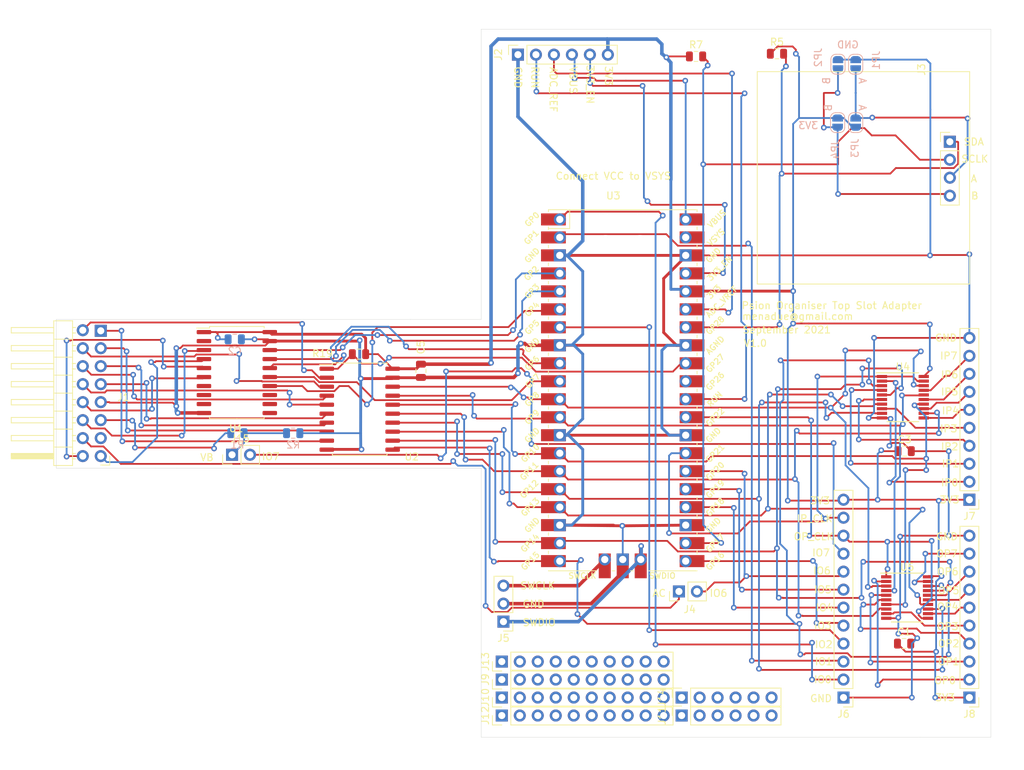
<source format=kicad_pcb>
(kicad_pcb (version 20171130) (host pcbnew 5.1.5+dfsg1-2build2)
  (layers (0 F.Cu signal) (31 B.Cu signal) (34 B.Paste user) (35 F.Paste user) (36 B.SilkS user) (37 F.SilkS user) (38 B.Mask user) (39 F.Mask user) (44 Edge.Cuts user))
  (net 0 "")
  (net 1 GND)
  (net 2 SS)
  (net 3 SOE)
  (net 4 SCLK)
  (net 5 SMR)
  (net 6 SD6)
  (net 7 SD7)
  (net 8 SD4)
  (net 9 SD5)
  (net 10 SD2)
  (net 11 SD3)
  (net 12 SD0)
  (net 13 SD1)
  (net 14 +3V3)
  (net 15 I2C_SCLK)
  (net 16 I2C_SDA)
  (net 17 P_SD7)
  (net 18 P_SD6)
  (net 19 P_SD5)
  (net 20 P_SD4)
  (net 21 P_SD3)
  (net 22 P_SD2)
  (net 23 P_SD1)
  (net 24 P_SD0)
  (net 25 P_SPGM)
  (net 26 P_SS)
  (net 27 P_SOE)
  (net 28 P_SCLK)
  (net 29 P_SMR)
  (net 30 3V3_EN)
  (net 31 VBUS)
  (net 32 ADC_REF)
  (net 33 RUN)
  (net 34 "Net-(J3-Pad4)")
  (net 35 "Net-(J3-Pad3)")
  (net 36 "Net-(J5-Pad3)")
  (net 37 "Net-(J5-Pad1)")
  (net 38 LS_DIR)
  (net 39 AC)
  (net 40 VB)
  (net 41 IO7)
  (net 42 IO6)
  (net 43 IO5)
  (net 44 IO4)
  (net 45 IO3)
  (net 46 IO2)
  (net 47 IO1)
  (net 48 IO0)
  (net 49 IP_CLK)
  (net 50 IP7)
  (net 51 IP6)
  (net 52 IP5)
  (net 53 IP4)
  (net 54 IP3)
  (net 55 IP2)
  (net 56 IP1)
  (net 57 IP0)
  (net 58 OP7)
  (net 59 OP6)
  (net 60 OP5)
  (net 61 OP4)
  (net 62 OP_CLK)
  (net 63 OP3)
  (net 64 OP2)
  (net 65 OP1)
  (net 66 OP0)
  (net 67 "Net-(U3-Pad39)")
  (net 68 "Net-(U3-Pad31)")
  (net 69 "Net-(J15-Pad1)")
  (module Resistor_SMD:R_0805_2012Metric (layer B.Cu) (at 346.456 242.062)
    (fp_text reference R2 (at 0 1.65) (layer B.SilkS) (effects (justify mirror)))
    (fp_text value R_Small)
    (pad 2 smd roundrect (at 0.9375 0) (size 0.975 1.4) (layers B.Cu B.Paste B.Mask) (net 1 GND))
    (pad 1 smd roundrect (at -0.9375 0) (size 0.975 1.4) (layers B.Cu B.Paste B.Mask) (net 69 "Net-(J15-Pad1)"))
  )
  (module Resistor_SMD:R_0805_2012Metric (layer B.Cu) (at 338.582 242.062)
    (fp_text reference R1 (at 0 1.65) (layer B.SilkS) (effects (justify mirror)))
    (fp_text value R_Small)
    (pad 2 smd roundrect (at 0.9375 0) (size 0.975 1.4) (layers B.Cu B.Paste B.Mask) (net 69 "Net-(J15-Pad1)"))
    (pad 1 smd roundrect (at -0.9375 0) (size 0.975 1.4) (layers B.Cu B.Paste B.Mask) (net 40 VB))
  )
  (module Connector_PinHeader_2.54mm:PinHeader_1x02_P2.54mm_Vertical (layer F.Cu) (at 337.82 245.11 90)
    (fp_text reference J15 (at 2.286 1.143 180) (layer F.SilkS))
    (fp_text value Conn_01x02_Male)
    (pad 2 thru_hole oval (at 0 2.54 90) (size 1.7 1.7) (drill 1) (layers *.Cu *.Mask) (net 41 IO7))
    (pad 1 thru_hole rect (at 0 0 90) (size 1.7 1.7) (drill 1) (layers *.Cu *.Mask) (net 69 "Net-(J15-Pad1)"))
  )
  (module Connector_PinHeader_2.54mm:PinHeader_1x02_P2.54mm_Vertical (layer F.Cu) (at 400.939 264.414 90)
    (fp_text reference J4 (at -2.54 1.524 180) (layer F.SilkS))
    (fp_text value Conn_01x02_Male)
    (pad 2 thru_hole oval (at 0 2.54 90) (size 1.7 1.7) (drill 1) (layers *.Cu *.Mask) (net 42 IO6))
    (pad 1 thru_hole rect (at 0 0 90) (size 1.7 1.7) (drill 1) (layers *.Cu *.Mask) (net 39 AC))
  )
  (module Resistor_SMD:R_0805_2012Metric (layer F.Cu) (at 414.782 188.468)
    (fp_text reference R5 (at 0 -1.65) (layer F.SilkS))
    (fp_text value 4k7)
    (pad 2 smd roundrect (at 0.9375 0) (size 0.975 1.4) (layers F.Cu F.Paste F.Mask) (net 16 I2C_SDA))
    (pad 1 smd roundrect (at -0.9375 0) (size 0.975 1.4) (layers F.Cu F.Paste F.Mask) (net 14 +3V3))
  )
  (module Connector_PinSocket_2.54mm:PinSocket_1x06_P2.54mm_Vertical (layer F.Cu) (at 401.32 279.4 90)
    (fp_text reference J14 (at 0 -2.77 90) (layer F.SilkS))
    (fp_text value Conn_01x06_Female)
    (pad 6 thru_hole oval (at 0 12.7 90) (size 1.7 1.7) (drill 1) (layers *.Cu *.Mask))
    (pad 5 thru_hole oval (at 0 10.16 90) (size 1.7 1.7) (drill 1) (layers *.Cu *.Mask))
    (pad 4 thru_hole oval (at 0 7.62 90) (size 1.7 1.7) (drill 1) (layers *.Cu *.Mask))
    (pad 3 thru_hole oval (at 0 5.08 90) (size 1.7 1.7) (drill 1) (layers *.Cu *.Mask))
    (pad 2 thru_hole oval (at 0 2.54 90) (size 1.7 1.7) (drill 1) (layers *.Cu *.Mask))
    (pad 1 thru_hole rect (at 0 0 90) (size 1.7 1.7) (drill 1) (layers *.Cu *.Mask))
  )
  (module Connector_PinHeader_2.54mm:PinHeader_1x10_P2.54mm_Vertical (layer F.Cu) (at 375.92 274.32 90)
    (fp_text reference J13 (at 0 -2.33 90) (layer F.SilkS))
    (fp_text value Conn_01x10_Female)
    (pad 10 thru_hole oval (at 0 22.86 90) (size 1.7 1.7) (drill 1) (layers *.Cu *.Mask))
    (pad 9 thru_hole oval (at 0 20.32 90) (size 1.7 1.7) (drill 1) (layers *.Cu *.Mask))
    (pad 8 thru_hole oval (at 0 17.78 90) (size 1.7 1.7) (drill 1) (layers *.Cu *.Mask))
    (pad 7 thru_hole oval (at 0 15.24 90) (size 1.7 1.7) (drill 1) (layers *.Cu *.Mask))
    (pad 6 thru_hole oval (at 0 12.7 90) (size 1.7 1.7) (drill 1) (layers *.Cu *.Mask))
    (pad 5 thru_hole oval (at 0 10.16 90) (size 1.7 1.7) (drill 1) (layers *.Cu *.Mask))
    (pad 4 thru_hole oval (at 0 7.62 90) (size 1.7 1.7) (drill 1) (layers *.Cu *.Mask))
    (pad 3 thru_hole oval (at 0 5.08 90) (size 1.7 1.7) (drill 1) (layers *.Cu *.Mask))
    (pad 2 thru_hole oval (at 0 2.54 90) (size 1.7 1.7) (drill 1) (layers *.Cu *.Mask))
    (pad 1 thru_hole rect (at 0 0 90) (size 1.7 1.7) (drill 1) (layers *.Cu *.Mask))
  )
  (module Connector_PinHeader_2.54mm:PinHeader_1x10_P2.54mm_Vertical (layer F.Cu) (at 375.92 281.94 90)
    (fp_text reference J12 (at 0 -2.33 90) (layer F.SilkS))
    (fp_text value Conn_01x10_Female)
    (pad 10 thru_hole oval (at 0 22.86 90) (size 1.7 1.7) (drill 1) (layers *.Cu *.Mask))
    (pad 9 thru_hole oval (at 0 20.32 90) (size 1.7 1.7) (drill 1) (layers *.Cu *.Mask))
    (pad 8 thru_hole oval (at 0 17.78 90) (size 1.7 1.7) (drill 1) (layers *.Cu *.Mask))
    (pad 7 thru_hole oval (at 0 15.24 90) (size 1.7 1.7) (drill 1) (layers *.Cu *.Mask))
    (pad 6 thru_hole oval (at 0 12.7 90) (size 1.7 1.7) (drill 1) (layers *.Cu *.Mask))
    (pad 5 thru_hole oval (at 0 10.16 90) (size 1.7 1.7) (drill 1) (layers *.Cu *.Mask))
    (pad 4 thru_hole oval (at 0 7.62 90) (size 1.7 1.7) (drill 1) (layers *.Cu *.Mask))
    (pad 3 thru_hole oval (at 0 5.08 90) (size 1.7 1.7) (drill 1) (layers *.Cu *.Mask))
    (pad 2 thru_hole oval (at 0 2.54 90) (size 1.7 1.7) (drill 1) (layers *.Cu *.Mask))
    (pad 1 thru_hole rect (at 0 0 90) (size 1.7 1.7) (drill 1) (layers *.Cu *.Mask))
  )
  (module Connector_PinSocket_2.54mm:PinSocket_1x06_P2.54mm_Vertical (layer F.Cu) (at 401.32 281.94 90)
    (fp_text reference J11 (at 0 -2.77 90) (layer F.SilkS))
    (fp_text value Conn_01x06_Female)
    (pad 6 thru_hole oval (at 0 12.7 90) (size 1.7 1.7) (drill 1) (layers *.Cu *.Mask))
    (pad 5 thru_hole oval (at 0 10.16 90) (size 1.7 1.7) (drill 1) (layers *.Cu *.Mask))
    (pad 4 thru_hole oval (at 0 7.62 90) (size 1.7 1.7) (drill 1) (layers *.Cu *.Mask))
    (pad 3 thru_hole oval (at 0 5.08 90) (size 1.7 1.7) (drill 1) (layers *.Cu *.Mask))
    (pad 2 thru_hole oval (at 0 2.54 90) (size 1.7 1.7) (drill 1) (layers *.Cu *.Mask))
    (pad 1 thru_hole rect (at 0 0 90) (size 1.7 1.7) (drill 1) (layers *.Cu *.Mask))
  )
  (module Connector_PinHeader_2.54mm:PinHeader_1x10_P2.54mm_Vertical (layer F.Cu) (at 375.92 279.4 90)
    (fp_text reference J10 (at 0 -2.33 90) (layer F.SilkS))
    (fp_text value Conn_01x10_Female)
    (pad 10 thru_hole oval (at 0 22.86 90) (size 1.7 1.7) (drill 1) (layers *.Cu *.Mask))
    (pad 9 thru_hole oval (at 0 20.32 90) (size 1.7 1.7) (drill 1) (layers *.Cu *.Mask))
    (pad 8 thru_hole oval (at 0 17.78 90) (size 1.7 1.7) (drill 1) (layers *.Cu *.Mask))
    (pad 7 thru_hole oval (at 0 15.24 90) (size 1.7 1.7) (drill 1) (layers *.Cu *.Mask))
    (pad 6 thru_hole oval (at 0 12.7 90) (size 1.7 1.7) (drill 1) (layers *.Cu *.Mask))
    (pad 5 thru_hole oval (at 0 10.16 90) (size 1.7 1.7) (drill 1) (layers *.Cu *.Mask))
    (pad 4 thru_hole oval (at 0 7.62 90) (size 1.7 1.7) (drill 1) (layers *.Cu *.Mask))
    (pad 3 thru_hole oval (at 0 5.08 90) (size 1.7 1.7) (drill 1) (layers *.Cu *.Mask))
    (pad 2 thru_hole oval (at 0 2.54 90) (size 1.7 1.7) (drill 1) (layers *.Cu *.Mask))
    (pad 1 thru_hole rect (at 0 0 90) (size 1.7 1.7) (drill 1) (layers *.Cu *.Mask))
  )
  (module Connector_PinHeader_2.54mm:PinHeader_1x10_P2.54mm_Vertical (layer F.Cu) (at 375.92 276.86 90)
    (fp_text reference J9 (at 0 -2.33 90) (layer F.SilkS))
    (fp_text value Conn_01x10_Female)
    (pad 10 thru_hole oval (at 0 22.86 90) (size 1.7 1.7) (drill 1) (layers *.Cu *.Mask))
    (pad 9 thru_hole oval (at 0 20.32 90) (size 1.7 1.7) (drill 1) (layers *.Cu *.Mask))
    (pad 8 thru_hole oval (at 0 17.78 90) (size 1.7 1.7) (drill 1) (layers *.Cu *.Mask))
    (pad 7 thru_hole oval (at 0 15.24 90) (size 1.7 1.7) (drill 1) (layers *.Cu *.Mask))
    (pad 6 thru_hole oval (at 0 12.7 90) (size 1.7 1.7) (drill 1) (layers *.Cu *.Mask))
    (pad 5 thru_hole oval (at 0 10.16 90) (size 1.7 1.7) (drill 1) (layers *.Cu *.Mask))
    (pad 4 thru_hole oval (at 0 7.62 90) (size 1.7 1.7) (drill 1) (layers *.Cu *.Mask))
    (pad 3 thru_hole oval (at 0 5.08 90) (size 1.7 1.7) (drill 1) (layers *.Cu *.Mask))
    (pad 2 thru_hole oval (at 0 2.54 90) (size 1.7 1.7) (drill 1) (layers *.Cu *.Mask))
    (pad 1 thru_hole rect (at 0 0 90) (size 1.7 1.7) (drill 1) (layers *.Cu *.Mask))
  )
  (module Connector_PinHeader_2.54mm:PinHeader_1x10_P2.54mm_Vertical (layer F.Cu) (at 441.96 279.4 180)
    (fp_text reference J8 (at 0 -2.33) (layer F.SilkS))
    (fp_text value Conn_01x10_Female)
    (pad 10 thru_hole oval (at 0 22.86 180) (size 1.7 1.7) (drill 1) (layers *.Cu *.Mask) (net 1 GND))
    (pad 9 thru_hole oval (at 0 20.32 180) (size 1.7 1.7) (drill 1) (layers *.Cu *.Mask) (net 58 OP7))
    (pad 8 thru_hole oval (at 0 17.78 180) (size 1.7 1.7) (drill 1) (layers *.Cu *.Mask) (net 59 OP6))
    (pad 7 thru_hole oval (at 0 15.24 180) (size 1.7 1.7) (drill 1) (layers *.Cu *.Mask) (net 60 OP5))
    (pad 6 thru_hole oval (at 0 12.7 180) (size 1.7 1.7) (drill 1) (layers *.Cu *.Mask) (net 61 OP4))
    (pad 5 thru_hole oval (at 0 10.16 180) (size 1.7 1.7) (drill 1) (layers *.Cu *.Mask) (net 63 OP3))
    (pad 4 thru_hole oval (at 0 7.62 180) (size 1.7 1.7) (drill 1) (layers *.Cu *.Mask) (net 64 OP2))
    (pad 3 thru_hole oval (at 0 5.08 180) (size 1.7 1.7) (drill 1) (layers *.Cu *.Mask) (net 65 OP1))
    (pad 2 thru_hole oval (at 0 2.54 180) (size 1.7 1.7) (drill 1) (layers *.Cu *.Mask) (net 66 OP0))
    (pad 1 thru_hole rect (at 0 0 180) (size 1.7 1.7) (drill 1) (layers *.Cu *.Mask) (net 14 +3V3))
  )
  (module Connector_PinHeader_2.54mm:PinHeader_1x10_P2.54mm_Vertical (layer F.Cu) (at 441.96 251.46 180)
    (fp_text reference J7 (at 0 -2.33) (layer F.SilkS))
    (fp_text value Conn_01x10_Female)
    (pad 10 thru_hole oval (at 0 22.86 180) (size 1.7 1.7) (drill 1) (layers *.Cu *.Mask) (net 1 GND))
    (pad 9 thru_hole oval (at 0 20.32 180) (size 1.7 1.7) (drill 1) (layers *.Cu *.Mask) (net 50 IP7))
    (pad 8 thru_hole oval (at 0 17.78 180) (size 1.7 1.7) (drill 1) (layers *.Cu *.Mask) (net 51 IP6))
    (pad 7 thru_hole oval (at 0 15.24 180) (size 1.7 1.7) (drill 1) (layers *.Cu *.Mask) (net 52 IP5))
    (pad 6 thru_hole oval (at 0 12.7 180) (size 1.7 1.7) (drill 1) (layers *.Cu *.Mask) (net 53 IP4))
    (pad 5 thru_hole oval (at 0 10.16 180) (size 1.7 1.7) (drill 1) (layers *.Cu *.Mask) (net 54 IP3))
    (pad 4 thru_hole oval (at 0 7.62 180) (size 1.7 1.7) (drill 1) (layers *.Cu *.Mask) (net 55 IP2))
    (pad 3 thru_hole oval (at 0 5.08 180) (size 1.7 1.7) (drill 1) (layers *.Cu *.Mask) (net 56 IP1))
    (pad 2 thru_hole oval (at 0 2.54 180) (size 1.7 1.7) (drill 1) (layers *.Cu *.Mask) (net 57 IP0))
    (pad 1 thru_hole rect (at 0 0 180) (size 1.7 1.7) (drill 1) (layers *.Cu *.Mask) (net 14 +3V3))
  )
  (module Capacitor_SMD:C_0805_2012Metric (layer F.Cu) (at 432.816 244.602)
    (fp_text reference C3 (at 0 -1.65) (layer F.SilkS))
    (fp_text value C_Small)
    (pad 2 smd roundrect (at 0.9375 0) (size 0.975 1.4) (layers F.Cu F.Paste F.Mask) (net 1 GND))
    (pad 1 smd roundrect (at -0.9375 0) (size 0.975 1.4) (layers F.Cu F.Paste F.Mask) (net 14 +3V3))
  )
  (module Capacitor_SMD:C_0805_2012Metric (layer F.Cu) (at 432.7375 271.78)
    (fp_text reference C1 (at 0 -1.65) (layer F.SilkS))
    (fp_text value C_Small)
    (pad 2 smd roundrect (at 0.9375 0) (size 0.975 1.4) (layers F.Cu F.Paste F.Mask) (net 1 GND))
    (pad 1 smd roundrect (at -0.9375 0) (size 0.975 1.4) (layers F.Cu F.Paste F.Mask) (net 14 +3V3))
  )
  (module Package_SO:TSSOP-20_4.4x6.5mm_P0.65mm (layer F.Cu) (at 433.168 265.277)
    (fp_text reference U5 (at 0 -4.3) (layer F.SilkS))
    (fp_text value 74LS374)
    (pad 20 smd rect (at 2.95 -2.925) (size 1.45 0.45) (layers F.Cu F.Paste F.Mask) (net 14 +3V3))
    (pad 19 smd rect (at 2.95 -2.275) (size 1.45 0.45) (layers F.Cu F.Paste F.Mask) (net 58 OP7))
    (pad 18 smd rect (at 2.95 -1.625) (size 1.45 0.45) (layers F.Cu F.Paste F.Mask) (net 17 P_SD7))
    (pad 17 smd rect (at 2.95 -0.975) (size 1.45 0.45) (layers F.Cu F.Paste F.Mask) (net 18 P_SD6))
    (pad 16 smd rect (at 2.95 -0.325) (size 1.45 0.45) (layers F.Cu F.Paste F.Mask) (net 59 OP6))
    (pad 15 smd rect (at 2.95 0.325) (size 1.45 0.45) (layers F.Cu F.Paste F.Mask) (net 60 OP5))
    (pad 14 smd rect (at 2.95 0.975) (size 1.45 0.45) (layers F.Cu F.Paste F.Mask) (net 19 P_SD5))
    (pad 13 smd rect (at 2.95 1.625) (size 1.45 0.45) (layers F.Cu F.Paste F.Mask) (net 20 P_SD4))
    (pad 12 smd rect (at 2.95 2.275) (size 1.45 0.45) (layers F.Cu F.Paste F.Mask) (net 61 OP4))
    (pad 11 smd rect (at 2.95 2.925) (size 1.45 0.45) (layers F.Cu F.Paste F.Mask) (net 62 OP_CLK))
    (pad 10 smd rect (at -2.95 2.925) (size 1.45 0.45) (layers F.Cu F.Paste F.Mask) (net 1 GND))
    (pad 9 smd rect (at -2.95 2.275) (size 1.45 0.45) (layers F.Cu F.Paste F.Mask) (net 63 OP3))
    (pad 8 smd rect (at -2.95 1.625) (size 1.45 0.45) (layers F.Cu F.Paste F.Mask) (net 21 P_SD3))
    (pad 7 smd rect (at -2.95 0.975) (size 1.45 0.45) (layers F.Cu F.Paste F.Mask) (net 22 P_SD2))
    (pad 6 smd rect (at -2.95 0.325) (size 1.45 0.45) (layers F.Cu F.Paste F.Mask) (net 64 OP2))
    (pad 5 smd rect (at -2.95 -0.325) (size 1.45 0.45) (layers F.Cu F.Paste F.Mask) (net 65 OP1))
    (pad 4 smd rect (at -2.95 -0.975) (size 1.45 0.45) (layers F.Cu F.Paste F.Mask) (net 23 P_SD1))
    (pad 3 smd rect (at -2.95 -1.625) (size 1.45 0.45) (layers F.Cu F.Paste F.Mask) (net 24 P_SD0))
    (pad 2 smd rect (at -2.95 -2.275) (size 1.45 0.45) (layers F.Cu F.Paste F.Mask) (net 66 OP0))
    (pad 1 smd rect (at -2.95 -2.925) (size 1.45 0.45) (layers F.Cu F.Paste F.Mask) (net 62 OP_CLK))
  )
  (module Package_SO:TSSOP-20_4.4x6.5mm_P0.65mm (layer F.Cu) (at 432.562 236.982)
    (fp_text reference U4 (at 0 -4.3) (layer F.SilkS))
    (fp_text value 74LS244)
    (pad 20 smd rect (at 2.95 -2.925) (size 1.45 0.45) (layers F.Cu F.Paste F.Mask) (net 14 +3V3))
    (pad 19 smd rect (at 2.95 -2.275) (size 1.45 0.45) (layers F.Cu F.Paste F.Mask) (net 49 IP_CLK))
    (pad 18 smd rect (at 2.95 -1.625) (size 1.45 0.45) (layers F.Cu F.Paste F.Mask) (net 24 P_SD0))
    (pad 17 smd rect (at 2.95 -0.975) (size 1.45 0.45) (layers F.Cu F.Paste F.Mask) (net 50 IP7))
    (pad 16 smd rect (at 2.95 -0.325) (size 1.45 0.45) (layers F.Cu F.Paste F.Mask) (net 23 P_SD1))
    (pad 15 smd rect (at 2.95 0.325) (size 1.45 0.45) (layers F.Cu F.Paste F.Mask) (net 51 IP6))
    (pad 14 smd rect (at 2.95 0.975) (size 1.45 0.45) (layers F.Cu F.Paste F.Mask) (net 22 P_SD2))
    (pad 13 smd rect (at 2.95 1.625) (size 1.45 0.45) (layers F.Cu F.Paste F.Mask) (net 52 IP5))
    (pad 12 smd rect (at 2.95 2.275) (size 1.45 0.45) (layers F.Cu F.Paste F.Mask) (net 21 P_SD3))
    (pad 11 smd rect (at 2.95 2.925) (size 1.45 0.45) (layers F.Cu F.Paste F.Mask) (net 53 IP4))
    (pad 10 smd rect (at -2.95 2.925) (size 1.45 0.45) (layers F.Cu F.Paste F.Mask) (net 1 GND))
    (pad 9 smd rect (at -2.95 2.275) (size 1.45 0.45) (layers F.Cu F.Paste F.Mask) (net 20 P_SD4))
    (pad 8 smd rect (at -2.95 1.625) (size 1.45 0.45) (layers F.Cu F.Paste F.Mask) (net 54 IP3))
    (pad 7 smd rect (at -2.95 0.975) (size 1.45 0.45) (layers F.Cu F.Paste F.Mask) (net 19 P_SD5))
    (pad 6 smd rect (at -2.95 0.325) (size 1.45 0.45) (layers F.Cu F.Paste F.Mask) (net 55 IP2))
    (pad 5 smd rect (at -2.95 -0.325) (size 1.45 0.45) (layers F.Cu F.Paste F.Mask) (net 18 P_SD6))
    (pad 4 smd rect (at -2.95 -0.975) (size 1.45 0.45) (layers F.Cu F.Paste F.Mask) (net 56 IP1))
    (pad 3 smd rect (at -2.95 -1.625) (size 1.45 0.45) (layers F.Cu F.Paste F.Mask) (net 17 P_SD7))
    (pad 2 smd rect (at -2.95 -2.275) (size 1.45 0.45) (layers F.Cu F.Paste F.Mask) (net 57 IP0))
    (pad 1 smd rect (at -2.95 -2.925) (size 1.45 0.45) (layers F.Cu F.Paste F.Mask) (net 49 IP_CLK))
  )
  (module Connector_PinHeader_2.54mm:PinHeader_1x12_P2.54mm_Vertical (layer F.Cu) (at 424.18 279.4 180)
    (fp_text reference J6 (at 0 -2.33) (layer F.SilkS))
    (fp_text value Conn_01x12_Female)
    (pad 12 thru_hole oval (at 0 27.94 180) (size 1.7 1.7) (drill 1) (layers *.Cu *.Mask) (net 14 +3V3))
    (pad 11 thru_hole oval (at 0 25.4 180) (size 1.7 1.7) (drill 1) (layers *.Cu *.Mask) (net 49 IP_CLK))
    (pad 10 thru_hole oval (at 0 22.86 180) (size 1.7 1.7) (drill 1) (layers *.Cu *.Mask) (net 62 OP_CLK))
    (pad 9 thru_hole oval (at 0 20.32 180) (size 1.7 1.7) (drill 1) (layers *.Cu *.Mask) (net 41 IO7))
    (pad 8 thru_hole oval (at 0 17.78 180) (size 1.7 1.7) (drill 1) (layers *.Cu *.Mask) (net 42 IO6))
    (pad 7 thru_hole oval (at 0 15.24 180) (size 1.7 1.7) (drill 1) (layers *.Cu *.Mask) (net 43 IO5))
    (pad 6 thru_hole oval (at 0 12.7 180) (size 1.7 1.7) (drill 1) (layers *.Cu *.Mask) (net 44 IO4))
    (pad 5 thru_hole oval (at 0 10.16 180) (size 1.7 1.7) (drill 1) (layers *.Cu *.Mask) (net 45 IO3))
    (pad 4 thru_hole oval (at 0 7.62 180) (size 1.7 1.7) (drill 1) (layers *.Cu *.Mask) (net 46 IO2))
    (pad 3 thru_hole oval (at 0 5.08 180) (size 1.7 1.7) (drill 1) (layers *.Cu *.Mask) (net 47 IO1))
    (pad 2 thru_hole oval (at 0 2.54 180) (size 1.7 1.7) (drill 1) (layers *.Cu *.Mask) (net 48 IO0))
    (pad 1 thru_hole rect (at 0 0 180) (size 1.7 1.7) (drill 1) (layers *.Cu *.Mask) (net 1 GND))
  )
  (module Connector_PinSocket_2.54mm:PinSocket_1x06_P2.54mm_Vertical (layer F.Cu) (at 378.2 188.6 90)
    (fp_text reference J2 (at 0 -2.77 90) (layer F.SilkS))
    (fp_text value Conn_01x06_Female)
    (pad 6 thru_hole oval (at 0 12.7 90) (size 1.7 1.7) (drill 1) (layers *.Cu *.Mask) (net 14 +3V3))
    (pad 5 thru_hole oval (at 0 10.16 90) (size 1.7 1.7) (drill 1) (layers *.Cu *.Mask) (net 30 3V3_EN))
    (pad 4 thru_hole oval (at 0 7.62 90) (size 1.7 1.7) (drill 1) (layers *.Cu *.Mask) (net 31 VBUS))
    (pad 3 thru_hole oval (at 0 5.08 90) (size 1.7 1.7) (drill 1) (layers *.Cu *.Mask) (net 32 ADC_REF))
    (pad 2 thru_hole oval (at 0 2.54 90) (size 1.7 1.7) (drill 1) (layers *.Cu *.Mask) (net 33 RUN))
    (pad 1 thru_hole rect (at 0 0 90) (size 1.7 1.7) (drill 1) (layers *.Cu *.Mask) (net 1 GND))
  )
  (module Capacitor_SMD:C_0805_2012Metric (layer B.Cu) (at 338.2 228.8)
    (fp_text reference C2 (at 0 1.65) (layer B.SilkS) (effects (justify mirror)))
    (fp_text value 100nF)
    (pad 2 smd roundrect (at 0.9375 0) (size 0.975 1.4) (layers B.Cu B.Paste B.Mask) (net 1 GND))
    (pad 1 smd roundrect (at -0.9375 0) (size 0.975 1.4) (layers B.Cu B.Paste B.Mask) (net 14 +3V3))
  )
  (module Connector_PinHeader_2.54mm:PinHeader_1x03_P2.54mm_Vertical (layer F.Cu) (at 376.15 268.68 180)
    (fp_text reference J5 (at 0 -2.33) (layer F.SilkS))
    (fp_text value Conn_01x03_Female)
    (pad 3 thru_hole oval (at 0 5.08 180) (size 1.7 1.7) (drill 1) (layers *.Cu *.Mask) (net 36 "Net-(J5-Pad3)"))
    (pad 2 thru_hole oval (at 0 2.54 180) (size 1.7 1.7) (drill 1) (layers *.Cu *.Mask) (net 1 GND))
    (pad 1 thru_hole rect (at 0 0 180) (size 1.7 1.7) (drill 1) (layers *.Cu *.Mask) (net 37 "Net-(J5-Pad1)"))
  )
  (module Package_SO:SOIC-20W_7.5x12.8mm_P1.27mm (layer F.Cu) (at 355.85 238.675)
    (fp_text reference U2 (at 7.35 6.725) (layer F.SilkS))
    (fp_text value 74LS245)
    (pad 20 smd roundrect (at 4.65 -5.715) (size 2.05 0.6) (layers F.Cu F.Paste F.Mask) (net 14 +3V3))
    (pad 19 smd roundrect (at 4.65 -4.445) (size 2.05 0.6) (layers F.Cu F.Paste F.Mask) (net 1 GND))
    (pad 18 smd roundrect (at 4.65 -3.175) (size 2.05 0.6) (layers F.Cu F.Paste F.Mask) (net 24 P_SD0))
    (pad 17 smd roundrect (at 4.65 -1.905) (size 2.05 0.6) (layers F.Cu F.Paste F.Mask) (net 23 P_SD1))
    (pad 16 smd roundrect (at 4.65 -0.635) (size 2.05 0.6) (layers F.Cu F.Paste F.Mask) (net 22 P_SD2))
    (pad 15 smd roundrect (at 4.65 0.635) (size 2.05 0.6) (layers F.Cu F.Paste F.Mask) (net 21 P_SD3))
    (pad 14 smd roundrect (at 4.65 1.905) (size 2.05 0.6) (layers F.Cu F.Paste F.Mask) (net 20 P_SD4))
    (pad 13 smd roundrect (at 4.65 3.175) (size 2.05 0.6) (layers F.Cu F.Paste F.Mask) (net 19 P_SD5))
    (pad 12 smd roundrect (at 4.65 4.445) (size 2.05 0.6) (layers F.Cu F.Paste F.Mask) (net 18 P_SD6))
    (pad 11 smd roundrect (at 4.65 5.715) (size 2.05 0.6) (layers F.Cu F.Paste F.Mask) (net 17 P_SD7))
    (pad 10 smd roundrect (at -4.65 5.715) (size 2.05 0.6) (layers F.Cu F.Paste F.Mask) (net 1 GND))
    (pad 9 smd roundrect (at -4.65 4.445) (size 2.05 0.6) (layers F.Cu F.Paste F.Mask) (net 7 SD7))
    (pad 8 smd roundrect (at -4.65 3.175) (size 2.05 0.6) (layers F.Cu F.Paste F.Mask) (net 6 SD6))
    (pad 7 smd roundrect (at -4.65 1.905) (size 2.05 0.6) (layers F.Cu F.Paste F.Mask) (net 9 SD5))
    (pad 6 smd roundrect (at -4.65 0.635) (size 2.05 0.6) (layers F.Cu F.Paste F.Mask) (net 8 SD4))
    (pad 5 smd roundrect (at -4.65 -0.635) (size 2.05 0.6) (layers F.Cu F.Paste F.Mask) (net 11 SD3))
    (pad 4 smd roundrect (at -4.65 -1.905) (size 2.05 0.6) (layers F.Cu F.Paste F.Mask) (net 10 SD2))
    (pad 3 smd roundrect (at -4.65 -3.175) (size 2.05 0.6) (layers F.Cu F.Paste F.Mask) (net 13 SD1))
    (pad 2 smd roundrect (at -4.65 -4.445) (size 2.05 0.6) (layers F.Cu F.Paste F.Mask) (net 12 SD0))
    (pad 1 smd roundrect (at -4.65 -5.715) (size 2.05 0.6) (layers F.Cu F.Paste F.Mask) (net 38 LS_DIR))
  )
  (module Package_SO:SOIC-20W_7.5x12.8mm_P1.27mm (layer F.Cu) (at 338.5 233.5)
    (fp_text reference U1 (at -0.1 7.9) (layer F.SilkS))
    (fp_text value 74LS245)
    (pad 20 smd roundrect (at 4.65 -5.715) (size 2.05 0.6) (layers F.Cu F.Paste F.Mask) (net 14 +3V3))
    (pad 19 smd roundrect (at 4.65 -4.445) (size 2.05 0.6) (layers F.Cu F.Paste F.Mask) (net 1 GND))
    (pad 18 smd roundrect (at 4.65 -3.175) (size 2.05 0.6) (layers F.Cu F.Paste F.Mask) (net 25 P_SPGM))
    (pad 17 smd roundrect (at 4.65 -1.905) (size 2.05 0.6) (layers F.Cu F.Paste F.Mask) (net 26 P_SS))
    (pad 16 smd roundrect (at 4.65 -0.635) (size 2.05 0.6) (layers F.Cu F.Paste F.Mask) (net 27 P_SOE))
    (pad 15 smd roundrect (at 4.65 0.635) (size 2.05 0.6) (layers F.Cu F.Paste F.Mask) (net 29 P_SMR))
    (pad 14 smd roundrect (at 4.65 1.905) (size 2.05 0.6) (layers F.Cu F.Paste F.Mask) (net 28 P_SCLK))
    (pad 13 smd roundrect (at 4.65 3.175) (size 2.05 0.6) (layers F.Cu F.Paste F.Mask))
    (pad 12 smd roundrect (at 4.65 4.445) (size 2.05 0.6) (layers F.Cu F.Paste F.Mask))
    (pad 11 smd roundrect (at 4.65 5.715) (size 2.05 0.6) (layers F.Cu F.Paste F.Mask))
    (pad 10 smd roundrect (at -4.65 5.715) (size 2.05 0.6) (layers F.Cu F.Paste F.Mask) (net 1 GND))
    (pad 9 smd roundrect (at -4.65 4.445) (size 2.05 0.6) (layers F.Cu F.Paste F.Mask))
    (pad 8 smd roundrect (at -4.65 3.175) (size 2.05 0.6) (layers F.Cu F.Paste F.Mask))
    (pad 7 smd roundrect (at -4.65 1.905) (size 2.05 0.6) (layers F.Cu F.Paste F.Mask))
    (pad 6 smd roundrect (at -4.65 0.635) (size 2.05 0.6) (layers F.Cu F.Paste F.Mask) (net 4 SCLK))
    (pad 5 smd roundrect (at -4.65 -0.635) (size 2.05 0.6) (layers F.Cu F.Paste F.Mask) (net 5 SMR))
    (pad 4 smd roundrect (at -4.65 -1.905) (size 2.05 0.6) (layers F.Cu F.Paste F.Mask) (net 3 SOE))
    (pad 3 smd roundrect (at -4.65 -3.175) (size 2.05 0.6) (layers F.Cu F.Paste F.Mask) (net 2 SS))
    (pad 2 smd roundrect (at -4.65 -4.445) (size 2.05 0.6) (layers F.Cu F.Paste F.Mask))
    (pad 1 smd roundrect (at -4.65 -5.715) (size 2.05 0.6) (layers F.Cu F.Paste F.Mask) (net 14 +3V3))
  )
  (module Resistor_SMD:R_0805_2012Metric (layer F.Cu) (at 355.75 230.9 180)
    (fp_text reference R19 (at 5.15 0.1) (layer F.SilkS))
    (fp_text value R_Small)
    (pad 2 smd roundrect (at 0.9375 0 180) (size 0.975 1.4) (layers F.Cu F.Paste F.Mask) (net 38 LS_DIR))
    (pad 1 smd roundrect (at -0.9375 0 180) (size 0.975 1.4) (layers F.Cu F.Paste F.Mask) (net 14 +3V3))
  )
  (module Jumper:SolderJumper-2_P1.3mm_Open_RoundedPad1.0x1.5mm (layer B.Cu) (at 423.35 198.2 90)
    (fp_text reference JP4 (at -3.8 -0.35 90) (layer B.SilkS) (effects (justify mirror)))
    (fp_text value Jumper_NO_Small)
    (pad 2 smd custom (at 0.65 0 90) (size 1 0.5) (layers B.Cu B.Mask) (net 14 +3V3) (options (clearance outline) (anchor rect)) (primitives (gr_circle (center 0 -0.25) (end 0.5 -0.25) (width 0)) (gr_circle (center 0 0.25) (end 0.5 0.25) (width 0)) (gr_poly (pts (xy 0 0.75) (xy -0.5 0.75) (xy -0.5 -0.75) (xy 0 -0.75)) (width 0))))
    (pad 1 smd custom (at -0.65 0 90) (size 1 0.5) (layers B.Cu B.Mask) (net 34 "Net-(J3-Pad4)") (options (clearance outline) (anchor rect)) (primitives (gr_circle (center 0 -0.25) (end 0.5 -0.25) (width 0)) (gr_circle (center 0 0.25) (end 0.5 0.25) (width 0)) (gr_poly (pts (xy 0 0.75) (xy 0.5 0.75) (xy 0.5 -0.75) (xy 0 -0.75)) (width 0))))
  )
  (module Jumper:SolderJumper-2_P1.3mm_Open_RoundedPad1.0x1.5mm (layer B.Cu) (at 425.9 198.2 270)
    (fp_text reference JP3 (at 3.6 0.1 90) (layer B.SilkS) (effects (justify mirror)))
    (fp_text value Jumper_NO_Small)
    (pad 2 smd custom (at 0.65 0 270) (size 1 0.5) (layers B.Cu B.Mask) (net 14 +3V3) (options (clearance outline) (anchor rect)) (primitives (gr_circle (center 0 -0.25) (end 0.5 -0.25) (width 0)) (gr_circle (center 0 0.25) (end 0.5 0.25) (width 0)) (gr_poly (pts (xy 0 0.75) (xy -0.5 0.75) (xy -0.5 -0.75) (xy 0 -0.75)) (width 0))))
    (pad 1 smd custom (at -0.65 0 270) (size 1 0.5) (layers B.Cu B.Mask) (net 35 "Net-(J3-Pad3)") (options (clearance outline) (anchor rect)) (primitives (gr_circle (center 0 -0.25) (end 0.5 -0.25) (width 0)) (gr_circle (center 0 0.25) (end 0.5 0.25) (width 0)) (gr_poly (pts (xy 0 0.75) (xy 0.5 0.75) (xy 0.5 -0.75) (xy 0 -0.75)) (width 0))))
  )
  (module Jumper:SolderJumper-2_P1.3mm_Open_RoundedPad1.0x1.5mm (layer B.Cu) (at 423.4 189.95 90)
    (fp_text reference JP2 (at 0.95 -2.8 90) (layer B.SilkS) (effects (justify mirror)))
    (fp_text value Jumper_NO_Small)
    (pad 2 smd custom (at 0.65 0 90) (size 1 0.5) (layers B.Cu B.Mask) (net 1 GND) (options (clearance outline) (anchor rect)) (primitives (gr_circle (center 0 -0.25) (end 0.5 -0.25) (width 0)) (gr_circle (center 0 0.25) (end 0.5 0.25) (width 0)) (gr_poly (pts (xy 0 0.75) (xy -0.5 0.75) (xy -0.5 -0.75) (xy 0 -0.75)) (width 0))))
    (pad 1 smd custom (at -0.65 0 90) (size 1 0.5) (layers B.Cu B.Mask) (net 34 "Net-(J3-Pad4)") (options (clearance outline) (anchor rect)) (primitives (gr_circle (center 0 -0.25) (end 0.5 -0.25) (width 0)) (gr_circle (center 0 0.25) (end 0.5 0.25) (width 0)) (gr_poly (pts (xy 0 0.75) (xy 0.5 0.75) (xy 0.5 -0.75) (xy 0 -0.75)) (width 0))))
  )
  (module Jumper:SolderJumper-2_P1.3mm_Open_RoundedPad1.0x1.5mm (layer B.Cu) (at 425.9 189.95 90)
    (fp_text reference JP1 (at 0.55 2.9 90) (layer B.SilkS) (effects (justify mirror)))
    (fp_text value Jumper_NO_Small)
    (pad 2 smd custom (at 0.65 0 90) (size 1 0.5) (layers B.Cu B.Mask) (net 1 GND) (options (clearance outline) (anchor rect)) (primitives (gr_circle (center 0 -0.25) (end 0.5 -0.25) (width 0)) (gr_circle (center 0 0.25) (end 0.5 0.25) (width 0)) (gr_poly (pts (xy 0 0.75) (xy -0.5 0.75) (xy -0.5 -0.75) (xy 0 -0.75)) (width 0))))
    (pad 1 smd custom (at -0.65 0 90) (size 1 0.5) (layers B.Cu B.Mask) (net 35 "Net-(J3-Pad3)") (options (clearance outline) (anchor rect)) (primitives (gr_circle (center 0 -0.25) (end 0.5 -0.25) (width 0)) (gr_circle (center 0 0.25) (end 0.5 0.25) (width 0)) (gr_poly (pts (xy 0 0.75) (xy 0.5 0.75) (xy 0.5 -0.75) (xy 0 -0.75)) (width 0))))
  )
  (module Capacitor_SMD:C_0805_2012Metric (layer F.Cu) (at 364.5 233.25 270)
    (fp_text reference C5 (at -3.302 0 270) (layer F.SilkS))
    (fp_text value 100nF)
    (pad 2 smd roundrect (at 0.9375 0 270) (size 0.975 1.4) (layers F.Cu F.Paste F.Mask) (net 1 GND))
    (pad 1 smd roundrect (at -0.9375 0 270) (size 0.975 1.4) (layers F.Cu F.Paste F.Mask) (net 14 +3V3))
  )
  (module psion_org_2:Psion_datapak_2x08_P2.54mm_Horizontal (layer F.Cu) (at 319.278 245.3 180)
    (fp_text reference J1 (at -3.184 8.318) (layer F.SilkS))
    (fp_text value Conn_02x08_Odd_Even)
    (pad 16 thru_hole oval (at 2.54 0) (size 1.7 1.7) (drill 1) (layers *.Cu *.Mask) (net 5 SMR))
    (pad 15 thru_hole oval (at 0 0 180) (size 1.7 1.7) (drill 1) (layers *.Cu *.Mask) (net 3 SOE))
    (pad 14 thru_hole oval (at 2.54 2.54) (size 1.7 1.7) (drill 1) (layers *.Cu *.Mask) (net 39 AC))
    (pad 13 thru_hole oval (at 0 2.54 180) (size 1.7 1.7) (drill 1) (layers *.Cu *.Mask))
    (pad 12 thru_hole oval (at 2.54 5.08) (size 1.7 1.7) (drill 1) (layers *.Cu *.Mask) (net 2 SS))
    (pad 11 thru_hole oval (at 0 5.08 180) (size 1.7 1.7) (drill 1) (layers *.Cu *.Mask) (net 40 VB))
    (pad 10 thru_hole oval (at 2.54 7.62) (size 1.7 1.7) (drill 1) (layers *.Cu *.Mask) (net 4 SCLK))
    (pad 9 thru_hole oval (at 0 7.62 180) (size 1.7 1.7) (drill 1) (layers *.Cu *.Mask) (net 1 GND))
    (pad 8 thru_hole oval (at 2.54 10.16) (size 1.7 1.7) (drill 1) (layers *.Cu *.Mask) (net 11 SD3))
    (pad 7 thru_hole oval (at 0 10.16 180) (size 1.7 1.7) (drill 1) (layers *.Cu *.Mask) (net 8 SD4))
    (pad 6 thru_hole oval (at 2.54 12.7) (size 1.7 1.7) (drill 1) (layers *.Cu *.Mask) (net 10 SD2))
    (pad 5 thru_hole oval (at 0 12.7 180) (size 1.7 1.7) (drill 1) (layers *.Cu *.Mask) (net 9 SD5))
    (pad 4 thru_hole oval (at 2.54 15.24) (size 1.7 1.7) (drill 1) (layers *.Cu *.Mask) (net 13 SD1))
    (pad 3 thru_hole oval (at 0 15.24 180) (size 1.7 1.7) (drill 1) (layers *.Cu *.Mask) (net 6 SD6))
    (pad 2 thru_hole oval (at 2.54 17.78) (size 1.7 1.7) (drill 1) (layers *.Cu *.Mask) (net 12 SD0))
    (pad 1 thru_hole rect (at 0 17.7 180) (size 1.7 1.7) (drill 1) (layers *.Cu *.Mask) (net 7 SD7))
  )
  (module rp2040:RPi_Pico_SMD_TH (layer F.Cu) (at 393 236)
    (fp_text reference U3 (at -1.332 -27.466) (layer F.SilkS))
    (fp_text value Pico)
    (fp_text user SWDIO (at 5.6 26.2) (layer F.SilkS) (effects (font (size 0.8 0.8))))
    (fp_text user SWCLK (at -5.7 26.2) (layer F.SilkS) (effects (font (size 0.8 0.8))))
    (fp_text user AGND (at 13.054 -6.35 45) (layer F.SilkS) (effects (font (size 0.8 0.8))))
    (fp_text user GND (at 12.8 -19.05 45) (layer F.SilkS) (effects (font (size 0.8 0.8))))
    (fp_text user GND (at 12.8 6.35 45) (layer F.SilkS) (effects (font (size 0.8 0.8))))
    (fp_text user GND (at 12.8 19.05 45) (layer F.SilkS) (effects (font (size 0.8 0.8))))
    (fp_text user GND (at -12.8 19.05 45) (layer F.SilkS) (effects (font (size 0.8 0.8))))
    (fp_text user GND (at -12.8 6.35 45) (layer F.SilkS) (effects (font (size 0.8 0.8))))
    (fp_text user GND (at -12.8 -6.35 45) (layer F.SilkS) (effects (font (size 0.8 0.8))))
    (fp_text user GND (at -12.8 -19.05 45) (layer F.SilkS) (effects (font (size 0.8 0.8))))
    (fp_text user VBUS (at 13.3 -24.2 45) (layer F.SilkS) (effects (font (size 0.8 0.8))))
    (fp_text user VSYS (at 13.2 -21.59 45) (layer F.SilkS) (effects (font (size 0.8 0.8))))
    (fp_text user 3V3_EN (at 13.7 -17.2 45) (layer F.SilkS) (effects (font (size 0.8 0.8))))
    (fp_text user 3V3 (at 12.9 -13.9 45) (layer F.SilkS) (effects (font (size 0.8 0.8))))
    (fp_text user ADC_VREF (at 14 -12.5 45) (layer F.SilkS) (effects (font (size 0.8 0.8))))
    (fp_text user GP28 (at 13.054 -9.144 45) (layer F.SilkS) (effects (font (size 0.8 0.8))))
    (fp_text user GP27 (at 13.054 -3.8 45) (layer F.SilkS) (effects (font (size 0.8 0.8))))
    (fp_text user GP26 (at 13.054 -1.27 45) (layer F.SilkS) (effects (font (size 0.8 0.8))))
    (fp_text user RUN (at 13 1.27 45) (layer F.SilkS) (effects (font (size 0.8 0.8))))
    (fp_text user GP22 (at 13.054 3.81 45) (layer F.SilkS) (effects (font (size 0.8 0.8))))
    (fp_text user GP21 (at 13.054 8.9 45) (layer F.SilkS) (effects (font (size 0.8 0.8))))
    (fp_text user GP20 (at 13.054 11.43 45) (layer F.SilkS) (effects (font (size 0.8 0.8))))
    (fp_text user GP19 (at 13.054 13.97 45) (layer F.SilkS) (effects (font (size 0.8 0.8))))
    (fp_text user GP18 (at 13.054 16.51 45) (layer F.SilkS) (effects (font (size 0.8 0.8))))
    (fp_text user GP17 (at 13.054 21.59 45) (layer F.SilkS) (effects (font (size 0.8 0.8))))
    (fp_text user GP16 (at 13.054 24.13 45) (layer F.SilkS) (effects (font (size 0.8 0.8))))
    (fp_text user GP15 (at -13.054 24.13 45) (layer F.SilkS) (effects (font (size 0.8 0.8))))
    (fp_text user GP14 (at -13.1 21.59 45) (layer F.SilkS) (effects (font (size 0.8 0.8))))
    (fp_text user GP13 (at -13.054 16.51 45) (layer F.SilkS) (effects (font (size 0.8 0.8))))
    (fp_text user GP12 (at -13.2 13.97 45) (layer F.SilkS) (effects (font (size 0.8 0.8))))
    (fp_text user GP11 (at -13.2 11.43 45) (layer F.SilkS) (effects (font (size 0.8 0.8))))
    (fp_text user GP10 (at -13.054 8.89 45) (layer F.SilkS) (effects (font (size 0.8 0.8))))
    (fp_text user GP9 (at -12.8 3.81 45) (layer F.SilkS) (effects (font (size 0.8 0.8))))
    (fp_text user GP8 (at -12.8 1.27 45) (layer F.SilkS) (effects (font (size 0.8 0.8))))
    (fp_text user GP7 (at -12.7 -1.3 45) (layer F.SilkS) (effects (font (size 0.8 0.8))))
    (fp_text user GP6 (at -12.8 -3.81 45) (layer F.SilkS) (effects (font (size 0.8 0.8))))
    (fp_text user GP5 (at -12.8 -8.89 45) (layer F.SilkS) (effects (font (size 0.8 0.8))))
    (fp_text user GP4 (at -12.8 -11.43 45) (layer F.SilkS) (effects (font (size 0.8 0.8))))
    (fp_text user GP3 (at -12.8 -13.97 45) (layer F.SilkS) (effects (font (size 0.8 0.8))))
    (fp_text user GP0 (at -12.8 -24.13 45) (layer F.SilkS) (effects (font (size 0.8 0.8))))
    (fp_text user GP2 (at -12.9 -16.51 45) (layer F.SilkS) (effects (font (size 0.8 0.8))))
    (fp_text user GP1 (at -12.9 -21.6 45) (layer F.SilkS) (effects (font (size 0.8 0.8))))
    (pad 43 thru_hole oval (at 2.54 23.9) (size 1.7 1.7) (drill 1.02) (layers *.Cu *.Mask) (net 37 "Net-(J5-Pad1)"))
    (pad 43 smd rect (at 2.54 23.9 90) (size 3.5 1.7) (drill (offset -0.9 0)) (layers F.Cu F.Mask) (net 37 "Net-(J5-Pad1)"))
    (pad 42 thru_hole rect (at 0 23.9) (size 1.7 1.7) (drill 1.02) (layers *.Cu *.Mask) (net 1 GND))
    (pad 42 smd rect (at 0 23.9 90) (size 3.5 1.7) (drill (offset -0.9 0)) (layers F.Cu F.Mask) (net 1 GND))
    (pad 41 thru_hole oval (at -2.54 23.9) (size 1.7 1.7) (drill 1.02) (layers *.Cu *.Mask) (net 36 "Net-(J5-Pad3)"))
    (pad 41 smd rect (at -2.54 23.9 90) (size 3.5 1.7) (drill (offset -0.9 0)) (layers F.Cu F.Mask) (net 36 "Net-(J5-Pad3)"))
    (pad "" np_thru_hole oval (at 2.425 -20.97) (size 1.5 1.5) (drill 1.5) (layers *.Cu *.Mask))
    (pad "" np_thru_hole oval (at -2.425 -20.97) (size 1.5 1.5) (drill 1.5) (layers *.Cu *.Mask))
    (pad "" np_thru_hole oval (at 2.725 -24) (size 1.8 1.8) (drill 1.8) (layers *.Cu *.Mask))
    (pad "" np_thru_hole oval (at -2.725 -24) (size 1.8 1.8) (drill 1.8) (layers *.Cu *.Mask))
    (pad 21 smd rect (at 8.89 24.13) (size 3.5 1.7) (drill (offset 0.9 0)) (layers F.Cu F.Mask) (net 45 IO3))
    (pad 22 smd rect (at 8.89 21.59) (size 3.5 1.7) (drill (offset 0.9 0)) (layers F.Cu F.Mask) (net 15 I2C_SCLK))
    (pad 23 smd rect (at 8.89 19.05) (size 3.5 1.7) (drill (offset 0.9 0)) (layers F.Cu F.Mask) (net 1 GND))
    (pad 24 smd rect (at 8.89 16.51) (size 3.5 1.7) (drill (offset 0.9 0)) (layers F.Cu F.Mask) (net 44 IO4))
    (pad 25 smd rect (at 8.89 13.97) (size 3.5 1.7) (drill (offset 0.9 0)) (layers F.Cu F.Mask) (net 43 IO5))
    (pad 26 smd rect (at 8.89 11.43) (size 3.5 1.7) (drill (offset 0.9 0)) (layers F.Cu F.Mask) (net 42 IO6))
    (pad 27 smd rect (at 8.89 8.89) (size 3.5 1.7) (drill (offset 0.9 0)) (layers F.Cu F.Mask) (net 49 IP_CLK))
    (pad 28 smd rect (at 8.89 6.35) (size 3.5 1.7) (drill (offset 0.9 0)) (layers F.Cu F.Mask) (net 1 GND))
    (pad 29 smd rect (at 8.89 3.81) (size 3.5 1.7) (drill (offset 0.9 0)) (layers F.Cu F.Mask) (net 62 OP_CLK))
    (pad 30 smd rect (at 8.89 1.27) (size 3.5 1.7) (drill (offset 0.9 0)) (layers F.Cu F.Mask) (net 33 RUN))
    (pad 31 smd rect (at 8.89 -1.27) (size 3.5 1.7) (drill (offset 0.9 0)) (layers F.Cu F.Mask) (net 68 "Net-(U3-Pad31)"))
    (pad 32 smd rect (at 8.89 -3.81) (size 3.5 1.7) (drill (offset 0.9 0)) (layers F.Cu F.Mask) (net 38 LS_DIR))
    (pad 33 smd rect (at 8.89 -6.35) (size 3.5 1.7) (drill (offset 0.9 0)) (layers F.Cu F.Mask) (net 1 GND))
    (pad 34 smd rect (at 8.89 -8.89) (size 3.5 1.7) (drill (offset 0.9 0)) (layers F.Cu F.Mask) (net 16 I2C_SDA))
    (pad 35 smd rect (at 8.89 -11.43) (size 3.5 1.7) (drill (offset 0.9 0)) (layers F.Cu F.Mask) (net 32 ADC_REF))
    (pad 36 smd rect (at 8.89 -13.97) (size 3.5 1.7) (drill (offset 0.9 0)) (layers F.Cu F.Mask) (net 14 +3V3))
    (pad 37 smd rect (at 8.89 -16.51) (size 3.5 1.7) (drill (offset 0.9 0)) (layers F.Cu F.Mask) (net 30 3V3_EN))
    (pad 38 smd rect (at 8.89 -19.05) (size 3.5 1.7) (drill (offset 0.9 0)) (layers F.Cu F.Mask) (net 1 GND))
    (pad 39 smd rect (at 8.89 -21.59) (size 3.5 1.7) (drill (offset 0.9 0)) (layers F.Cu F.Mask) (net 67 "Net-(U3-Pad39)"))
    (pad 40 smd rect (at 8.89 -24.13) (size 3.5 1.7) (drill (offset 0.9 0)) (layers F.Cu F.Mask) (net 31 VBUS))
    (pad 20 smd rect (at -8.89 24.13) (size 3.5 1.7) (drill (offset -0.9 0)) (layers F.Cu F.Mask) (net 17 P_SD7))
    (pad 19 smd rect (at -8.89 21.59) (size 3.5 1.7) (drill (offset -0.9 0)) (layers F.Cu F.Mask) (net 18 P_SD6))
    (pad 18 smd rect (at -8.89 19.05) (size 3.5 1.7) (drill (offset -0.9 0)) (layers F.Cu F.Mask) (net 1 GND))
    (pad 17 smd rect (at -8.89 16.51) (size 3.5 1.7) (drill (offset -0.9 0)) (layers F.Cu F.Mask) (net 19 P_SD5))
    (pad 16 smd rect (at -8.89 13.97) (size 3.5 1.7) (drill (offset -0.9 0)) (layers F.Cu F.Mask) (net 20 P_SD4))
    (pad 15 smd rect (at -8.89 11.43) (size 3.5 1.7) (drill (offset -0.9 0)) (layers F.Cu F.Mask) (net 21 P_SD3))
    (pad 14 smd rect (at -8.89 8.89) (size 3.5 1.7) (drill (offset -0.9 0)) (layers F.Cu F.Mask) (net 22 P_SD2))
    (pad 13 smd rect (at -8.89 6.35) (size 3.5 1.7) (drill (offset -0.9 0)) (layers F.Cu F.Mask) (net 1 GND))
    (pad 12 smd rect (at -8.89 3.81) (size 3.5 1.7) (drill (offset -0.9 0)) (layers F.Cu F.Mask) (net 23 P_SD1))
    (pad 11 smd rect (at -8.89 1.27) (size 3.5 1.7) (drill (offset -0.9 0)) (layers F.Cu F.Mask) (net 24 P_SD0))
    (pad 10 smd rect (at -8.89 -1.27) (size 3.5 1.7) (drill (offset -0.9 0)) (layers F.Cu F.Mask) (net 29 P_SMR))
    (pad 9 smd rect (at -8.89 -3.81) (size 3.5 1.7) (drill (offset -0.9 0)) (layers F.Cu F.Mask) (net 27 P_SOE))
    (pad 8 smd rect (at -8.89 -6.35) (size 3.5 1.7) (drill (offset -0.9 0)) (layers F.Cu F.Mask) (net 1 GND))
    (pad 7 smd rect (at -8.89 -8.89) (size 3.5 1.7) (drill (offset -0.9 0)) (layers F.Cu F.Mask) (net 46 IO2))
    (pad 6 smd rect (at -8.89 -11.43) (size 3.5 1.7) (drill (offset -0.9 0)) (layers F.Cu F.Mask) (net 28 P_SCLK))
    (pad 5 smd rect (at -8.89 -13.97) (size 3.5 1.7) (drill (offset -0.9 0)) (layers F.Cu F.Mask) (net 26 P_SS))
    (pad 4 smd rect (at -8.89 -16.51) (size 3.5 1.7) (drill (offset -0.9 0)) (layers F.Cu F.Mask) (net 25 P_SPGM))
    (pad 3 smd rect (at -8.89 -19.05) (size 3.5 1.7) (drill (offset -0.9 0)) (layers F.Cu F.Mask) (net 1 GND))
    (pad 2 smd rect (at -8.89 -21.59) (size 3.5 1.7) (drill (offset -0.9 0)) (layers F.Cu F.Mask) (net 47 IO1))
    (pad 1 smd rect (at -8.89 -24.13) (size 3.5 1.7) (drill (offset -0.9 0)) (layers F.Cu F.Mask) (net 48 IO0))
    (pad 40 thru_hole oval (at 8.89 -24.13) (size 1.7 1.7) (drill 1.02) (layers *.Cu *.Mask) (net 31 VBUS))
    (pad 39 thru_hole oval (at 8.89 -21.59) (size 1.7 1.7) (drill 1.02) (layers *.Cu *.Mask) (net 67 "Net-(U3-Pad39)"))
    (pad 38 thru_hole rect (at 8.89 -19.05) (size 1.7 1.7) (drill 1.02) (layers *.Cu *.Mask) (net 1 GND))
    (pad 37 thru_hole oval (at 8.89 -16.51) (size 1.7 1.7) (drill 1.02) (layers *.Cu *.Mask) (net 30 3V3_EN))
    (pad 36 thru_hole oval (at 8.89 -13.97) (size 1.7 1.7) (drill 1.02) (layers *.Cu *.Mask) (net 14 +3V3))
    (pad 35 thru_hole oval (at 8.89 -11.43) (size 1.7 1.7) (drill 1.02) (layers *.Cu *.Mask) (net 32 ADC_REF))
    (pad 34 thru_hole oval (at 8.89 -8.89) (size 1.7 1.7) (drill 1.02) (layers *.Cu *.Mask) (net 16 I2C_SDA))
    (pad 33 thru_hole rect (at 8.89 -6.35) (size 1.7 1.7) (drill 1.02) (layers *.Cu *.Mask) (net 1 GND))
    (pad 32 thru_hole oval (at 8.89 -3.81) (size 1.7 1.7) (drill 1.02) (layers *.Cu *.Mask) (net 38 LS_DIR))
    (pad 31 thru_hole oval (at 8.89 -1.27) (size 1.7 1.7) (drill 1.02) (layers *.Cu *.Mask) (net 68 "Net-(U3-Pad31)"))
    (pad 30 thru_hole oval (at 8.89 1.27) (size 1.7 1.7) (drill 1.02) (layers *.Cu *.Mask) (net 33 RUN))
    (pad 29 thru_hole oval (at 8.89 3.81) (size 1.7 1.7) (drill 1.02) (layers *.Cu *.Mask) (net 62 OP_CLK))
    (pad 28 thru_hole rect (at 8.89 6.35) (size 1.7 1.7) (drill 1.02) (layers *.Cu *.Mask) (net 1 GND))
    (pad 27 thru_hole oval (at 8.89 8.89) (size 1.7 1.7) (drill 1.02) (layers *.Cu *.Mask) (net 49 IP_CLK))
    (pad 26 thru_hole oval (at 8.89 11.43) (size 1.7 1.7) (drill 1.02) (layers *.Cu *.Mask) (net 42 IO6))
    (pad 25 thru_hole oval (at 8.89 13.97) (size 1.7 1.7) (drill 1.02) (layers *.Cu *.Mask) (net 43 IO5))
    (pad 24 thru_hole oval (at 8.89 16.51) (size 1.7 1.7) (drill 1.02) (layers *.Cu *.Mask) (net 44 IO4))
    (pad 23 thru_hole rect (at 8.89 19.05) (size 1.7 1.7) (drill 1.02) (layers *.Cu *.Mask) (net 1 GND))
    (pad 22 thru_hole oval (at 8.89 21.59) (size 1.7 1.7) (drill 1.02) (layers *.Cu *.Mask) (net 15 I2C_SCLK))
    (pad 21 thru_hole oval (at 8.89 24.13) (size 1.7 1.7) (drill 1.02) (layers *.Cu *.Mask) (net 45 IO3))
    (pad 20 thru_hole oval (at -8.89 24.13) (size 1.7 1.7) (drill 1.02) (layers *.Cu *.Mask) (net 17 P_SD7))
    (pad 19 thru_hole oval (at -8.89 21.59) (size 1.7 1.7) (drill 1.02) (layers *.Cu *.Mask) (net 18 P_SD6))
    (pad 18 thru_hole rect (at -8.89 19.05) (size 1.7 1.7) (drill 1.02) (layers *.Cu *.Mask) (net 1 GND))
    (pad 17 thru_hole oval (at -8.89 16.51) (size 1.7 1.7) (drill 1.02) (layers *.Cu *.Mask) (net 19 P_SD5))
    (pad 16 thru_hole oval (at -8.89 13.97) (size 1.7 1.7) (drill 1.02) (layers *.Cu *.Mask) (net 20 P_SD4))
    (pad 15 thru_hole oval (at -8.89 11.43) (size 1.7 1.7) (drill 1.02) (layers *.Cu *.Mask) (net 21 P_SD3))
    (pad 14 thru_hole oval (at -8.89 8.89) (size 1.7 1.7) (drill 1.02) (layers *.Cu *.Mask) (net 22 P_SD2))
    (pad 13 thru_hole rect (at -8.89 6.35) (size 1.7 1.7) (drill 1.02) (layers *.Cu *.Mask) (net 1 GND))
    (pad 12 thru_hole oval (at -8.89 3.81) (size 1.7 1.7) (drill 1.02) (layers *.Cu *.Mask) (net 23 P_SD1))
    (pad 11 thru_hole oval (at -8.89 1.27) (size 1.7 1.7) (drill 1.02) (layers *.Cu *.Mask) (net 24 P_SD0))
    (pad 10 thru_hole oval (at -8.89 -1.27) (size 1.7 1.7) (drill 1.02) (layers *.Cu *.Mask) (net 29 P_SMR))
    (pad 9 thru_hole oval (at -8.89 -3.81) (size 1.7 1.7) (drill 1.02) (layers *.Cu *.Mask) (net 27 P_SOE))
    (pad 8 thru_hole rect (at -8.89 -6.35) (size 1.7 1.7) (drill 1.02) (layers *.Cu *.Mask) (net 1 GND))
    (pad 7 thru_hole oval (at -8.89 -8.89) (size 1.7 1.7) (drill 1.02) (layers *.Cu *.Mask) (net 46 IO2))
    (pad 6 thru_hole oval (at -8.89 -11.43) (size 1.7 1.7) (drill 1.02) (layers *.Cu *.Mask) (net 28 P_SCLK))
    (pad 5 thru_hole oval (at -8.89 -13.97) (size 1.7 1.7) (drill 1.02) (layers *.Cu *.Mask) (net 26 P_SS))
    (pad 4 thru_hole oval (at -8.89 -16.51) (size 1.7 1.7) (drill 1.02) (layers *.Cu *.Mask) (net 25 P_SPGM))
    (pad 3 thru_hole rect (at -8.89 -19.05) (size 1.7 1.7) (drill 1.02) (layers *.Cu *.Mask) (net 1 GND))
    (pad 2 thru_hole oval (at -8.89 -21.59) (size 1.7 1.7) (drill 1.02) (layers *.Cu *.Mask) (net 47 IO1))
    (pad 1 thru_hole oval (at -8.89 -24.13) (size 1.7 1.7) (drill 1.02) (layers *.Cu *.Mask) (net 48 IO0))
  )
  (module Resistor_SMD:R_0805_2012Metric (layer F.Cu) (at 403.352 188.849)
    (fp_text reference R7 (at 0 -1.65) (layer F.SilkS))
    (fp_text value 4k7)
    (pad 2 smd roundrect (at 0.9375 0) (size 0.975 1.4) (layers F.Cu F.Paste F.Mask) (net 15 I2C_SCLK))
    (pad 1 smd roundrect (at -0.9375 0) (size 0.975 1.4) (layers F.Cu F.Paste F.Mask) (net 14 +3V3))
  )
  (module Connector_PinHeader_2.54mm:PinHeader_1x04_P2.54mm_Vertical (layer F.Cu) (at 439.2 200.9)
    (fp_text reference J3 (at -4 -10.2 -90) (layer F.SilkS))
    (fp_text value Conn_01x04_Female)
    (pad 4 thru_hole oval (at 0 7.62) (size 1.7 1.7) (drill 1) (layers *.Cu *.Mask) (net 34 "Net-(J3-Pad4)"))
    (pad 3 thru_hole oval (at 0 5.08) (size 1.7 1.7) (drill 1) (layers *.Cu *.Mask) (net 35 "Net-(J3-Pad3)"))
    (pad 2 thru_hole oval (at 0 2.54) (size 1.7 1.7) (drill 1) (layers *.Cu *.Mask) (net 15 I2C_SCLK))
    (pad 1 thru_hole rect (at 0 0) (size 1.7 1.7) (drill 1) (layers *.Cu *.Mask) (net 16 I2C_SDA))
  )
  (gr_text IO6 (at 406.527 264.668) (layer F.SilkS) (effects (font (size 1 1))))
  (gr_text AC (at 398.145 264.668) (layer F.SilkS) (effects (font (size 1 1))))
  (gr_text IO7 (at 343.281 245.364) (layer F.SilkS) (effects (font (size 1 1))))
  (gr_text VB (at 334.264 245.491) (layer F.SilkS) (effects (font (size 1 1))))
  (gr_text 3V3 (at 438.531 279.4) (layer F.SilkS) (effects (font (size 1 1))))
  (gr_text OP0 (at 438.531 276.987) (layer F.SilkS) (effects (font (size 1 1))))
  (gr_text OP1 (at 439.039 274.32) (layer F.SilkS) (effects (font (size 1 1))))
  (gr_text OP2 (at 439.039 271.78) (layer F.SilkS) (effects (font (size 1 1))))
  (gr_text OP3 (at 438.912 269.367) (layer F.SilkS) (effects (font (size 1 1))))
  (gr_text OP4 (at 438.912 266.573) (layer F.SilkS) (effects (font (size 1 1))))
  (gr_text OP5 (at 439.039 264.287) (layer F.SilkS) (effects (font (size 1 1))))
  (gr_text OP6 (at 438.912 261.62) (layer F.SilkS) (effects (font (size 1 1))))
  (gr_text OP7 (at 438.785 259.08) (layer F.SilkS) (effects (font (size 1 1))))
  (gr_text GND (at 438.785 256.667) (layer F.SilkS) (effects (font (size 1 1))))
  (gr_text 3V3 (at 439.166 251.46) (layer F.SilkS) (effects (font (size 1 1))))
  (gr_text IP0 (at 439.166 249.047) (layer F.SilkS) (effects (font (size 1 1))))
  (gr_text IP1 (at 439.293 246.38) (layer F.SilkS) (effects (font (size 1 1))))
  (gr_text IP2 (at 439.166 243.967) (layer F.SilkS) (effects (font (size 1 1))))
  (gr_text IP3 (at 439.039 241.427) (layer F.SilkS) (effects (font (size 1 1))))
  (gr_text IP4 (at 439.293 238.887) (layer F.SilkS) (effects (font (size 1 1))))
  (gr_text IP5 (at 439.166 236.22) (layer F.SilkS) (effects (font (size 1 1))))
  (gr_text IP6 (at 439.166 233.807) (layer F.SilkS) (effects (font (size 1 1))))
  (gr_text IP7 (at 439.039 231.14) (layer F.SilkS) (effects (font (size 1 1))))
  (gr_text GND (at 438.658 228.6) (layer F.SilkS) (effects (font (size 1 1))))
  (gr_text GND (at 421.005 279.527) (layer F.SilkS) (effects (font (size 1 1))))
  (gr_text IO0 (at 421.259 276.86) (layer F.SilkS) (effects (font (size 1 1))))
  (gr_text IO1 (at 421.386 274.32) (layer F.SilkS) (effects (font (size 1 1))))
  (gr_text IO2 (at 421.386 271.907) (layer F.SilkS) (effects (font (size 1 1))))
  (gr_text IO3 (at 421.259 269.24) (layer F.SilkS) (effects (font (size 1 1))))
  (gr_text IO4 (at 421.513 266.7) (layer F.SilkS) (effects (font (size 1 1))))
  (gr_text IO5 (at 421.259 264.16) (layer F.SilkS) (effects (font (size 1 1))))
  (gr_text IO6 (at 421.132 261.493) (layer F.SilkS) (effects (font (size 1 1))))
  (gr_text IO7 (at 421.005 258.953) (layer F.SilkS) (effects (font (size 1 1))))
  (gr_text OP_CLK (at 419.989 256.667) (layer F.SilkS) (effects (font (size 1 1))))
  (gr_text IP_CLK (at 420.116 254.127) (layer F.SilkS) (effects (font (size 1 1))))
  (gr_text 3V3 (at 420.878 251.587) (layer F.SilkS) (effects (font (size 1 1))))
  (gr_text B (at 422.021 196.088 90) (layer B.SilkS) (effects (font (size 1 1)) (justify mirror)))
  (gr_text B (at 421.767 192.278 90) (layer B.SilkS) (effects (font (size 1 1)) (justify mirror)))
  (gr_text A (at 426.847 192.278 270) (layer B.SilkS) (effects (font (size 1 1)) (justify mirror)))
  (gr_text A (at 426.847 196.088 270) (layer B.SilkS) (effects (font (size 1 1)) (justify mirror)))
  (gr_text B (at 442.722 208.534) (layer F.SilkS) (effects (font (size 1 1))))
  (gr_text A (at 442.595 206.121) (layer F.SilkS) (effects (font (size 1 1))))
  (gr_text SDA (at 442.595 200.914) (layer F.SilkS) (effects (font (size 1 1))))
  (gr_text SCLK (at 442.722 203.327) (layer F.SilkS) (effects (font (size 1 1))))
  (gr_text V1.0 (at 411.734 229.362) (layer F.SilkS) (effects (font (size 1 1))))
  (gr_text "September 2021" (at 416.179 227.457) (layer F.SilkS) (effects (font (size 1 1))))
  (gr_text menadue@gmail.com (at 417.703 225.552) (layer F.SilkS) (effects (font (size 1 1))))
  (gr_text "Psion Organiser Top Slot Adapter" (at 422.529 224.028) (layer F.SilkS) (effects (font (size 1 1))))
  (gr_line (start 327 247) (end 330 247) (layer Edge.Cuts) (width 0.05))
  (gr_text GND (at 380.4 266.2) (layer F.SilkS) (effects (font (size 1 1))))
  (gr_text SWDIO (at 381.2 268.8) (layer F.SilkS) (effects (font (size 1 1))))
  (gr_text SWCLK (at 381 263.6) (layer F.SilkS) (effects (font (size 1 1))))
  (gr_text 3V3 (at 419.2 198.6) (layer B.SilkS) (effects (font (size 1 1)) (justify mirror)))
  (gr_text GND (at 424.8 187.2) (layer B.SilkS) (effects (font (size 1 1)) (justify mirror)))
  (gr_text 3V3_EN (at 388.4 192.8 270) (layer F.SilkS) (effects (font (size 1 1))))
  (gr_line (start 363 247) (end 373 247) (layer Edge.Cuts) (width 0.05))
  (gr_text VBUS (at 386 192.2 270) (layer F.SilkS) (effects (font (size 1 1))))
  (gr_text ADC_REF (at 383.2 193.548 270) (layer F.SilkS) (effects (font (size 1 1))))
  (gr_text RUN (at 380.6 191.8 270) (layer F.SilkS) (effects (font (size 1 1))))
  (gr_text 3V3 (at 391 191.6 270) (layer F.SilkS) (effects (font (size 1 1))))
  (gr_text "GND\n" (at 378.2 191.8 270) (layer F.SilkS) (effects (font (size 1 1))))
  (gr_text "Connect VCC to VSYS" (at 391.668 205.74) (layer F.SilkS) (effects (font (size 1 1))))
  (gr_line (start 412 191) (end 427 191) (layer F.SilkS) (width 0.12))
  (gr_line (start 445 285) (end 435 285) (layer Edge.Cuts) (width 0.05))
  (gr_line (start 445 185) (end 445 285) (layer Edge.Cuts) (width 0.05))
  (gr_line (start 373 185) (end 445 185) (layer Edge.Cuts) (width 0.05))
  (gr_line (start 373 192) (end 373 185) (layer Edge.Cuts) (width 0.05))
  (gr_line (start 412 221) (end 412 191) (layer F.SilkS) (width 0.12))
  (gr_line (start 442 221) (end 412 221) (layer F.SilkS) (width 0.12))
  (gr_line (start 442 191) (end 442 221) (layer F.SilkS) (width 0.12))
  (gr_line (start 427 191) (end 442 191) (layer F.SilkS) (width 0.12))
  (gr_line (start 373 226) (end 373 192) (layer Edge.Cuts) (width 0.05))
  (gr_line (start 363 226) (end 373 226) (layer Edge.Cuts) (width 0.05))
  (gr_line (start 373 285) (end 435 285) (layer Edge.Cuts) (width 0.05))
  (gr_line (start 373 247) (end 373 285) (layer Edge.Cuts) (width 0.05))
  (gr_line (start 330 247) (end 363 247) (layer Edge.Cuts) (width 0.05))
  (gr_line (start 313 247) (end 327 247) (layer Edge.Cuts) (width 0.05))
  (gr_line (start 313 226) (end 313 247) (layer Edge.Cuts) (width 0.05))
  (gr_line (start 363 226) (end 313 226) (layer Edge.Cuts) (width 0.05))
  (segment (start 384.11 242.35) (end 385.352 242.35) (width 0.4) (layer B.Cu) (net 1))
  (segment (start 385.352 242.35) (end 387.35 244.348) (width 0.4) (layer B.Cu) (net 1))
  (segment (start 387.35 244.348) (end 387.35 253.492) (width 0.4) (layer B.Cu) (net 1))
  (segment (start 385.792 255.05) (end 384.11 255.05) (width 0.4) (layer B.Cu) (net 1))
  (segment (start 387.35 253.492) (end 385.792 255.05) (width 0.4) (layer B.Cu) (net 1))
  (segment (start 384.11 242.35) (end 401.89 242.35) (width 0.4) (layer F.Cu) (net 1))
  (segment (start 384.11 255.05) (end 391.702 255.05) (width 0.4) (layer F.Cu) (net 1))
  (segment (start 384.11 242.35) (end 385.03 242.35) (width 0.4) (layer B.Cu) (net 1))
  (segment (start 385.03 242.35) (end 387.35 240.03) (width 0.4) (layer B.Cu) (net 1))
  (segment (start 387.35 240.03) (end 387.35 230.886) (width 0.4) (layer B.Cu) (net 1))
  (segment (start 387.35 230.886) (end 386.114 229.65) (width 0.4) (layer B.Cu) (net 1))
  (segment (start 401.89 229.65) (end 399.254 229.65) (width 0.4) (layer B.Cu) (net 1))
  (segment (start 399.254 229.65) (end 398.526 230.378) (width 0.4) (layer B.Cu) (net 1))
  (segment (start 398.526 230.378) (end 398.526 241.3) (width 0.4) (layer B.Cu) (net 1))
  (segment (start 399.576 242.35) (end 401.89 242.35) (width 0.4) (layer B.Cu) (net 1))
  (segment (start 398.526 241.3) (end 399.576 242.35) (width 0.4) (layer B.Cu) (net 1))
  (segment (start 384.11 229.65) (end 401.89 229.65) (width 0.4) (layer F.Cu) (net 1))
  (segment (start 384.11 216.95) (end 385.098 216.95) (width 0.4) (layer B.Cu) (net 1))
  (segment (start 385.098 216.95) (end 387.35 219.202) (width 0.4) (layer B.Cu) (net 1))
  (segment (start 387.35 228.092) (end 385.826 229.616) (width 0.4) (layer B.Cu) (net 1))
  (segment (start 387.35 219.202) (end 387.35 228.092) (width 0.4) (layer B.Cu) (net 1))
  (segment (start 385.826 229.616) (end 384.11 229.65) (width 0.4) (layer B.Cu) (net 1))
  (segment (start 386.114 229.65) (end 385.826 229.616) (width 0.4) (layer B.Cu) (net 1))
  (segment (start 401.89 216.95) (end 401.89 217.108) (width 0.4) (layer F.Cu) (net 1))
  (segment (start 401.89 217.108) (end 398.78 220.218) (width 0.4) (layer F.Cu) (net 1))
  (segment (start 398.78 220.218) (end 398.78 227.838) (width 0.4) (layer F.Cu) (net 1))
  (segment (start 400.592 229.65) (end 401.89 229.65) (width 0.4) (layer F.Cu) (net 1))
  (segment (start 398.78 227.838) (end 400.592 229.65) (width 0.4) (layer F.Cu) (net 1))
  (segment (start 384.11 216.95) (end 401.89 216.95) (width 0.4) (layer F.Cu) (net 1))
  (segment (start 387.35 206.502) (end 378.206 197.358) (width 0.5) (layer B.Cu) (net 1))
  (segment (start 378.206 197.358) (end 378.206 188.468) (width 0.5) (layer B.Cu) (net 1))
  (segment (start 387.35 214.884) (end 387.35 206.502) (width 0.5) (layer B.Cu) (net 1))
  (segment (start 385.284 216.95) (end 387.35 214.884) (width 0.5) (layer B.Cu) (net 1))
  (segment (start 384.11 216.95) (end 385.284 216.95) (width 0.5) (layer B.Cu) (net 1))
  (segment (start 423.4 189.3) (end 425.9 189.3) (width 0.25) (layer B.Cu) (net 1))
  (segment (start 401.89 216.95) (end 436.4 216.95) (width 0.25) (layer F.Cu) (net 1))
  (segment (start 435.9 189.3) (end 425.9 189.3) (width 0.25) (layer B.Cu) (net 1))
  (segment (start 436.45 189.85) (end 435.9 189.3) (width 0.25) (layer B.Cu) (net 1))
  (via (at 329.95 230.05) (size 0.8) (drill 0.4) (layers F.Cu B.Cu) (net 1))
  (via (at 330.15 239.2) (size 0.8) (drill 0.4) (layers F.Cu B.Cu) (net 1))
  (segment (start 329.95 239) (end 330.15 239.2) (width 0.5) (layer B.Cu) (net 1))
  (segment (start 333.835 239.2) (end 333.85 239.215) (width 0.5) (layer F.Cu) (net 1))
  (segment (start 330.15 239.2) (end 333.835 239.2) (width 0.5) (layer F.Cu) (net 1))
  (segment (start 342.52499 229.68001) (end 342.85 229.355) (width 0.25) (layer F.Cu) (net 1))
  (segment (start 330.885675 229.68001) (end 342.52499 229.68001) (width 0.25) (layer F.Cu) (net 1))
  (segment (start 330.515685 230.05) (end 330.885675 229.68001) (width 0.25) (layer F.Cu) (net 1))
  (segment (start 342.85 229.355) (end 343.15 229.055) (width 0.25) (layer F.Cu) (net 1))
  (segment (start 329.95 230.05) (end 330.515685 230.05) (width 0.25) (layer F.Cu) (net 1))
  (segment (start 364.4575 234.23) (end 364.5 234.1875) (width 0.4) (layer F.Cu) (net 1))
  (segment (start 360.5 234.23) (end 364.4575 234.23) (width 0.4) (layer F.Cu) (net 1))
  (via (at 355.85 228.95) (size 0.8) (drill 0.4) (layers F.Cu B.Cu) (net 1))
  (segment (start 355.745 229.055) (end 355.85 228.95) (width 0.4) (layer F.Cu) (net 1))
  (segment (start 343.15 229.055) (end 355.745 229.055) (width 0.4) (layer F.Cu) (net 1))
  (via (at 356 234.35) (size 0.8) (drill 0.4) (layers F.Cu B.Cu) (net 1))
  (segment (start 355.85 234.2) (end 356 234.35) (width 0.4) (layer B.Cu) (net 1))
  (segment (start 355.85 228.95) (end 355.85 234.2) (width 0.4) (layer B.Cu) (net 1))
  (segment (start 360.38 234.35) (end 360.5 234.23) (width 0.4) (layer F.Cu) (net 1))
  (segment (start 356 234.35) (end 360.38 234.35) (width 0.4) (layer F.Cu) (net 1))
  (via (at 356.1 244.35) (size 0.8) (drill 0.4) (layers F.Cu B.Cu) (net 1))
  (segment (start 356 244.25) (end 356.1 244.35) (width 0.4) (layer B.Cu) (net 1))
  (segment (start 351.24 244.35) (end 351.2 244.39) (width 0.4) (layer F.Cu) (net 1))
  (segment (start 356.1 244.35) (end 351.24 244.35) (width 0.4) (layer F.Cu) (net 1))
  (segment (start 393 259.9) (end 393 261.65) (width 0.5) (layer F.Cu) (net 1))
  (segment (start 377.352081 266.14) (end 376.15 266.14) (width 0.5) (layer F.Cu) (net 1))
  (segment (start 388.530002 266.14) (end 377.352081 266.14) (width 0.5) (layer F.Cu) (net 1))
  (segment (start 393 261.670002) (end 388.530002 266.14) (width 0.5) (layer F.Cu) (net 1))
  (segment (start 393 259.9) (end 393 261.670002) (width 0.5) (layer F.Cu) (net 1))
  (via (at 378.2 233.6) (size 0.8) (drill 0.4) (layers F.Cu B.Cu) (net 1))
  (segment (start 377.6125 234.1875) (end 378.2 233.6) (width 0.5) (layer F.Cu) (net 1))
  (segment (start 364.5 234.1875) (end 377.6125 234.1875) (width 0.5) (layer F.Cu) (net 1))
  (via (at 378.6 229.4) (size 0.8) (drill 0.4) (layers F.Cu B.Cu) (net 1))
  (segment (start 378.2 229.8) (end 378.6 229.4) (width 0.5) (layer B.Cu) (net 1))
  (segment (start 378.2 233.6) (end 378.2 229.8) (width 0.5) (layer B.Cu) (net 1))
  (segment (start 379.415685 229.65) (end 384.11 229.65) (width 0.5) (layer F.Cu) (net 1))
  (segment (start 379.165685 229.4) (end 379.415685 229.65) (width 0.5) (layer F.Cu) (net 1))
  (segment (start 378.6 229.4) (end 379.165685 229.4) (width 0.5) (layer F.Cu) (net 1))
  (segment (start 436.45 216.9) (end 436.45 196.35) (width 0.25) (layer B.Cu) (net 1))
  (segment (start 436.45 196.35) (end 436.45 189.85) (width 0.25) (layer B.Cu) (net 1))
  (via (at 341 228.8) (size 0.8) (drill 0.4) (layers F.Cu B.Cu) (net 1))
  (segment (start 339.1375 228.8) (end 341 228.8) (width 0.25) (layer B.Cu) (net 1))
  (segment (start 342.895 228.8) (end 343.15 229.055) (width 0.25) (layer F.Cu) (net 1))
  (segment (start 341 228.8) (end 342.895 228.8) (width 0.25) (layer F.Cu) (net 1))
  (via (at 441.96 216.789) (size 0.8) (drill 0.4) (layers F.Cu B.Cu) (net 1))
  (segment (start 441.849 216.9) (end 441.96 216.789) (width 0.25) (layer F.Cu) (net 1))
  (segment (start 436.45 216.9) (end 441.849 216.9) (width 0.25) (layer F.Cu) (net 1))
  (segment (start 441.96 216.789) (end 441.96 228.6) (width 0.25) (layer B.Cu) (net 1))
  (via (at 428.498 228.6) (size 0.8) (drill 0.4) (layers F.Cu B.Cu) (net 1))
  (segment (start 441.96 228.6) (end 428.498 228.6) (width 0.25) (layer F.Cu) (net 1))
  (via (at 427.736 239.903) (size 0.8) (drill 0.4) (layers F.Cu B.Cu) (net 1))
  (segment (start 428.498 239.141) (end 427.736 239.903) (width 0.25) (layer B.Cu) (net 1))
  (segment (start 428.498 228.6) (end 428.498 239.141) (width 0.25) (layer B.Cu) (net 1))
  (segment (start 429.608 239.903) (end 429.612 239.907) (width 0.25) (layer F.Cu) (net 1))
  (segment (start 427.736 239.903) (end 429.608 239.903) (width 0.25) (layer F.Cu) (net 1))
  (via (at 432.181 256.667) (size 0.8) (drill 0.4) (layers F.Cu B.Cu) (net 1))
  (segment (start 432.308 256.54) (end 432.181 256.667) (width 0.25) (layer F.Cu) (net 1))
  (via (at 431.927 268.097) (size 0.8) (drill 0.4) (layers F.Cu B.Cu) (net 1))
  (segment (start 432.181 267.843) (end 431.927 268.097) (width 0.25) (layer B.Cu) (net 1))
  (segment (start 432.181 256.667) (end 432.181 267.843) (width 0.25) (layer B.Cu) (net 1))
  (segment (start 431.822 268.202) (end 430.218 268.202) (width 0.25) (layer F.Cu) (net 1))
  (segment (start 431.927 268.097) (end 431.822 268.202) (width 0.25) (layer F.Cu) (net 1))
  (via (at 433.832 279.4) (size 0.8) (drill 0.4) (layers F.Cu B.Cu) (net 1))
  (segment (start 424.18 279.4) (end 433.832 279.4) (width 0.25) (layer F.Cu) (net 1))
  (via (at 434.594 271.018) (size 0.8) (drill 0.4) (layers F.Cu B.Cu) (net 1))
  (segment (start 433.832 271.78) (end 434.594 271.018) (width 0.25) (layer B.Cu) (net 1))
  (segment (start 433.832 279.4) (end 433.832 271.78) (width 0.25) (layer B.Cu) (net 1))
  (segment (start 434.437 271.018) (end 433.675 271.78) (width 0.25) (layer F.Cu) (net 1))
  (segment (start 434.594 271.018) (end 434.437 271.018) (width 0.25) (layer F.Cu) (net 1))
  (via (at 392.938 255.143) (size 0.8) (drill 0.4) (layers F.Cu B.Cu) (net 1))
  (segment (start 393 255.205) (end 392.938 255.143) (width 0.25) (layer B.Cu) (net 1))
  (segment (start 393 259.9) (end 393 255.205) (width 0.25) (layer B.Cu) (net 1))
  (segment (start 392.938 255.143) (end 401.89 255.05) (width 0.4) (layer F.Cu) (net 1))
  (segment (start 384.11 255.05) (end 392.938 255.143) (width 0.4) (layer F.Cu) (net 1))
  (via (at 431.927 270.383) (size 0.8) (drill 0.4) (layers F.Cu B.Cu) (net 1))
  (segment (start 431.927 268.097) (end 431.927 270.383) (width 0.25) (layer B.Cu) (net 1))
  (segment (start 433.959 270.383) (end 434.594 271.018) (width 0.25) (layer F.Cu) (net 1))
  (segment (start 431.927 270.383) (end 433.959 270.383) (width 0.25) (layer F.Cu) (net 1))
  (via (at 430.821 240.03) (size 0.8) (drill 0.4) (layers F.Cu B.Cu) (net 1))
  (segment (start 430.698 239.907) (end 430.821 240.03) (width 0.25) (layer F.Cu) (net 1))
  (segment (start 429.612 239.907) (end 430.698 239.907) (width 0.25) (layer F.Cu) (net 1))
  (via (at 430.657 243.84) (size 0.8) (drill 0.4) (layers F.Cu B.Cu) (net 1))
  (segment (start 430.821 243.676) (end 430.657 243.84) (width 0.25) (layer B.Cu) (net 1))
  (segment (start 430.821 240.03) (end 430.821 243.676) (width 0.25) (layer B.Cu) (net 1))
  (segment (start 433.267973 244.116473) (end 433.7535 244.602) (width 0.25) (layer F.Cu) (net 1))
  (segment (start 432.591501 243.440001) (end 433.267973 244.116473) (width 0.25) (layer F.Cu) (net 1))
  (segment (start 431.056999 243.440001) (end 432.591501 243.440001) (width 0.25) (layer F.Cu) (net 1))
  (segment (start 430.657 243.84) (end 431.056999 243.440001) (width 0.25) (layer F.Cu) (net 1))
  (via (at 439.039 244.602) (size 0.8) (drill 0.4) (layers F.Cu B.Cu) (net 1))
  (segment (start 433.7535 244.602) (end 439.039 244.602) (width 0.25) (layer F.Cu) (net 1))
  (segment (start 439.039 244.602) (end 439.039 256.54) (width 0.25) (layer B.Cu) (net 1))
  (via (at 439.039 256.54) (size 0.8) (drill 0.4) (layers F.Cu B.Cu) (net 1))
  (segment (start 439.039 256.54) (end 432.308 256.54) (width 0.25) (layer F.Cu) (net 1))
  (segment (start 441.96 256.54) (end 439.039 256.54) (width 0.25) (layer F.Cu) (net 1))
  (segment (start 436.4 216.95) (end 436.4 216.95) (width 0.25) (layer F.Cu) (net 1))
  (via (at 436.4 216.95) (size 0.8) (drill 0.4) (layers F.Cu B.Cu) (net 1))
  (via (at 329.946 238.252) (size 0.8) (drill 0.4) (layers F.Cu B.Cu) (net 1))
  (segment (start 329.44402 237.75002) (end 329.946 238.252) (width 0.25) (layer F.Cu) (net 1))
  (segment (start 320.550101 237.75002) (end 329.44402 237.75002) (width 0.25) (layer F.Cu) (net 1))
  (segment (start 320.480081 237.68) (end 320.550101 237.75002) (width 0.25) (layer F.Cu) (net 1))
  (segment (start 329.946 238.252) (end 329.95 239) (width 0.5) (layer B.Cu) (net 1))
  (segment (start 319.278 237.68) (end 320.480081 237.68) (width 0.25) (layer F.Cu) (net 1))
  (segment (start 329.95 230.05) (end 329.946 238.252) (width 0.5) (layer B.Cu) (net 1))
  (segment (start 347.3935 242.062) (end 355.981 242.062) (width 0.25) (layer B.Cu) (net 1))
  (segment (start 355.981 242.062) (end 356 244.25) (width 0.4) (layer B.Cu) (net 1))
  (segment (start 356 234.35) (end 355.981 242.062) (width 0.4) (layer B.Cu) (net 1))
  (via (at 330.708 242.406) (size 0.8) (drill 0.4) (layers F.Cu B.Cu) (net 2))
  (segment (start 320.853 242.406) (end 330.708 242.406) (width 0.25) (layer F.Cu) (net 2))
  (segment (start 319.842001 241.395001) (end 320.853 242.406) (width 0.25) (layer F.Cu) (net 2))
  (segment (start 317.913001 241.395001) (end 319.842001 241.395001) (width 0.25) (layer F.Cu) (net 2))
  (segment (start 316.738 240.22) (end 317.913001 241.395001) (width 0.25) (layer F.Cu) (net 2))
  (via (at 331.13749 230.4535) (size 0.8) (drill 0.4) (layers F.Cu B.Cu) (net 2))
  (segment (start 331.107999 230.482991) (end 331.13749 230.4535) (width 0.25) (layer B.Cu) (net 2))
  (segment (start 331.107999 242.006001) (end 331.107999 230.482991) (width 0.25) (layer B.Cu) (net 2))
  (segment (start 330.708 242.406) (end 331.107999 242.006001) (width 0.25) (layer B.Cu) (net 2))
  (segment (start 333.7215 230.4535) (end 333.85 230.325) (width 0.25) (layer F.Cu) (net 2))
  (segment (start 331.13749 230.4535) (end 333.7215 230.4535) (width 0.25) (layer F.Cu) (net 2))
  (via (at 326.39 232.029) (size 0.8) (drill 0.4) (layers F.Cu B.Cu) (net 3))
  (segment (start 327.242001 232.881001) (end 326.39 232.029) (width 0.25) (layer B.Cu) (net 3))
  (segment (start 327.242001 242.664001) (end 327.242001 232.881001) (width 0.25) (layer B.Cu) (net 3))
  (segment (start 323.756003 246.149999) (end 327.242001 242.664001) (width 0.25) (layer B.Cu) (net 3))
  (segment (start 320.127999 246.149999) (end 323.756003 246.149999) (width 0.25) (layer B.Cu) (net 3))
  (segment (start 319.278 245.3) (end 320.127999 246.149999) (width 0.25) (layer B.Cu) (net 3))
  (segment (start 333.55 231.895) (end 333.85 231.595) (width 0.25) (layer F.Cu) (net 3))
  (segment (start 327.089685 231.895) (end 333.55 231.895) (width 0.25) (layer F.Cu) (net 3))
  (segment (start 326.955685 232.029) (end 327.089685 231.895) (width 0.25) (layer F.Cu) (net 3))
  (segment (start 326.39 232.029) (end 326.955685 232.029) (width 0.25) (layer F.Cu) (net 3))
  (via (at 326.517 238.633) (size 0.8) (drill 0.4) (layers F.Cu B.Cu) (net 4))
  (segment (start 326.294999 238.855001) (end 326.517 238.633) (width 0.25) (layer F.Cu) (net 4))
  (segment (start 317.913001 238.855001) (end 326.294999 238.855001) (width 0.25) (layer F.Cu) (net 4))
  (segment (start 316.738 237.68) (end 317.913001 238.855001) (width 0.25) (layer F.Cu) (net 4))
  (via (at 326.517 234.315) (size 0.8) (drill 0.4) (layers F.Cu B.Cu) (net 4))
  (segment (start 326.517 238.633) (end 326.517 234.315) (width 0.25) (layer B.Cu) (net 4))
  (segment (start 333.67 234.315) (end 333.85 234.135) (width 0.25) (layer F.Cu) (net 4))
  (segment (start 326.517 234.315) (end 333.67 234.315) (width 0.25) (layer F.Cu) (net 4))
  (via (at 314.452 245.364) (size 0.8) (drill 0.4) (layers F.Cu B.Cu) (net 5))
  (segment (start 314.516 245.3) (end 314.452 245.364) (width 0.25) (layer F.Cu) (net 5))
  (segment (start 316.738 245.3) (end 314.516 245.3) (width 0.25) (layer F.Cu) (net 5))
  (via (at 314.452 228.981) (size 0.8) (drill 0.4) (layers F.Cu B.Cu) (net 5))
  (segment (start 314.452 245.364) (end 314.452 228.981) (width 0.25) (layer B.Cu) (net 5))
  (via (at 328.041 228.981) (size 0.8) (drill 0.4) (layers F.Cu B.Cu) (net 5))
  (segment (start 327.944999 228.884999) (end 328.041 228.981) (width 0.25) (layer F.Cu) (net 5))
  (segment (start 315.113686 228.884999) (end 327.944999 228.884999) (width 0.25) (layer F.Cu) (net 5))
  (segment (start 315.017685 228.981) (end 315.113686 228.884999) (width 0.25) (layer F.Cu) (net 5))
  (segment (start 314.452 228.981) (end 315.017685 228.981) (width 0.25) (layer F.Cu) (net 5))
  (via (at 328.168 232.664) (size 0.8) (drill 0.4) (layers F.Cu B.Cu) (net 5))
  (segment (start 328.041 232.537) (end 328.168 232.664) (width 0.25) (layer B.Cu) (net 5))
  (segment (start 328.041 228.981) (end 328.041 232.537) (width 0.25) (layer B.Cu) (net 5))
  (segment (start 333.649 232.664) (end 333.85 232.865) (width 0.25) (layer F.Cu) (net 5))
  (segment (start 328.168 232.664) (end 333.649 232.664) (width 0.25) (layer F.Cu) (net 5))
  (via (at 322.924 230.510001) (size 0.8) (drill 0.4) (layers F.Cu B.Cu) (net 6))
  (segment (start 322.473999 230.06) (end 322.924 230.510001) (width 0.25) (layer F.Cu) (net 6))
  (segment (start 319.278 230.06) (end 322.473999 230.06) (width 0.25) (layer F.Cu) (net 6))
  (via (at 323.088 241.681) (size 0.8) (drill 0.4) (layers F.Cu B.Cu) (net 6))
  (segment (start 322.924 241.517) (end 323.088 241.681) (width 0.25) (layer B.Cu) (net 6))
  (segment (start 322.924 230.510001) (end 322.924 241.517) (width 0.25) (layer B.Cu) (net 6))
  (segment (start 351.031 241.681) (end 351.2 241.85) (width 0.25) (layer F.Cu) (net 6))
  (segment (start 323.088 241.681) (end 351.031 241.681) (width 0.25) (layer F.Cu) (net 6))
  (via (at 322.199 227.584) (size 0.8) (drill 0.4) (layers F.Cu B.Cu) (net 7))
  (segment (start 322.183 227.6) (end 322.199 227.584) (width 0.25) (layer F.Cu) (net 7))
  (segment (start 319.278 227.6) (end 322.183 227.6) (width 0.25) (layer F.Cu) (net 7))
  (via (at 322.326 243.205) (size 0.8) (drill 0.4) (layers F.Cu B.Cu) (net 7))
  (segment (start 322.199 243.078) (end 322.326 243.205) (width 0.25) (layer B.Cu) (net 7))
  (segment (start 322.199 227.584) (end 322.199 243.078) (width 0.25) (layer B.Cu) (net 7))
  (segment (start 351.115 243.205) (end 351.2 243.12) (width 0.25) (layer F.Cu) (net 7))
  (segment (start 322.326 243.205) (end 351.115 243.205) (width 0.25) (layer F.Cu) (net 7))
  (via (at 325.736999 234.95) (size 0.8) (drill 0.4) (layers F.Cu B.Cu) (net 8))
  (segment (start 325.546999 235.14) (end 325.736999 234.95) (width 0.25) (layer F.Cu) (net 8))
  (segment (start 319.278 235.14) (end 325.546999 235.14) (width 0.25) (layer F.Cu) (net 8))
  (via (at 325.755 240.03) (size 0.8) (drill 0.4) (layers F.Cu B.Cu) (net 8))
  (segment (start 325.736999 240.011999) (end 325.755 240.03) (width 0.25) (layer B.Cu) (net 8))
  (segment (start 325.736999 234.95) (end 325.736999 240.011999) (width 0.25) (layer B.Cu) (net 8))
  (segment (start 350.9 239.61) (end 351.2 239.31) (width 0.25) (layer F.Cu) (net 8))
  (segment (start 326.395695 239.95499) (end 350.55501 239.95499) (width 0.25) (layer F.Cu) (net 8))
  (segment (start 326.320685 240.03) (end 326.395695 239.95499) (width 0.25) (layer F.Cu) (net 8))
  (segment (start 350.55501 239.95499) (end 350.9 239.61) (width 0.25) (layer F.Cu) (net 8))
  (segment (start 325.755 240.03) (end 326.320685 240.03) (width 0.25) (layer F.Cu) (net 8))
  (via (at 324.612 232.791) (size 0.8) (drill 0.4) (layers F.Cu B.Cu) (net 9))
  (segment (start 324.421 232.6) (end 324.612 232.791) (width 0.25) (layer F.Cu) (net 9))
  (segment (start 319.278 232.6) (end 324.421 232.6) (width 0.25) (layer F.Cu) (net 9))
  (via (at 324.993 240.956) (size 0.8) (drill 0.4) (layers F.Cu B.Cu) (net 9))
  (segment (start 325.011999 240.937001) (end 324.993 240.956) (width 0.25) (layer B.Cu) (net 9))
  (segment (start 325.011999 233.190999) (end 325.011999 240.937001) (width 0.25) (layer B.Cu) (net 9))
  (segment (start 324.612 232.791) (end 325.011999 233.190999) (width 0.25) (layer B.Cu) (net 9))
  (segment (start 350.824 240.956) (end 351.2 240.58) (width 0.25) (layer F.Cu) (net 9))
  (segment (start 324.993 240.956) (end 350.824 240.956) (width 0.25) (layer F.Cu) (net 9))
  (via (at 323.85 233.807) (size 0.8) (drill 0.4) (layers F.Cu B.Cu) (net 10))
  (segment (start 317.945 233.807) (end 323.85 233.807) (width 0.25) (layer F.Cu) (net 10))
  (segment (start 316.738 232.6) (end 317.945 233.807) (width 0.25) (layer F.Cu) (net 10))
  (via (at 323.977 236.855) (size 0.8) (drill 0.4) (layers F.Cu B.Cu) (net 10))
  (segment (start 323.85 236.728) (end 323.977 236.855) (width 0.25) (layer B.Cu) (net 10))
  (segment (start 323.85 233.807) (end 323.85 236.728) (width 0.25) (layer B.Cu) (net 10))
  (segment (start 350.9 237.07) (end 351.2 236.77) (width 0.25) (layer F.Cu) (net 10))
  (segment (start 350.66999 237.30001) (end 350.9 237.07) (width 0.25) (layer F.Cu) (net 10))
  (segment (start 324.42201 237.30001) (end 350.66999 237.30001) (width 0.25) (layer F.Cu) (net 10))
  (segment (start 323.977 236.855) (end 324.42201 237.30001) (width 0.25) (layer F.Cu) (net 10))
  (via (at 345.948 236.347) (size 0.8) (drill 0.4) (layers F.Cu B.Cu) (net 11))
  (segment (start 345.63101 236.03001) (end 345.948 236.347) (width 0.25) (layer F.Cu) (net 11))
  (segment (start 320.126992 236.03001) (end 345.63101 236.03001) (width 0.25) (layer F.Cu) (net 11))
  (segment (start 319.842001 236.315001) (end 320.126992 236.03001) (width 0.25) (layer F.Cu) (net 11))
  (segment (start 317.913001 236.315001) (end 319.842001 236.315001) (width 0.25) (layer F.Cu) (net 11))
  (segment (start 316.738 235.14) (end 317.913001 236.315001) (width 0.25) (layer F.Cu) (net 11))
  (via (at 345.948 238.02501) (size 0.8) (drill 0.4) (layers F.Cu B.Cu) (net 11))
  (segment (start 345.948 236.347) (end 345.948 238.02501) (width 0.25) (layer B.Cu) (net 11))
  (segment (start 351.18501 238.02501) (end 351.2 238.04) (width 0.25) (layer F.Cu) (net 11))
  (segment (start 345.948 238.02501) (end 351.18501 238.02501) (width 0.25) (layer F.Cu) (net 11))
  (via (at 347.726 226.625) (size 0.8) (drill 0.4) (layers F.Cu B.Cu) (net 12))
  (segment (start 347.525999 226.424999) (end 347.726 226.625) (width 0.25) (layer F.Cu) (net 12))
  (segment (start 317.833001 226.424999) (end 347.525999 226.424999) (width 0.25) (layer F.Cu) (net 12))
  (segment (start 316.738 227.52) (end 317.833001 226.424999) (width 0.25) (layer F.Cu) (net 12))
  (via (at 347.98 233.172) (size 0.8) (drill 0.4) (layers F.Cu B.Cu) (net 12))
  (segment (start 347.726 232.918) (end 347.98 233.172) (width 0.25) (layer B.Cu) (net 12))
  (segment (start 347.726 226.625) (end 347.726 232.918) (width 0.25) (layer B.Cu) (net 12))
  (segment (start 350.175 234.23) (end 351.2 234.23) (width 0.25) (layer F.Cu) (net 12))
  (segment (start 350.139642 234.23) (end 350.175 234.23) (width 0.25) (layer F.Cu) (net 12))
  (segment (start 349.081642 233.172) (end 350.139642 234.23) (width 0.25) (layer F.Cu) (net 12))
  (segment (start 347.98 233.172) (end 349.081642 233.172) (width 0.25) (layer F.Cu) (net 12))
  (segment (start 338.77199 230.95001) (end 338.836 230.886) (width 0.25) (layer F.Cu) (net 13))
  (segment (start 332.778242 230.95001) (end 338.77199 230.95001) (width 0.25) (layer F.Cu) (net 13))
  (segment (start 332.493251 231.235001) (end 332.778242 230.95001) (width 0.25) (layer F.Cu) (net 13))
  (via (at 338.836 230.886) (size 0.8) (drill 0.4) (layers F.Cu B.Cu) (net 13))
  (segment (start 317.913001 231.235001) (end 332.493251 231.235001) (width 0.25) (layer F.Cu) (net 13))
  (segment (start 316.738 230.06) (end 317.913001 231.235001) (width 0.25) (layer F.Cu) (net 13))
  (segment (start 338.836 234.315) (end 338.455 234.696) (width 0.25) (layer B.Cu) (net 13))
  (via (at 338.455 234.696) (size 0.8) (drill 0.4) (layers F.Cu B.Cu) (net 13))
  (segment (start 338.836 230.886) (end 338.836 234.315) (width 0.25) (layer B.Cu) (net 13))
  (segment (start 350.136822 235.5) (end 350.175 235.5) (width 0.25) (layer F.Cu) (net 13))
  (segment (start 349.396832 234.76001) (end 350.136822 235.5) (width 0.25) (layer F.Cu) (net 13))
  (segment (start 342.078242 234.76001) (end 349.396832 234.76001) (width 0.25) (layer F.Cu) (net 13))
  (segment (start 342.014232 234.696) (end 342.078242 234.76001) (width 0.25) (layer F.Cu) (net 13))
  (segment (start 350.175 235.5) (end 351.2 235.5) (width 0.25) (layer F.Cu) (net 13))
  (segment (start 338.455 234.696) (end 342.014232 234.696) (width 0.25) (layer F.Cu) (net 13))
  (via (at 417.068 226.568) (size 0.8) (drill 0.4) (layers F.Cu B.Cu) (net 14))
  (segment (start 419.257 226.568) (end 417.068 226.568) (width 0.25) (layer F.Cu) (net 14))
  (via (at 417.068 221.996) (size 0.8) (drill 0.4) (layers F.Cu B.Cu) (net 14))
  (segment (start 417.068 221.996) (end 417.068 226.568) (width 0.25) (layer B.Cu) (net 14))
  (segment (start 399.796 206.248) (end 399.796 221.742) (width 0.4) (layer B.Cu) (net 14))
  (segment (start 401.602 221.742) (end 401.89 222.03) (width 0.4) (layer B.Cu) (net 14))
  (segment (start 399.796 221.742) (end 401.602 221.742) (width 0.4) (layer B.Cu) (net 14))
  (segment (start 401.924 221.996) (end 417.068 221.996) (width 0.4) (layer F.Cu) (net 14))
  (segment (start 401.89 222.03) (end 401.924 221.996) (width 0.4) (layer F.Cu) (net 14))
  (segment (start 399.796 206.248) (end 399.796 189.738) (width 0.5) (layer B.Cu) (net 14))
  (segment (start 417.068 221.996) (end 417.068 198.382) (width 0.25) (layer B.Cu) (net 14))
  (segment (start 417.9 197.55) (end 423.35 197.55) (width 0.25) (layer B.Cu) (net 14))
  (segment (start 417.068 198.382) (end 417.9 197.55) (width 0.25) (layer B.Cu) (net 14))
  (segment (start 424.190364 197.55) (end 425.490364 198.85) (width 0.25) (layer B.Cu) (net 14))
  (segment (start 425.490364 198.85) (end 425.9 198.85) (width 0.25) (layer B.Cu) (net 14))
  (segment (start 423.35 197.55) (end 424.190364 197.55) (width 0.25) (layer B.Cu) (net 14))
  (segment (start 333.85 227.785) (end 343.15 227.785) (width 0.25) (layer F.Cu) (net 14))
  (segment (start 358.44 230.9) (end 360.5 232.96) (width 0.25) (layer F.Cu) (net 14))
  (segment (start 356.6875 230.9) (end 358.44 230.9) (width 0.25) (layer F.Cu) (net 14))
  (segment (start 363.8525 232.96) (end 364.5 232.3125) (width 0.4) (layer F.Cu) (net 14))
  (segment (start 360.5 232.96) (end 363.8525 232.96) (width 0.4) (layer F.Cu) (net 14))
  (segment (start 343.45 228.085) (end 356.135 228.085) (width 0.4) (layer F.Cu) (net 14))
  (segment (start 343.15 227.785) (end 343.45 228.085) (width 0.4) (layer F.Cu) (net 14))
  (segment (start 356.6875 228.6375) (end 356.6875 230.9) (width 0.4) (layer F.Cu) (net 14))
  (segment (start 356.135 228.085) (end 356.6875 228.6375) (width 0.4) (layer F.Cu) (net 14))
  (via (at 374.4 232.125) (size 0.8) (drill 0.4) (layers F.Cu B.Cu) (net 14))
  (segment (start 374.2125 232.3125) (end 374.4 232.125) (width 0.5) (layer F.Cu) (net 14))
  (segment (start 364.5 232.3125) (end 374.2125 232.3125) (width 0.5) (layer F.Cu) (net 14))
  (segment (start 374.4 232.125) (end 374.4 187.4) (width 0.5) (layer B.Cu) (net 14))
  (segment (start 374.4 187.4) (end 375.4 186.4) (width 0.5) (layer B.Cu) (net 14))
  (segment (start 398.526 187.126) (end 398.526 188.468) (width 0.5) (layer B.Cu) (net 14))
  (segment (start 397.8 186.4) (end 398.526 187.126) (width 0.5) (layer B.Cu) (net 14))
  (segment (start 390.8 186.4) (end 390.9 186.5) (width 0.5) (layer B.Cu) (net 14))
  (segment (start 390.9 186.5) (end 390.9 188.6) (width 0.5) (layer B.Cu) (net 14))
  (segment (start 375.4 186.4) (end 390.8 186.4) (width 0.5) (layer B.Cu) (net 14))
  (segment (start 390.8 186.4) (end 397.8 186.4) (width 0.5) (layer B.Cu) (net 14))
  (via (at 335.8 228.6) (size 0.8) (drill 0.4) (layers F.Cu B.Cu) (net 14))
  (segment (start 336 228.8) (end 335.8 228.6) (width 0.25) (layer B.Cu) (net 14))
  (segment (start 337.2625 228.8) (end 336 228.8) (width 0.25) (layer B.Cu) (net 14))
  (segment (start 334.875 227.785) (end 333.85 227.785) (width 0.25) (layer F.Cu) (net 14))
  (segment (start 335.550685 227.785) (end 334.875 227.785) (width 0.25) (layer F.Cu) (net 14))
  (segment (start 335.8 228.034315) (end 335.550685 227.785) (width 0.25) (layer F.Cu) (net 14))
  (segment (start 335.8 228.6) (end 335.8 228.034315) (width 0.25) (layer F.Cu) (net 14))
  (via (at 437.261 272.923) (size 0.8) (drill 0.4) (layers F.Cu B.Cu) (net 14))
  (segment (start 432.943 272.923) (end 437.261 272.923) (width 0.25) (layer F.Cu) (net 14))
  (segment (start 431.8 271.78) (end 432.943 272.923) (width 0.25) (layer F.Cu) (net 14))
  (via (at 438.023 262.255) (size 0.8) (drill 0.4) (layers F.Cu B.Cu) (net 14))
  (segment (start 437.261 263.017) (end 438.023 262.255) (width 0.25) (layer B.Cu) (net 14))
  (segment (start 437.261 272.923) (end 437.261 263.017) (width 0.25) (layer B.Cu) (net 14))
  (segment (start 436.215 262.255) (end 436.118 262.352) (width 0.25) (layer F.Cu) (net 14))
  (segment (start 438.023 262.255) (end 436.215 262.255) (width 0.25) (layer F.Cu) (net 14))
  (via (at 437.134 279.4) (size 0.8) (drill 0.4) (layers F.Cu B.Cu) (net 14))
  (segment (start 441.96 279.4) (end 437.134 279.4) (width 0.25) (layer F.Cu) (net 14))
  (segment (start 437.134 273.05) (end 437.261 272.923) (width 0.25) (layer B.Cu) (net 14))
  (segment (start 437.134 279.4) (end 437.134 273.05) (width 0.25) (layer B.Cu) (net 14))
  (via (at 436.372 226.695) (size 0.8) (drill 0.4) (layers F.Cu B.Cu) (net 14))
  (segment (start 436.245 226.568) (end 436.372 226.695) (width 0.25) (layer F.Cu) (net 14))
  (segment (start 419.257 226.568) (end 436.245 226.568) (width 0.25) (layer F.Cu) (net 14))
  (via (at 436.372 232.918) (size 0.8) (drill 0.4) (layers F.Cu B.Cu) (net 14))
  (segment (start 436.372 226.695) (end 436.372 232.918) (width 0.25) (layer B.Cu) (net 14))
  (segment (start 436.372 233.197) (end 435.512 234.057) (width 0.25) (layer F.Cu) (net 14))
  (segment (start 436.372 232.918) (end 436.372 233.197) (width 0.25) (layer F.Cu) (net 14))
  (segment (start 437.623001 251.605999) (end 437.642 251.587) (width 0.25) (layer B.Cu) (net 14))
  (segment (start 437.623001 261.855001) (end 437.623001 251.605999) (width 0.25) (layer B.Cu) (net 14))
  (segment (start 438.023 262.255) (end 437.623001 261.855001) (width 0.25) (layer B.Cu) (net 14))
  (via (at 429.514 244.475) (size 0.8) (drill 0.4) (layers F.Cu B.Cu) (net 14))
  (segment (start 429.641 244.602) (end 429.514 244.475) (width 0.25) (layer F.Cu) (net 14))
  (segment (start 431.8785 244.602) (end 429.641 244.602) (width 0.25) (layer F.Cu) (net 14))
  (segment (start 429.006 244.983) (end 429.006 251.46) (width 0.25) (layer B.Cu) (net 14))
  (via (at 429.006 251.46) (size 0.8) (drill 0.4) (layers F.Cu B.Cu) (net 14))
  (segment (start 429.514 244.475) (end 429.006 244.983) (width 0.25) (layer B.Cu) (net 14))
  (segment (start 429.006 251.46) (end 424.18 251.46) (width 0.25) (layer F.Cu) (net 14))
  (via (at 416.306 251.587) (size 0.8) (drill 0.4) (layers F.Cu B.Cu) (net 14))
  (segment (start 416.306 227.33) (end 416.306 251.587) (width 0.25) (layer B.Cu) (net 14))
  (segment (start 417.068 226.568) (end 416.306 227.33) (width 0.25) (layer B.Cu) (net 14))
  (segment (start 424.053 251.587) (end 424.18 251.46) (width 0.25) (layer F.Cu) (net 14))
  (segment (start 416.306 251.587) (end 424.053 251.587) (width 0.25) (layer F.Cu) (net 14))
  (via (at 437.623001 251.605999) (size 0.8) (drill 0.4) (layers F.Cu B.Cu) (net 14))
  (segment (start 437.477002 251.46) (end 437.623001 251.605999) (width 0.25) (layer F.Cu) (net 14))
  (segment (start 429.006 251.46) (end 437.477002 251.46) (width 0.25) (layer F.Cu) (net 14))
  (segment (start 437.769 251.46) (end 437.623001 251.605999) (width 0.25) (layer F.Cu) (net 14))
  (segment (start 441.96 251.46) (end 437.769 251.46) (width 0.25) (layer F.Cu) (net 14))
  (via (at 417.449 188.468) (size 0.8) (drill 0.4) (layers F.Cu B.Cu) (net 14))
  (segment (start 417.9 188.919) (end 417.449 188.468) (width 0.25) (layer B.Cu) (net 14))
  (segment (start 417.9 197.55) (end 417.9 188.919) (width 0.25) (layer B.Cu) (net 14))
  (segment (start 414.330027 187.982473) (end 413.8445 188.468) (width 0.25) (layer F.Cu) (net 14))
  (segment (start 414.86951 187.44299) (end 414.330027 187.982473) (width 0.25) (layer F.Cu) (net 14))
  (segment (start 416.989675 187.44299) (end 414.86951 187.44299) (width 0.25) (layer F.Cu) (net 14))
  (segment (start 417.449 187.902315) (end 416.989675 187.44299) (width 0.25) (layer F.Cu) (net 14))
  (segment (start 417.449 188.468) (end 417.449 187.902315) (width 0.25) (layer F.Cu) (net 14))
  (segment (start 399.288 188.849) (end 399.161 188.976) (width 0.25) (layer F.Cu) (net 14))
  (segment (start 402.4145 188.849) (end 399.288 188.849) (width 0.25) (layer F.Cu) (net 14))
  (segment (start 399.161 188.976) (end 398.526 188.468) (width 0.5) (layer B.Cu) (net 14))
  (via (at 399.161 188.976) (size 0.8) (drill 0.4) (layers F.Cu B.Cu) (net 14))
  (segment (start 399.796 189.738) (end 399.161 188.976) (width 0.5) (layer B.Cu) (net 14))
  (via (at 406.908 257.556) (size 0.8) (drill 0.4) (layers F.Cu B.Cu) (net 15))
  (segment (start 406.874 257.59) (end 406.908 257.556) (width 0.25) (layer F.Cu) (net 15))
  (segment (start 401.89 257.59) (end 406.874 257.59) (width 0.25) (layer F.Cu) (net 15))
  (via (at 404.368 204.089) (size 0.8) (drill 0.4) (layers F.Cu B.Cu) (net 15))
  (segment (start 404.368 255.016) (end 404.368 204.089) (width 0.25) (layer B.Cu) (net 15))
  (segment (start 406.908 257.556) (end 404.368 255.016) (width 0.25) (layer B.Cu) (net 15))
  (segment (start 404.368 204.089) (end 423.418 204.089) (width 0.25) (layer F.Cu) (net 15))
  (segment (start 427.679973 199.514473) (end 428.1655 200) (width 0.25) (layer F.Cu) (net 15))
  (segment (start 427.14049 198.97499) (end 427.679973 199.514473) (width 0.25) (layer F.Cu) (net 15))
  (segment (start 425.352008 198.97499) (end 427.14049 198.97499) (width 0.25) (layer F.Cu) (net 15))
  (segment (start 423.418 200.908998) (end 425.352008 198.97499) (width 0.25) (layer F.Cu) (net 15))
  (segment (start 423.418 204.089) (end 423.418 200.908998) (width 0.25) (layer F.Cu) (net 15))
  (segment (start 428.1655 200) (end 431.521 200) (width 0.25) (layer F.Cu) (net 15))
  (segment (start 434.961 203.44) (end 439.2 203.44) (width 0.25) (layer F.Cu) (net 15))
  (segment (start 431.521 200) (end 434.961 203.44) (width 0.25) (layer F.Cu) (net 15))
  (via (at 405.003 190.119) (size 0.8) (drill 0.4) (layers F.Cu B.Cu) (net 15))
  (segment (start 404.368 190.754) (end 405.003 190.119) (width 0.25) (layer B.Cu) (net 15))
  (segment (start 404.368 204.089) (end 404.368 190.754) (width 0.25) (layer B.Cu) (net 15))
  (segment (start 405.003 189.5625) (end 404.2895 188.849) (width 0.25) (layer F.Cu) (net 15))
  (segment (start 405.003 190.119) (end 405.003 189.5625) (width 0.25) (layer F.Cu) (net 15))
  (via (at 415.15 226.7) (size 0.8) (drill 0.4) (layers F.Cu B.Cu) (net 16))
  (segment (start 414.74 227.11) (end 415.15 226.7) (width 0.25) (layer F.Cu) (net 16))
  (segment (start 401.89 227.11) (end 414.74 227.11) (width 0.25) (layer F.Cu) (net 16))
  (via (at 415.45 205.4) (size 0.8) (drill 0.4) (layers F.Cu B.Cu) (net 16))
  (segment (start 415.15 205.7) (end 415.45 205.4) (width 0.25) (layer B.Cu) (net 16))
  (segment (start 415.15 226.7) (end 415.15 205.7) (width 0.25) (layer B.Cu) (net 16))
  (segment (start 440.375001 204.004001) (end 440.375001 200.975001) (width 0.25) (layer F.Cu) (net 16))
  (segment (start 440.375001 200.975001) (end 440.3 200.9) (width 0.25) (layer F.Cu) (net 16))
  (segment (start 439.764001 204.615001) (end 440.375001 204.004001) (width 0.25) (layer F.Cu) (net 16))
  (segment (start 440.3 200.9) (end 439.2 200.9) (width 0.25) (layer F.Cu) (net 16))
  (segment (start 431.574501 204.615001) (end 439.764001 204.615001) (width 0.25) (layer F.Cu) (net 16))
  (segment (start 430.789502 205.4) (end 431.574501 204.615001) (width 0.25) (layer F.Cu) (net 16))
  (segment (start 415.45 205.4) (end 430.789502 205.4) (width 0.25) (layer F.Cu) (net 16))
  (via (at 416.052 190.246) (size 0.8) (drill 0.4) (layers F.Cu B.Cu) (net 16))
  (segment (start 415.45 190.848) (end 416.052 190.246) (width 0.25) (layer B.Cu) (net 16))
  (segment (start 415.45 205.4) (end 415.45 190.848) (width 0.25) (layer B.Cu) (net 16))
  (segment (start 416.052 188.8005) (end 415.7195 188.468) (width 0.25) (layer F.Cu) (net 16))
  (segment (start 416.052 190.246) (end 416.052 188.8005) (width 0.25) (layer F.Cu) (net 16))
  (via (at 374.2 244.2) (size 0.8) (drill 0.4) (layers F.Cu B.Cu) (net 17))
  (segment (start 374.09 244.09) (end 374.2 244.2) (width 0.25) (layer F.Cu) (net 17))
  (segment (start 360.8 244.09) (end 374.09 244.09) (width 0.25) (layer F.Cu) (net 17))
  (segment (start 360.5 244.39) (end 360.8 244.09) (width 0.25) (layer F.Cu) (net 17))
  (via (at 374.8 260.2) (size 0.8) (drill 0.4) (layers F.Cu B.Cu) (net 17))
  (segment (start 374.2 259.6) (end 374.8 260.2) (width 0.25) (layer B.Cu) (net 17))
  (segment (start 374.2 244.2) (end 374.2 259.6) (width 0.25) (layer B.Cu) (net 17))
  (segment (start 375.435685 260.13) (end 384.11 260.13) (width 0.25) (layer F.Cu) (net 17))
  (segment (start 375.365685 260.2) (end 375.435685 260.13) (width 0.25) (layer F.Cu) (net 17))
  (segment (start 374.8 260.2) (end 375.365685 260.2) (width 0.25) (layer F.Cu) (net 17))
  (via (at 387.096 259.969) (size 0.8) (drill 0.4) (layers F.Cu B.Cu) (net 17))
  (segment (start 386.935 260.13) (end 387.096 259.969) (width 0.25) (layer F.Cu) (net 17))
  (segment (start 384.11 260.13) (end 386.935 260.13) (width 0.25) (layer F.Cu) (net 17))
  (via (at 386.60346 267.60446) (size 0.8) (drill 0.4) (layers F.Cu B.Cu) (net 17))
  (segment (start 386.60346 260.46154) (end 386.60346 267.60446) (width 0.25) (layer B.Cu) (net 17))
  (segment (start 387.096 259.969) (end 386.60346 260.46154) (width 0.25) (layer B.Cu) (net 17))
  (via (at 417.957 268.986) (size 0.8) (drill 0.4) (layers F.Cu B.Cu) (net 17))
  (segment (start 387.985 268.986) (end 417.957 268.986) (width 0.25) (layer F.Cu) (net 17))
  (segment (start 386.60346 267.60446) (end 387.985 268.986) (width 0.25) (layer F.Cu) (net 17))
  (via (at 418.084 273.304) (size 0.8) (drill 0.4) (layers F.Cu B.Cu) (net 17))
  (segment (start 417.957 273.177) (end 418.084 273.304) (width 0.25) (layer B.Cu) (net 17))
  (segment (start 417.957 268.986) (end 417.957 273.177) (width 0.25) (layer B.Cu) (net 17))
  (via (at 439.039 273.304) (size 0.8) (drill 0.4) (layers F.Cu B.Cu) (net 17))
  (segment (start 438.694999 273.648001) (end 439.039 273.304) (width 0.25) (layer F.Cu) (net 17))
  (segment (start 425.247003 273.648001) (end 438.694999 273.648001) (width 0.25) (layer F.Cu) (net 17))
  (segment (start 424.744001 273.144999) (end 425.247003 273.648001) (width 0.25) (layer F.Cu) (net 17))
  (segment (start 418.808686 273.144999) (end 424.744001 273.144999) (width 0.25) (layer F.Cu) (net 17))
  (segment (start 418.649685 273.304) (end 418.808686 273.144999) (width 0.25) (layer F.Cu) (net 17))
  (segment (start 418.084 273.304) (end 418.649685 273.304) (width 0.25) (layer F.Cu) (net 17))
  (via (at 437.987694 263.541694) (size 0.8) (drill 0.4) (layers F.Cu B.Cu) (net 17))
  (segment (start 439.039 264.593) (end 437.987694 263.541694) (width 0.25) (layer B.Cu) (net 17))
  (segment (start 439.039 273.304) (end 439.039 264.593) (width 0.25) (layer B.Cu) (net 17))
  (segment (start 437.877388 263.652) (end 436.118 263.652) (width 0.25) (layer F.Cu) (net 17))
  (segment (start 437.987694 263.541694) (end 437.877388 263.652) (width 0.25) (layer F.Cu) (net 17))
  (via (at 427.773 234.782808) (size 0.8) (drill 0.4) (layers F.Cu B.Cu) (net 17))
  (segment (start 428.347192 235.357) (end 427.773 234.782808) (width 0.25) (layer F.Cu) (net 17))
  (segment (start 429.612 235.357) (end 428.347192 235.357) (width 0.25) (layer F.Cu) (net 17))
  (via (at 427.736 231.775) (size 0.8) (drill 0.4) (layers F.Cu B.Cu) (net 17))
  (segment (start 427.773 231.812) (end 427.736 231.775) (width 0.25) (layer B.Cu) (net 17))
  (segment (start 427.773 234.782808) (end 427.773 231.812) (width 0.25) (layer B.Cu) (net 17))
  (via (at 415.29 231.775) (size 0.8) (drill 0.4) (layers F.Cu B.Cu) (net 17))
  (segment (start 427.736 231.775) (end 415.29 231.775) (width 0.25) (layer F.Cu) (net 17))
  (segment (start 415.23201 257.695008) (end 416.179 258.641998) (width 0.25) (layer B.Cu) (net 17))
  (segment (start 415.23201 237.80199) (end 415.23201 257.695008) (width 0.25) (layer B.Cu) (net 17))
  (segment (start 415.689999 237.344001) (end 415.23201 237.80199) (width 0.25) (layer B.Cu) (net 17))
  (segment (start 415.689999 232.174999) (end 415.689999 237.344001) (width 0.25) (layer B.Cu) (net 17))
  (segment (start 415.29 231.775) (end 415.689999 232.174999) (width 0.25) (layer B.Cu) (net 17))
  (segment (start 417.391315 268.986) (end 417.957 268.986) (width 0.25) (layer B.Cu) (net 17))
  (segment (start 416.179 267.773685) (end 417.391315 268.986) (width 0.25) (layer B.Cu) (net 17))
  (segment (start 416.179 258.641998) (end 416.179 267.773685) (width 0.25) (layer B.Cu) (net 17))
  (via (at 375 243) (size 0.8) (drill 0.4) (layers F.Cu B.Cu) (net 18))
  (segment (start 374.88 243.12) (end 375 243) (width 0.25) (layer F.Cu) (net 18))
  (segment (start 360.5 243.12) (end 374.88 243.12) (width 0.25) (layer F.Cu) (net 18))
  (via (at 375 257.4) (size 0.8) (drill 0.4) (layers F.Cu B.Cu) (net 18))
  (segment (start 375 243) (end 375 257.4) (width 0.25) (layer B.Cu) (net 18))
  (segment (start 383.92 257.4) (end 384.11 257.59) (width 0.25) (layer F.Cu) (net 18))
  (segment (start 375 257.4) (end 383.92 257.4) (width 0.25) (layer F.Cu) (net 18))
  (via (at 414.782 258.318) (size 0.8) (drill 0.4) (layers F.Cu B.Cu) (net 18))
  (segment (start 414.334999 258.765001) (end 414.782 258.318) (width 0.25) (layer F.Cu) (net 18))
  (segment (start 400.779999 258.765001) (end 414.334999 258.765001) (width 0.25) (layer F.Cu) (net 18))
  (segment (start 399.289997 257.274999) (end 400.779999 258.765001) (width 0.25) (layer F.Cu) (net 18))
  (segment (start 384.425001 257.274999) (end 399.289997 257.274999) (width 0.25) (layer F.Cu) (net 18))
  (segment (start 384.11 257.59) (end 384.425001 257.274999) (width 0.25) (layer F.Cu) (net 18))
  (via (at 414.909 235.839) (size 0.8) (drill 0.4) (layers F.Cu B.Cu) (net 18))
  (segment (start 414.782 235.966) (end 414.909 235.839) (width 0.25) (layer B.Cu) (net 18))
  (segment (start 414.782 258.318) (end 414.782 235.966) (width 0.25) (layer B.Cu) (net 18))
  (segment (start 414.909 235.839) (end 423.799 235.839) (width 0.25) (layer F.Cu) (net 18))
  (via (at 426.847 235.204) (size 0.8) (drill 0.4) (layers F.Cu B.Cu) (net 18))
  (segment (start 424.434 235.204) (end 426.847 235.204) (width 0.25) (layer F.Cu) (net 18))
  (segment (start 423.799 235.839) (end 424.434 235.204) (width 0.25) (layer F.Cu) (net 18))
  (via (at 426.847 232.918) (size 0.8) (drill 0.4) (layers F.Cu B.Cu) (net 18))
  (segment (start 426.847 235.204) (end 426.847 232.918) (width 0.25) (layer B.Cu) (net 18))
  (via (at 432.054 232.791) (size 0.8) (drill 0.4) (layers F.Cu B.Cu) (net 18))
  (segment (start 431.927 232.918) (end 432.054 232.791) (width 0.25) (layer F.Cu) (net 18))
  (segment (start 426.847 232.918) (end 431.927 232.918) (width 0.25) (layer F.Cu) (net 18))
  (via (at 432.308 235.712) (size 0.8) (drill 0.4) (layers F.Cu B.Cu) (net 18))
  (segment (start 432.453999 235.566001) (end 432.308 235.712) (width 0.25) (layer B.Cu) (net 18))
  (segment (start 432.453999 233.190999) (end 432.453999 235.566001) (width 0.25) (layer B.Cu) (net 18))
  (segment (start 432.054 232.791) (end 432.453999 233.190999) (width 0.25) (layer B.Cu) (net 18))
  (segment (start 430.587 236.657) (end 429.612 236.657) (width 0.25) (layer F.Cu) (net 18))
  (segment (start 430.797315 236.657) (end 430.587 236.657) (width 0.25) (layer F.Cu) (net 18))
  (segment (start 431.742315 235.712) (end 430.797315 236.657) (width 0.25) (layer F.Cu) (net 18))
  (segment (start 432.308 235.712) (end 431.742315 235.712) (width 0.25) (layer F.Cu) (net 18))
  (via (at 415.036 265.303) (size 0.8) (drill 0.4) (layers F.Cu B.Cu) (net 18))
  (segment (start 414.782 265.049) (end 415.036 265.303) (width 0.25) (layer B.Cu) (net 18))
  (segment (start 414.782 258.318) (end 414.782 265.049) (width 0.25) (layer B.Cu) (net 18))
  (via (at 426.72 265.303) (size 0.8) (drill 0.4) (layers F.Cu B.Cu) (net 18))
  (segment (start 426.687999 265.335001) (end 426.72 265.303) (width 0.25) (layer F.Cu) (net 18))
  (segment (start 415.633686 265.335001) (end 426.687999 265.335001) (width 0.25) (layer F.Cu) (net 18))
  (segment (start 415.601685 265.303) (end 415.633686 265.335001) (width 0.25) (layer F.Cu) (net 18))
  (segment (start 415.036 265.303) (end 415.601685 265.303) (width 0.25) (layer F.Cu) (net 18))
  (via (at 426.974 260.223) (size 0.8) (drill 0.4) (layers F.Cu B.Cu) (net 18))
  (segment (start 426.72 260.477) (end 426.974 260.223) (width 0.25) (layer B.Cu) (net 18))
  (segment (start 426.72 265.303) (end 426.72 260.477) (width 0.25) (layer B.Cu) (net 18))
  (segment (start 426.974 260.223) (end 439.039 260.223) (width 0.25) (layer F.Cu) (net 18))
  (segment (start 438.252694 264.302) (end 436.118 264.302) (width 0.25) (layer F.Cu) (net 18))
  (segment (start 438.907347 263.647347) (end 438.252694 264.302) (width 0.25) (layer F.Cu) (net 18))
  (via (at 439.293 263.144) (size 0.8) (drill 0.4) (layers F.Cu B.Cu) (net 18))
  (segment (start 438.907347 263.529653) (end 439.293 263.144) (width 0.25) (layer F.Cu) (net 18))
  (segment (start 438.907347 263.647347) (end 438.907347 263.529653) (width 0.25) (layer F.Cu) (net 18))
  (via (at 439.166 260.223) (size 0.8) (drill 0.4) (layers F.Cu B.Cu) (net 18))
  (segment (start 439.293 260.35) (end 439.166 260.223) (width 0.25) (layer B.Cu) (net 18))
  (segment (start 439.293 263.144) (end 439.293 260.35) (width 0.25) (layer B.Cu) (net 18))
  (via (at 376.2 241.6) (size 0.8) (drill 0.4) (layers F.Cu B.Cu) (net 19))
  (segment (start 375.95 241.85) (end 376.2 241.6) (width 0.25) (layer F.Cu) (net 19))
  (segment (start 360.5 241.85) (end 375.95 241.85) (width 0.25) (layer F.Cu) (net 19))
  (segment (start 377 244.83641) (end 377 252) (width 0.25) (layer B.Cu) (net 19))
  (via (at 377 252) (size 0.8) (drill 0.4) (layers F.Cu B.Cu) (net 19))
  (segment (start 376.2 244.03641) (end 377 244.83641) (width 0.25) (layer B.Cu) (net 19))
  (segment (start 376.2 241.6) (end 376.2 244.03641) (width 0.25) (layer B.Cu) (net 19))
  (segment (start 377 252) (end 377.6 252) (width 0.25) (layer F.Cu) (net 19))
  (segment (start 378.11 252.51) (end 384.11 252.51) (width 0.25) (layer F.Cu) (net 19))
  (segment (start 377.6 252) (end 378.11 252.51) (width 0.25) (layer F.Cu) (net 19))
  (segment (start 412.556999 253.685001) (end 413.512 252.73) (width 0.25) (layer F.Cu) (net 19))
  (via (at 413.512 252.73) (size 0.8) (drill 0.4) (layers F.Cu B.Cu) (net 19))
  (segment (start 385.285001 253.685001) (end 412.556999 253.685001) (width 0.25) (layer F.Cu) (net 19))
  (segment (start 384.11 252.51) (end 385.285001 253.685001) (width 0.25) (layer F.Cu) (net 19))
  (via (at 413.766 236.601) (size 0.8) (drill 0.4) (layers F.Cu B.Cu) (net 19))
  (segment (start 413.512 236.855) (end 413.766 236.601) (width 0.25) (layer B.Cu) (net 19))
  (segment (start 413.512 252.73) (end 413.512 236.855) (width 0.25) (layer B.Cu) (net 19))
  (via (at 422.402 236.601) (size 0.8) (drill 0.4) (layers F.Cu B.Cu) (net 19))
  (segment (start 413.766 236.601) (end 422.402 236.601) (width 0.25) (layer F.Cu) (net 19))
  (via (at 424.053 238.252) (size 0.8) (drill 0.4) (layers F.Cu B.Cu) (net 19))
  (segment (start 422.402 236.601) (end 424.053 238.252) (width 0.25) (layer B.Cu) (net 19))
  (segment (start 428.637 237.957) (end 429.612 237.957) (width 0.25) (layer F.Cu) (net 19))
  (segment (start 428.342 238.252) (end 428.637 237.957) (width 0.25) (layer F.Cu) (net 19))
  (segment (start 424.053 238.252) (end 428.342 238.252) (width 0.25) (layer F.Cu) (net 19))
  (segment (start 435.229 252.73) (end 435.356 252.857) (width 0.25) (layer F.Cu) (net 19))
  (via (at 435.356 252.857) (size 0.8) (drill 0.4) (layers F.Cu B.Cu) (net 19))
  (segment (start 413.512 252.73) (end 435.229 252.73) (width 0.25) (layer F.Cu) (net 19))
  (via (at 434.594 264.922) (size 0.8) (drill 0.4) (layers F.Cu B.Cu) (net 19))
  (segment (start 433.487999 263.815999) (end 434.594 264.922) (width 0.25) (layer B.Cu) (net 19))
  (segment (start 433.487999 254.725001) (end 433.487999 263.815999) (width 0.25) (layer B.Cu) (net 19))
  (segment (start 435.356 252.857) (end 433.487999 254.725001) (width 0.25) (layer B.Cu) (net 19))
  (segment (start 435.143 266.252) (end 436.118 266.252) (width 0.25) (layer F.Cu) (net 19))
  (segment (start 434.993999 266.102999) (end 435.143 266.252) (width 0.25) (layer F.Cu) (net 19))
  (segment (start 434.993999 265.321999) (end 434.993999 266.102999) (width 0.25) (layer F.Cu) (net 19))
  (segment (start 434.594 264.922) (end 434.993999 265.321999) (width 0.25) (layer F.Cu) (net 19))
  (via (at 369.6 240.4) (size 0.8) (drill 0.4) (layers F.Cu B.Cu) (net 20))
  (segment (start 369.42 240.58) (end 369.6 240.4) (width 0.25) (layer F.Cu) (net 20))
  (segment (start 360.5 240.58) (end 369.42 240.58) (width 0.25) (layer F.Cu) (net 20))
  (via (at 369.6 245) (size 0.8) (drill 0.4) (layers F.Cu B.Cu) (net 20))
  (segment (start 369.6 240.4) (end 369.6 245) (width 0.25) (layer B.Cu) (net 20))
  (via (at 376 245) (size 0.8) (drill 0.4) (layers F.Cu B.Cu) (net 20))
  (segment (start 369.6 245) (end 376 245) (width 0.25) (layer F.Cu) (net 20))
  (via (at 376 250.4) (size 0.8) (drill 0.4) (layers F.Cu B.Cu) (net 20))
  (segment (start 376 245) (end 376 250.4) (width 0.25) (layer B.Cu) (net 20))
  (segment (start 383.68 250.4) (end 384.11 249.97) (width 0.25) (layer F.Cu) (net 20))
  (segment (start 376 250.4) (end 383.68 250.4) (width 0.25) (layer F.Cu) (net 20))
  (via (at 412.242 251.333) (size 0.8) (drill 0.4) (layers F.Cu B.Cu) (net 20))
  (segment (start 385.473 251.333) (end 412.242 251.333) (width 0.25) (layer F.Cu) (net 20))
  (segment (start 384.11 249.97) (end 385.473 251.333) (width 0.25) (layer F.Cu) (net 20))
  (via (at 412.64773 237.720001) (size 0.8) (drill 0.4) (layers F.Cu B.Cu) (net 20))
  (segment (start 412.242 238.125731) (end 412.64773 237.720001) (width 0.25) (layer B.Cu) (net 20))
  (segment (start 412.242 251.333) (end 412.242 238.125731) (width 0.25) (layer B.Cu) (net 20))
  (via (at 421.64 237.720001) (size 0.8) (drill 0.4) (layers F.Cu B.Cu) (net 20))
  (segment (start 412.64773 237.720001) (end 421.64 237.720001) (width 0.25) (layer F.Cu) (net 20))
  (via (at 421.767 239.903) (size 0.8) (drill 0.4) (layers F.Cu B.Cu) (net 20))
  (segment (start 421.64 239.776) (end 421.767 239.903) (width 0.25) (layer B.Cu) (net 20))
  (segment (start 421.64 237.720001) (end 421.64 239.776) (width 0.25) (layer B.Cu) (net 20))
  (segment (start 428.637 239.257) (end 429.612 239.257) (width 0.25) (layer F.Cu) (net 20))
  (segment (start 428.557999 239.177999) (end 428.637 239.257) (width 0.25) (layer F.Cu) (net 20))
  (segment (start 422.492001 239.177999) (end 428.557999 239.177999) (width 0.25) (layer F.Cu) (net 20))
  (segment (start 421.767 239.903) (end 422.492001 239.177999) (width 0.25) (layer F.Cu) (net 20))
  (via (at 438.15 266.827) (size 0.8) (drill 0.4) (layers F.Cu B.Cu) (net 20))
  (segment (start 438.075 266.902) (end 438.15 266.827) (width 0.25) (layer F.Cu) (net 20))
  (segment (start 436.118 266.902) (end 438.075 266.902) (width 0.25) (layer F.Cu) (net 20))
  (via (at 438.15 275.463) (size 0.8) (drill 0.4) (layers F.Cu B.Cu) (net 20))
  (segment (start 438.15 266.827) (end 438.15 275.463) (width 0.25) (layer B.Cu) (net 20))
  (via (at 412.242 275.336) (size 0.8) (drill 0.4) (layers F.Cu B.Cu) (net 20))
  (segment (start 412.401001 275.495001) (end 412.242 275.336) (width 0.25) (layer F.Cu) (net 20))
  (segment (start 437.552314 275.495001) (end 412.401001 275.495001) (width 0.25) (layer F.Cu) (net 20))
  (segment (start 437.584315 275.463) (end 437.552314 275.495001) (width 0.25) (layer F.Cu) (net 20))
  (segment (start 438.15 275.463) (end 437.584315 275.463) (width 0.25) (layer F.Cu) (net 20))
  (segment (start 412.242 275.336) (end 412.242 251.333) (width 0.25) (layer B.Cu) (net 20))
  (segment (start 370.11 239.31) (end 370.6 239.8) (width 0.25) (layer F.Cu) (net 21))
  (via (at 370.6 239.8) (size 0.8) (drill 0.4) (layers F.Cu B.Cu) (net 21))
  (segment (start 360.5 239.31) (end 370.11 239.31) (width 0.25) (layer F.Cu) (net 21))
  (via (at 370.8 245.8) (size 0.8) (drill 0.4) (layers F.Cu B.Cu) (net 21))
  (segment (start 370.6 245.6) (end 370.8 245.8) (width 0.25) (layer B.Cu) (net 21))
  (segment (start 370.6 239.8) (end 370.6 245.6) (width 0.25) (layer B.Cu) (net 21))
  (segment (start 370.8 245.8) (end 373.2 245.8) (width 0.25) (layer F.Cu) (net 21))
  (segment (start 374.83 247.43) (end 384.11 247.43) (width 0.25) (layer F.Cu) (net 21))
  (segment (start 373.2 245.8) (end 374.83 247.43) (width 0.25) (layer F.Cu) (net 21))
  (segment (start 417.255999 248.605001) (end 417.322 248.539) (width 0.25) (layer F.Cu) (net 21))
  (via (at 417.322 248.539) (size 0.8) (drill 0.4) (layers F.Cu B.Cu) (net 21))
  (segment (start 385.285001 248.605001) (end 417.255999 248.605001) (width 0.25) (layer F.Cu) (net 21))
  (segment (start 384.11 247.43) (end 385.285001 248.605001) (width 0.25) (layer F.Cu) (net 21))
  (via (at 417.83 267.843) (size 0.8) (drill 0.4) (layers F.Cu B.Cu) (net 21))
  (segment (start 417.83 249.047) (end 417.83 267.843) (width 0.25) (layer B.Cu) (net 21))
  (segment (start 417.322 248.539) (end 417.83 249.047) (width 0.25) (layer B.Cu) (net 21))
  (segment (start 428.269999 267.875001) (end 429.342999 266.802001) (width 0.25) (layer F.Cu) (net 21))
  (segment (start 418.427686 267.875001) (end 428.269999 267.875001) (width 0.25) (layer F.Cu) (net 21))
  (segment (start 418.395685 267.843) (end 418.427686 267.875001) (width 0.25) (layer F.Cu) (net 21))
  (segment (start 417.83 267.843) (end 418.395685 267.843) (width 0.25) (layer F.Cu) (net 21))
  (segment (start 430.118001 266.802001) (end 430.218 266.902) (width 0.25) (layer F.Cu) (net 21))
  (segment (start 429.342999 266.802001) (end 430.118001 266.802001) (width 0.25) (layer F.Cu) (net 21))
  (via (at 417.576 241.710001) (size 0.8) (drill 0.4) (layers F.Cu B.Cu) (net 21))
  (segment (start 417.322 241.964001) (end 417.576 241.710001) (width 0.25) (layer B.Cu) (net 21))
  (segment (start 417.322 248.539) (end 417.322 241.964001) (width 0.25) (layer B.Cu) (net 21))
  (via (at 437.642 242.062) (size 0.8) (drill 0.4) (layers F.Cu B.Cu) (net 21))
  (segment (start 437.594 242.11) (end 437.642 242.062) (width 0.25) (layer F.Cu) (net 21))
  (segment (start 417.975999 242.11) (end 437.594 242.11) (width 0.25) (layer F.Cu) (net 21))
  (segment (start 417.576 241.710001) (end 417.975999 242.11) (width 0.25) (layer F.Cu) (net 21))
  (via (at 437.388 239.141) (size 0.8) (drill 0.4) (layers F.Cu B.Cu) (net 21))
  (segment (start 437.642 239.395) (end 437.388 239.141) (width 0.25) (layer B.Cu) (net 21))
  (segment (start 437.642 242.062) (end 437.642 239.395) (width 0.25) (layer B.Cu) (net 21))
  (segment (start 437.272 239.257) (end 435.512 239.257) (width 0.25) (layer F.Cu) (net 21))
  (segment (start 437.388 239.141) (end 437.272 239.257) (width 0.25) (layer F.Cu) (net 21))
  (via (at 377.843976 237.951572) (size 0.8) (drill 0.4) (layers F.Cu B.Cu) (net 22))
  (segment (start 377.755548 238.04) (end 377.843976 237.951572) (width 0.25) (layer F.Cu) (net 22))
  (segment (start 360.5 238.04) (end 377.755548 238.04) (width 0.25) (layer F.Cu) (net 22))
  (via (at 377.8 245) (size 0.8) (drill 0.4) (layers F.Cu B.Cu) (net 22))
  (segment (start 377.324999 244.524999) (end 377.8 245) (width 0.25) (layer B.Cu) (net 22))
  (segment (start 377.324999 238.470549) (end 377.324999 244.524999) (width 0.25) (layer B.Cu) (net 22))
  (segment (start 377.843976 237.951572) (end 377.324999 238.470549) (width 0.25) (layer B.Cu) (net 22))
  (segment (start 384 245) (end 384.11 244.89) (width 0.25) (layer F.Cu) (net 22))
  (segment (start 377.8 245) (end 384 245) (width 0.25) (layer F.Cu) (net 22))
  (via (at 435.864 245.655) (size 0.8) (drill 0.4) (layers F.Cu B.Cu) (net 22))
  (segment (start 431.42715 245.655) (end 435.864 245.655) (width 0.25) (layer F.Cu) (net 22))
  (segment (start 431.06599 245.29384) (end 431.42715 245.655) (width 0.25) (layer F.Cu) (net 22))
  (segment (start 405.571162 245.29384) (end 431.06599 245.29384) (width 0.25) (layer F.Cu) (net 22))
  (segment (start 404.800001 246.065001) (end 405.571162 245.29384) (width 0.25) (layer F.Cu) (net 22))
  (segment (start 385.285001 246.065001) (end 404.800001 246.065001) (width 0.25) (layer F.Cu) (net 22))
  (segment (start 384.11 244.89) (end 385.285001 246.065001) (width 0.25) (layer F.Cu) (net 22))
  (via (at 434.213 238.125) (size 0.8) (drill 0.4) (layers F.Cu B.Cu) (net 22))
  (segment (start 435.864 239.776) (end 434.213 238.125) (width 0.25) (layer B.Cu) (net 22))
  (segment (start 435.864 245.655) (end 435.864 239.776) (width 0.25) (layer B.Cu) (net 22))
  (segment (start 434.381 237.957) (end 435.512 237.957) (width 0.25) (layer F.Cu) (net 22))
  (segment (start 434.213 238.125) (end 434.381 237.957) (width 0.25) (layer F.Cu) (net 22))
  (segment (start 430.285 266.319) (end 430.218 266.252) (width 0.25) (layer F.Cu) (net 22))
  (via (at 432.906 266.319) (size 0.8) (drill 0.4) (layers F.Cu B.Cu) (net 22))
  (segment (start 432.839 266.252) (end 432.906 266.319) (width 0.25) (layer F.Cu) (net 22))
  (segment (start 430.218 266.252) (end 432.839 266.252) (width 0.25) (layer F.Cu) (net 22))
  (via (at 432.943 247.269) (size 0.8) (drill 0.4) (layers F.Cu B.Cu) (net 22))
  (segment (start 432.906 247.306) (end 432.943 247.269) (width 0.25) (layer B.Cu) (net 22))
  (segment (start 432.906 266.319) (end 432.906 247.306) (width 0.25) (layer B.Cu) (net 22))
  (via (at 435.864 247.269) (size 0.8) (drill 0.4) (layers F.Cu B.Cu) (net 22))
  (segment (start 432.943 247.269) (end 435.864 247.269) (width 0.25) (layer F.Cu) (net 22))
  (segment (start 435.864 247.269) (end 435.864 245.655) (width 0.25) (layer B.Cu) (net 22))
  (via (at 371.8 236.67001) (size 0.8) (drill 0.4) (layers F.Cu B.Cu) (net 23))
  (segment (start 371.70001 236.77) (end 371.8 236.67001) (width 0.25) (layer F.Cu) (net 23))
  (segment (start 360.5 236.77) (end 371.70001 236.77) (width 0.25) (layer F.Cu) (net 23))
  (via (at 372 239.6) (size 0.8) (drill 0.4) (layers F.Cu B.Cu) (net 23))
  (segment (start 371.8 239.4) (end 372 239.6) (width 0.25) (layer B.Cu) (net 23))
  (segment (start 371.8 236.67001) (end 371.8 239.4) (width 0.25) (layer B.Cu) (net 23))
  (segment (start 383.920001 239.999999) (end 384.11 239.81) (width 0.25) (layer F.Cu) (net 23))
  (segment (start 372.399999 239.999999) (end 383.920001 239.999999) (width 0.25) (layer F.Cu) (net 23))
  (segment (start 372 239.6) (end 372.399999 239.999999) (width 0.25) (layer F.Cu) (net 23))
  (via (at 432.562 240.792) (size 0.8) (drill 0.4) (layers F.Cu B.Cu) (net 23))
  (segment (start 432.368999 240.985001) (end 432.562 240.792) (width 0.25) (layer F.Cu) (net 23))
  (segment (start 385.285001 240.985001) (end 432.368999 240.985001) (width 0.25) (layer F.Cu) (net 23))
  (segment (start 384.11 239.81) (end 385.285001 240.985001) (width 0.25) (layer F.Cu) (net 23))
  (via (at 432.435 236.728) (size 0.8) (drill 0.4) (layers F.Cu B.Cu) (net 23))
  (segment (start 432.562 236.855) (end 432.435 236.728) (width 0.25) (layer B.Cu) (net 23))
  (segment (start 432.562 240.792) (end 432.562 236.855) (width 0.25) (layer B.Cu) (net 23))
  (segment (start 435.441 236.728) (end 435.512 236.657) (width 0.25) (layer F.Cu) (net 23))
  (segment (start 432.435 236.728) (end 435.441 236.728) (width 0.25) (layer F.Cu) (net 23))
  (via (at 431.366529 264.302) (size 0.8) (drill 0.4) (layers F.Cu B.Cu) (net 23))
  (segment (start 430.218 264.302) (end 431.366529 264.302) (width 0.25) (layer F.Cu) (net 23))
  (segment (start 432.162001 241.191999) (end 432.562 240.792) (width 0.25) (layer B.Cu) (net 23))
  (segment (start 432.162001 248.178409) (end 432.162001 241.191999) (width 0.25) (layer B.Cu) (net 23))
  (segment (start 431.382001 248.958409) (end 432.162001 248.178409) (width 0.25) (layer B.Cu) (net 23))
  (segment (start 431.382001 263.720843) (end 431.382001 248.958409) (width 0.25) (layer B.Cu) (net 23))
  (segment (start 431.366529 263.736315) (end 431.382001 263.720843) (width 0.25) (layer B.Cu) (net 23))
  (segment (start 431.366529 264.302) (end 431.366529 263.736315) (width 0.25) (layer B.Cu) (net 23))
  (via (at 377.2 235.6) (size 0.8) (drill 0.4) (layers F.Cu B.Cu) (net 24))
  (segment (start 377.1 235.5) (end 377.2 235.6) (width 0.25) (layer F.Cu) (net 24))
  (segment (start 360.5 235.5) (end 377.1 235.5) (width 0.25) (layer F.Cu) (net 24))
  (via (at 379 237) (size 0.8) (drill 0.4) (layers F.Cu B.Cu) (net 24))
  (segment (start 377.6 235.6) (end 379 237) (width 0.25) (layer B.Cu) (net 24))
  (segment (start 377.2 235.6) (end 377.6 235.6) (width 0.25) (layer B.Cu) (net 24))
  (segment (start 379.835685 237.27) (end 384.11 237.27) (width 0.25) (layer F.Cu) (net 24))
  (segment (start 379.565685 237) (end 379.835685 237.27) (width 0.25) (layer F.Cu) (net 24))
  (segment (start 379 237) (end 379.565685 237) (width 0.25) (layer F.Cu) (net 24))
  (segment (start 422.462999 238.445001) (end 424.434 236.474) (width 0.25) (layer F.Cu) (net 24))
  (segment (start 385.285001 238.445001) (end 422.462999 238.445001) (width 0.25) (layer F.Cu) (net 24))
  (via (at 424.434 236.474) (size 0.8) (drill 0.4) (layers F.Cu B.Cu) (net 24))
  (segment (start 384.11 237.27) (end 385.285001 238.445001) (width 0.25) (layer F.Cu) (net 24))
  (via (at 424.434 230.378) (size 0.8) (drill 0.4) (layers F.Cu B.Cu) (net 24))
  (segment (start 424.434 236.474) (end 424.434 230.378) (width 0.25) (layer B.Cu) (net 24))
  (via (at 435.102 230.505) (size 0.8) (drill 0.4) (layers F.Cu B.Cu) (net 24))
  (segment (start 434.975 230.378) (end 435.102 230.505) (width 0.25) (layer F.Cu) (net 24))
  (segment (start 424.434 230.378) (end 434.975 230.378) (width 0.25) (layer F.Cu) (net 24))
  (via (at 434.086 235.204) (size 0.8) (drill 0.4) (layers F.Cu B.Cu) (net 24))
  (segment (start 434.086 231.521) (end 434.086 235.204) (width 0.25) (layer B.Cu) (net 24))
  (segment (start 435.102 230.505) (end 434.086 231.521) (width 0.25) (layer B.Cu) (net 24))
  (segment (start 434.239 235.357) (end 435.512 235.357) (width 0.25) (layer F.Cu) (net 24))
  (segment (start 434.086 235.204) (end 434.239 235.357) (width 0.25) (layer F.Cu) (net 24))
  (via (at 422.373875 238.462687) (size 0.8) (drill 0.4) (layers F.Cu B.Cu) (net 24))
  (segment (start 422.391561 238.445001) (end 422.373875 238.462687) (width 0.25) (layer F.Cu) (net 24))
  (segment (start 422.462999 238.445001) (end 422.391561 238.445001) (width 0.25) (layer F.Cu) (net 24))
  (segment (start 427.699001 263.688999) (end 427.609 263.779) (width 0.25) (layer B.Cu) (net 24))
  (segment (start 427.699001 249.829003) (end 427.699001 263.688999) (width 0.25) (layer B.Cu) (net 24))
  (segment (start 424.470999 246.601001) (end 427.699001 249.829003) (width 0.25) (layer B.Cu) (net 24))
  (via (at 427.609 263.779) (size 0.8) (drill 0.4) (layers F.Cu B.Cu) (net 24))
  (segment (start 424.470999 240.559811) (end 424.470999 246.601001) (width 0.25) (layer B.Cu) (net 24))
  (segment (start 422.373875 238.462687) (end 424.470999 240.559811) (width 0.25) (layer B.Cu) (net 24))
  (segment (start 429.243 263.652) (end 430.218 263.652) (width 0.25) (layer F.Cu) (net 24))
  (segment (start 428.301685 263.652) (end 429.243 263.652) (width 0.25) (layer F.Cu) (net 24))
  (segment (start 428.174685 263.779) (end 428.301685 263.652) (width 0.25) (layer F.Cu) (net 24))
  (segment (start 427.609 263.779) (end 428.174685 263.779) (width 0.25) (layer F.Cu) (net 24))
  (via (at 353.45 229.95) (size 0.8) (drill 0.4) (layers F.Cu B.Cu) (net 25))
  (segment (start 353.075 230.325) (end 353.45 229.95) (width 0.25) (layer F.Cu) (net 25))
  (segment (start 343.15 230.325) (end 353.075 230.325) (width 0.25) (layer F.Cu) (net 25))
  (via (at 358.35 228.2) (size 0.8) (drill 0.4) (layers F.Cu B.Cu) (net 25))
  (segment (start 355.2 228.2) (end 358.35 228.2) (width 0.25) (layer B.Cu) (net 25))
  (segment (start 353.45 229.95) (end 355.2 228.2) (width 0.25) (layer B.Cu) (net 25))
  (via (at 377.5 227.5) (size 0.8) (drill 0.4) (layers F.Cu B.Cu) (net 25))
  (segment (start 376.8 228.2) (end 377.5 227.5) (width 0.25) (layer F.Cu) (net 25))
  (segment (start 358.35 228.2) (end 376.8 228.2) (width 0.25) (layer F.Cu) (net 25))
  (segment (start 377.899999 227.100001) (end 377.899999 220.350001) (width 0.25) (layer B.Cu) (net 25))
  (segment (start 377.5 227.5) (end 377.899999 227.100001) (width 0.25) (layer B.Cu) (net 25))
  (segment (start 378.76 219.49) (end 384.11 219.49) (width 0.25) (layer B.Cu) (net 25))
  (segment (start 377.899999 220.350001) (end 378.76 219.49) (width 0.25) (layer B.Cu) (net 25))
  (via (at 352.5 231.15) (size 0.8) (drill 0.4) (layers F.Cu B.Cu) (net 26))
  (segment (start 352.055 231.595) (end 352.5 231.15) (width 0.25) (layer F.Cu) (net 26))
  (segment (start 343.15 231.595) (end 352.055 231.595) (width 0.25) (layer F.Cu) (net 26))
  (via (at 360.1 229) (size 0.8) (drill 0.4) (layers F.Cu B.Cu) (net 26))
  (segment (start 360.1 228.876998) (end 360.1 229) (width 0.25) (layer B.Cu) (net 26))
  (segment (start 358.698001 227.474999) (end 360.1 228.876998) (width 0.25) (layer B.Cu) (net 26))
  (segment (start 354.851999 227.474999) (end 358.698001 227.474999) (width 0.25) (layer B.Cu) (net 26))
  (segment (start 352.5 229.826998) (end 354.851999 227.474999) (width 0.25) (layer B.Cu) (net 26))
  (segment (start 352.5 231.15) (end 352.5 229.826998) (width 0.25) (layer B.Cu) (net 26))
  (via (at 378.5 228.15) (size 0.8) (drill 0.4) (layers F.Cu B.Cu) (net 26))
  (segment (start 377.65 229) (end 378.5 228.15) (width 0.25) (layer F.Cu) (net 26))
  (segment (start 360.1 229) (end 377.65 229) (width 0.25) (layer F.Cu) (net 26))
  (segment (start 378.5 227.584315) (end 378.8 227.284315) (width 0.25) (layer B.Cu) (net 26))
  (segment (start 378.5 228.15) (end 378.5 227.584315) (width 0.25) (layer B.Cu) (net 26))
  (segment (start 378.8 227.284315) (end 378.8 223.4) (width 0.25) (layer B.Cu) (net 26))
  (segment (start 380.17 222.03) (end 384.11 222.03) (width 0.25) (layer B.Cu) (net 26))
  (segment (start 378.8 223.4) (end 380.17 222.03) (width 0.25) (layer B.Cu) (net 26))
  (via (at 353.6 231.05) (size 0.8) (drill 0.4) (layers F.Cu B.Cu) (net 27))
  (segment (start 353.6 231.123002) (end 353.6 231.05) (width 0.25) (layer F.Cu) (net 27))
  (segment (start 352.388012 232.33499) (end 353.6 231.123002) (width 0.25) (layer F.Cu) (net 27))
  (segment (start 343.68001 232.33499) (end 352.388012 232.33499) (width 0.25) (layer F.Cu) (net 27))
  (segment (start 343.15 232.865) (end 343.68001 232.33499) (width 0.25) (layer F.Cu) (net 27))
  (segment (start 354.665599 227.024989) (end 359.924989 227.024989) (width 0.25) (layer B.Cu) (net 27))
  (segment (start 351.774999 231.498001) (end 351.774999 229.915589) (width 0.25) (layer B.Cu) (net 27))
  (segment (start 352.151999 231.875001) (end 351.774999 231.498001) (width 0.25) (layer B.Cu) (net 27))
  (segment (start 353.340684 231.875001) (end 352.151999 231.875001) (width 0.25) (layer B.Cu) (net 27))
  (segment (start 359.924989 227.024989) (end 360 227.1) (width 0.25) (layer B.Cu) (net 27))
  (segment (start 351.774999 229.915589) (end 354.665599 227.024989) (width 0.25) (layer B.Cu) (net 27))
  (segment (start 353.6 231.615685) (end 353.340684 231.875001) (width 0.25) (layer B.Cu) (net 27))
  (segment (start 353.6 231.05) (end 353.6 231.615685) (width 0.25) (layer B.Cu) (net 27))
  (segment (start 360 227.1) (end 362.062654 229.162654) (width 0.25) (layer B.Cu) (net 27))
  (segment (start 380.19 232.19) (end 384.11 232.19) (width 0.25) (layer F.Cu) (net 27))
  (segment (start 378.91265 230.91265) (end 380.19 232.19) (width 0.25) (layer F.Cu) (net 27))
  (via (at 362.4 229.8) (size 0.8) (drill 0.4) (layers F.Cu B.Cu) (net 27))
  (segment (start 362.062654 229.462654) (end 362.4 229.8) (width 0.25) (layer B.Cu) (net 27))
  (segment (start 362.062654 229.162654) (end 362.062654 229.462654) (width 0.25) (layer B.Cu) (net 27))
  (segment (start 362.4 229.8) (end 362.8 230.2) (width 0.25) (layer F.Cu) (net 27))
  (segment (start 378.8 230.2) (end 379 230.4) (width 0.25) (layer F.Cu) (net 27))
  (segment (start 362.8 230.2) (end 378.8 230.2) (width 0.25) (layer F.Cu) (net 27))
  (segment (start 379 230.4) (end 378.91265 230.91265) (width 0.25) (layer F.Cu) (net 27))
  (via (at 356.87 237.998) (size 0.8) (drill 0.4) (layers F.Cu B.Cu) (net 28))
  (segment (start 354.277 235.405) (end 356.87 237.998) (width 0.25) (layer F.Cu) (net 28))
  (segment (start 352.991768 235.405) (end 354.277 235.405) (width 0.25) (layer F.Cu) (net 28))
  (segment (start 352.271758 236.12501) (end 352.991768 235.405) (width 0.25) (layer F.Cu) (net 28))
  (segment (start 348.463008 236.12501) (end 352.271758 236.12501) (width 0.25) (layer F.Cu) (net 28))
  (segment (start 347.742998 235.405) (end 348.463008 236.12501) (width 0.25) (layer F.Cu) (net 28))
  (segment (start 343.15 235.405) (end 347.742998 235.405) (width 0.25) (layer F.Cu) (net 28))
  (via (at 357.632 229.235) (size 0.8) (drill 0.4) (layers F.Cu B.Cu) (net 28))
  (segment (start 357.632 237.236) (end 357.632 229.235) (width 0.25) (layer B.Cu) (net 28))
  (segment (start 356.87 237.998) (end 357.632 237.236) (width 0.25) (layer B.Cu) (net 28))
  (segment (start 357.624999 227.851999) (end 358.400998 227.076) (width 0.25) (layer F.Cu) (net 28))
  (segment (start 357.624999 228.662314) (end 357.624999 227.851999) (width 0.25) (layer F.Cu) (net 28))
  (segment (start 357.632 228.669315) (end 357.624999 228.662314) (width 0.25) (layer F.Cu) (net 28))
  (segment (start 357.632 229.235) (end 357.632 228.669315) (width 0.25) (layer F.Cu) (net 28))
  (segment (start 376.850998 227.076) (end 379.136998 224.79) (width 0.25) (layer F.Cu) (net 28))
  (segment (start 358.400998 227.076) (end 376.850998 227.076) (width 0.25) (layer F.Cu) (net 28))
  (segment (start 383.89 224.79) (end 384.11 224.57) (width 0.25) (layer F.Cu) (net 28))
  (segment (start 379.136998 224.79) (end 383.89 224.79) (width 0.25) (layer F.Cu) (net 28))
  (segment (start 377.327535 237.395011) (end 379.992546 234.73) (width 0.25) (layer F.Cu) (net 29))
  (segment (start 379.992546 234.73) (end 384.11 234.73) (width 0.25) (layer F.Cu) (net 29))
  (segment (start 357.972009 237.395011) (end 377.327535 237.395011) (width 0.25) (layer F.Cu) (net 29))
  (segment (start 355.432008 234.85501) (end 357.972009 237.395011) (width 0.25) (layer F.Cu) (net 29))
  (segment (start 350.128242 234.85501) (end 355.432008 234.85501) (width 0.25) (layer F.Cu) (net 29))
  (segment (start 349.408232 234.135) (end 350.128242 234.85501) (width 0.25) (layer F.Cu) (net 29))
  (segment (start 343.15 234.135) (end 349.408232 234.135) (width 0.25) (layer F.Cu) (net 29))
  (via (at 396.494 209.296) (size 0.8) (drill 0.4) (layers F.Cu B.Cu) (net 30))
  (segment (start 395.986 208.788) (end 396.494 209.296) (width 0.25) (layer B.Cu) (net 30))
  (segment (start 395.986 208.534) (end 395.986 208.788) (width 0.25) (layer B.Cu) (net 30))
  (via (at 407.416 209.804) (size 0.8) (drill 0.4) (layers F.Cu B.Cu) (net 30))
  (segment (start 397.002 209.804) (end 407.416 209.804) (width 0.25) (layer F.Cu) (net 30))
  (segment (start 396.494 209.296) (end 397.002 209.804) (width 0.25) (layer F.Cu) (net 30))
  (via (at 407.162 219.456) (size 0.8) (drill 0.4) (layers F.Cu B.Cu) (net 30))
  (segment (start 407.416 219.202) (end 407.162 219.456) (width 0.25) (layer B.Cu) (net 30))
  (segment (start 407.416 209.804) (end 407.416 219.202) (width 0.25) (layer B.Cu) (net 30))
  (segment (start 401.924 219.456) (end 401.89 219.49) (width 0.25) (layer F.Cu) (net 30))
  (segment (start 407.162 219.456) (end 401.924 219.456) (width 0.25) (layer F.Cu) (net 30))
  (via (at 395.8 193.003) (size 0.8) (drill 0.4) (layers F.Cu B.Cu) (net 30))
  (segment (start 395.986 193.189) (end 395.8 193.003) (width 0.25) (layer B.Cu) (net 30))
  (segment (start 395.986 208.534) (end 395.986 193.189) (width 0.25) (layer B.Cu) (net 30))
  (via (at 388.4 192.6) (size 0.8) (drill 0.4) (layers F.Cu B.Cu) (net 30))
  (segment (start 388.803 193.003) (end 388.4 192.6) (width 0.25) (layer F.Cu) (net 30))
  (segment (start 395.8 193.003) (end 388.803 193.003) (width 0.25) (layer F.Cu) (net 30))
  (segment (start 388.4 188.64) (end 388.36 188.6) (width 0.25) (layer B.Cu) (net 30))
  (segment (start 388.4 192.6) (end 388.4 188.64) (width 0.25) (layer B.Cu) (net 30))
  (segment (start 401.828 192.278) (end 393.446 192.278) (width 0.25) (layer F.Cu) (net 31))
  (segment (start 401.89 211.87) (end 401.89 192.34) (width 0.25) (layer B.Cu) (net 31))
  (segment (start 401.89 192.34) (end 401.828 192.278) (width 0.25) (layer B.Cu) (net 31))
  (via (at 401.828 192.278) (size 0.8) (drill 0.4) (layers F.Cu B.Cu) (net 31))
  (segment (start 393.446 192.278) (end 389.278 192.278) (width 0.25) (layer F.Cu) (net 31))
  (via (at 386.2 192) (size 0.8) (drill 0.4) (layers F.Cu B.Cu) (net 31))
  (segment (start 386.325001 191.874999) (end 386.2 192) (width 0.25) (layer F.Cu) (net 31))
  (segment (start 388.874999 191.874999) (end 386.325001 191.874999) (width 0.25) (layer F.Cu) (net 31))
  (segment (start 389.278 192.278) (end 388.874999 191.874999) (width 0.25) (layer F.Cu) (net 31))
  (segment (start 386.2 188.98) (end 385.82 188.6) (width 0.25) (layer B.Cu) (net 31))
  (segment (start 386.2 192) (end 386.2 188.98) (width 0.25) (layer B.Cu) (net 31))
  (segment (start 407.924 225.044) (end 407.45 224.57) (width 0.25) (layer F.Cu) (net 32))
  (segment (start 407.45 224.57) (end 401.89 224.57) (width 0.25) (layer F.Cu) (net 32))
  (segment (start 408.432 191.262) (end 408.432 224.536) (width 0.25) (layer B.Cu) (net 32))
  (via (at 407.924 225.044) (size 0.8) (drill 0.4) (layers F.Cu B.Cu) (net 32))
  (segment (start 408.432 224.536) (end 407.924 225.044) (width 0.25) (layer B.Cu) (net 32))
  (via (at 408.432 191.262) (size 0.8) (drill 0.4) (layers F.Cu B.Cu) (net 32))
  (segment (start 383.28 190.88) (end 383.28 188.6) (width 0.25) (layer F.Cu) (net 32))
  (segment (start 383.662 191.262) (end 383.28 190.88) (width 0.25) (layer F.Cu) (net 32))
  (segment (start 408.432 191.262) (end 383.662 191.262) (width 0.25) (layer F.Cu) (net 32))
  (via (at 410.21 194.056) (size 0.8) (drill 0.4) (layers F.Cu B.Cu) (net 33))
  (segment (start 410.21 194.056) (end 409.738999 194.527001) (width 0.25) (layer B.Cu) (net 33))
  (segment (start 409.738999 194.527001) (end 409.738999 226.293997) (width 0.25) (layer B.Cu) (net 33))
  (segment (start 409.738999 226.293997) (end 410.427001 226.981999) (width 0.25) (layer B.Cu) (net 33))
  (segment (start 410.427001 226.981999) (end 410.427001 237.018999) (width 0.25) (layer B.Cu) (net 33))
  (segment (start 410.21 237.236) (end 401.924 237.236) (width 0.25) (layer F.Cu) (net 33))
  (segment (start 401.924 237.236) (end 401.89 237.27) (width 0.25) (layer F.Cu) (net 33))
  (segment (start 410.427001 237.018999) (end 410.21 237.236) (width 0.25) (layer B.Cu) (net 33))
  (via (at 410.21 237.236) (size 0.8) (drill 0.4) (layers F.Cu B.Cu) (net 33))
  (segment (start 385.572 194.056) (end 410.21 194.056) (width 0.25) (layer F.Cu) (net 33))
  (via (at 380.8 193.8) (size 0.8) (drill 0.4) (layers F.Cu B.Cu) (net 33))
  (segment (start 381.056 194.056) (end 380.8 193.8) (width 0.25) (layer F.Cu) (net 33))
  (segment (start 385.572 194.056) (end 381.056 194.056) (width 0.25) (layer F.Cu) (net 33))
  (segment (start 380.8 188.66) (end 380.74 188.6) (width 0.25) (layer B.Cu) (net 33))
  (segment (start 380.8 193.8) (end 380.8 188.66) (width 0.25) (layer B.Cu) (net 33))
  (segment (start 423.4 193.98) (end 423.38 194) (width 0.25) (layer B.Cu) (net 34))
  (segment (start 423.4 190.6) (end 423.4 193.98) (width 0.25) (layer B.Cu) (net 34))
  (via (at 421.4 198.9) (size 0.8) (drill 0.4) (layers F.Cu B.Cu) (net 34))
  (segment (start 421.45 198.85) (end 421.4 198.9) (width 0.25) (layer B.Cu) (net 34))
  (segment (start 423.35 198.85) (end 421.45 198.85) (width 0.25) (layer B.Cu) (net 34))
  (segment (start 421.4 198.9) (end 421.4 194.05) (width 0.25) (layer F.Cu) (net 34))
  (segment (start 421.45 194) (end 423.347 194) (width 0.25) (layer F.Cu) (net 34))
  (segment (start 421.4 194.05) (end 421.45 194) (width 0.25) (layer F.Cu) (net 34))
  (via (at 423.418 208.28) (size 0.8) (drill 0.4) (layers F.Cu B.Cu) (net 34))
  (segment (start 423.35 208.212) (end 423.418 208.28) (width 0.25) (layer B.Cu) (net 34))
  (segment (start 423.35 198.85) (end 423.35 208.212) (width 0.25) (layer B.Cu) (net 34))
  (segment (start 438.96 208.28) (end 439.2 208.52) (width 0.25) (layer F.Cu) (net 34))
  (segment (start 423.418 208.28) (end 438.96 208.28) (width 0.25) (layer F.Cu) (net 34))
  (segment (start 423.347 194) (end 423.38 194) (width 0.25) (layer F.Cu) (net 34))
  (via (at 423.347 194) (size 0.8) (drill 0.4) (layers F.Cu B.Cu) (net 34))
  (segment (start 425.9 193.98) (end 425.92 194) (width 0.25) (layer B.Cu) (net 35))
  (segment (start 425.9 190.6) (end 425.9 193.98) (width 0.25) (layer B.Cu) (net 35))
  (segment (start 425.9 194.02) (end 425.92 194) (width 0.25) (layer B.Cu) (net 35))
  (segment (start 425.9 197.55) (end 425.9 194.02) (width 0.25) (layer B.Cu) (net 35))
  (via (at 428.244 197.485) (size 0.8) (drill 0.4) (layers F.Cu B.Cu) (net 35))
  (segment (start 428.179 197.55) (end 428.244 197.485) (width 0.25) (layer B.Cu) (net 35))
  (segment (start 425.9 197.55) (end 428.179 197.55) (width 0.25) (layer B.Cu) (net 35))
  (via (at 441.706 197.612) (size 0.8) (drill 0.4) (layers F.Cu B.Cu) (net 35))
  (segment (start 441.579 197.485) (end 441.706 197.612) (width 0.25) (layer F.Cu) (net 35))
  (segment (start 428.244 197.485) (end 441.579 197.485) (width 0.25) (layer F.Cu) (net 35))
  (segment (start 441.706 203.474) (end 439.2 205.98) (width 0.25) (layer B.Cu) (net 35))
  (segment (start 441.706 197.612) (end 441.706 203.474) (width 0.25) (layer B.Cu) (net 35))
  (segment (start 390.46 259.9) (end 386.76 263.6) (width 0.5) (layer F.Cu) (net 36))
  (segment (start 386.76 263.6) (end 376.15 263.6) (width 0.5) (layer F.Cu) (net 36))
  (via (at 395.6 258) (size 0.8) (drill 0.4) (layers F.Cu B.Cu) (net 37))
  (segment (start 395.54 258.06) (end 395.6 258) (width 0.5) (layer F.Cu) (net 37))
  (segment (start 395.54 259.9) (end 395.54 258.06) (width 0.5) (layer F.Cu) (net 37))
  (segment (start 377.5 268.68) (end 376.15 268.68) (width 0.5) (layer B.Cu) (net 37))
  (segment (start 386.730002 268.68) (end 377.5 268.68) (width 0.5) (layer B.Cu) (net 37))
  (segment (start 395.6 259.810002) (end 386.730002 268.68) (width 0.5) (layer B.Cu) (net 37))
  (segment (start 395.6 258) (end 395.6 259.810002) (width 0.5) (layer B.Cu) (net 37))
  (segment (start 352.7525 232.96) (end 354.8125 230.9) (width 0.25) (layer F.Cu) (net 38))
  (segment (start 351.2 232.96) (end 352.7525 232.96) (width 0.25) (layer F.Cu) (net 38))
  (via (at 358.757347 232.242653) (size 0.8) (drill 0.4) (layers F.Cu B.Cu) (net 38))
  (segment (start 356.155153 232.242653) (end 358.757347 232.242653) (width 0.25) (layer F.Cu) (net 38))
  (segment (start 354.8125 230.9) (end 356.155153 232.242653) (width 0.25) (layer F.Cu) (net 38))
  (via (at 360 231.4) (size 0.8) (drill 0.4) (layers F.Cu B.Cu) (net 38))
  (segment (start 359.157347 232.242653) (end 360 231.4) (width 0.25) (layer B.Cu) (net 38))
  (segment (start 358.757347 232.242653) (end 359.157347 232.242653) (width 0.25) (layer B.Cu) (net 38))
  (segment (start 401.703599 231.739991) (end 401.89 231.739991) (width 0.25) (layer F.Cu) (net 38))
  (segment (start 400.078589 233.365001) (end 401.703599 231.739991) (width 0.25) (layer F.Cu) (net 38))
  (segment (start 380.728591 233.365001) (end 400.078589 233.365001) (width 0.25) (layer F.Cu) (net 38))
  (segment (start 378.76359 231.4) (end 380.728591 233.365001) (width 0.25) (layer F.Cu) (net 38))
  (segment (start 360 231.4) (end 378.76359 231.4) (width 0.25) (layer F.Cu) (net 38))
  (via (at 373.634 266.446) (size 0.8) (drill 0.4) (layers F.Cu B.Cu) (net 39))
  (segment (start 376.714001 267.315001) (end 374.503001 267.315001) (width 0.25) (layer F.Cu) (net 39))
  (segment (start 377.313992 266.71501) (end 376.714001 267.315001) (width 0.25) (layer F.Cu) (net 39))
  (segment (start 399.73799 266.71501) (end 377.313992 266.71501) (width 0.25) (layer F.Cu) (net 39))
  (segment (start 374.503001 267.315001) (end 373.634 266.446) (width 0.25) (layer F.Cu) (net 39))
  (segment (start 400.939 265.514) (end 399.73799 266.71501) (width 0.25) (layer F.Cu) (net 39))
  (segment (start 400.939 264.414) (end 400.939 265.514) (width 0.25) (layer F.Cu) (net 39))
  (via (at 369.062 245.999) (size 0.8) (drill 0.4) (layers F.Cu B.Cu) (net 39))
  (segment (start 369.71299 246.64999) (end 369.062 245.999) (width 0.25) (layer B.Cu) (net 39))
  (segment (start 373.144978 246.64999) (end 369.71299 246.64999) (width 0.25) (layer B.Cu) (net 39))
  (segment (start 373.634 247.139012) (end 373.144978 246.64999) (width 0.25) (layer B.Cu) (net 39))
  (segment (start 373.634 266.446) (end 373.634 247.139012) (width 0.25) (layer B.Cu) (net 39))
  (segment (start 317.587999 243.609999) (end 316.738 242.76) (width 0.25) (layer F.Cu) (net 39))
  (segment (start 317.913001 243.935001) (end 317.587999 243.609999) (width 0.25) (layer F.Cu) (net 39))
  (segment (start 319.652003 243.935001) (end 317.913001 243.935001) (width 0.25) (layer F.Cu) (net 39))
  (segment (start 322.116001 246.398999) (end 319.652003 243.935001) (width 0.25) (layer F.Cu) (net 39))
  (segment (start 368.662001 246.398999) (end 322.116001 246.398999) (width 0.25) (layer F.Cu) (net 39))
  (segment (start 369.062 245.999) (end 368.662001 246.398999) (width 0.25) (layer F.Cu) (net 39))
  (via (at 323.723 240.284) (size 0.8) (drill 0.4) (layers F.Cu B.Cu) (net 40))
  (segment (start 323.659 240.22) (end 323.723 240.284) (width 0.25) (layer F.Cu) (net 40))
  (segment (start 319.278 240.22) (end 323.659 240.22) (width 0.25) (layer F.Cu) (net 40))
  (segment (start 323.723 240.284) (end 324.122999 240.683999) (width 0.25) (layer B.Cu) (net 40))
  (via (at 324.104 244.094) (size 0.8) (drill 0.4) (layers F.Cu B.Cu) (net 40))
  (segment (start 324.122999 244.075001) (end 324.104 244.094) (width 0.25) (layer B.Cu) (net 40))
  (segment (start 324.122999 240.683999) (end 324.122999 244.075001) (width 0.25) (layer B.Cu) (net 40))
  (via (at 335.28 244.221) (size 0.8) (drill 0.4) (layers F.Cu B.Cu) (net 40))
  (segment (start 335.153 244.094) (end 335.28 244.221) (width 0.25) (layer F.Cu) (net 40))
  (segment (start 324.104 244.094) (end 335.153 244.094) (width 0.25) (layer F.Cu) (net 40))
  (segment (start 337.157 242.062) (end 337.6445 242.062) (width 0.25) (layer B.Cu) (net 40))
  (segment (start 336.873315 242.062) (end 337.157 242.062) (width 0.25) (layer B.Cu) (net 40))
  (segment (start 335.28 243.655315) (end 336.873315 242.062) (width 0.25) (layer B.Cu) (net 40))
  (segment (start 335.28 244.221) (end 335.28 243.655315) (width 0.25) (layer B.Cu) (net 40))
  (segment (start 337.566 244.856) (end 337.82 245.11) (width 0.25) (layer F.Cu) (net 69))
  (via (at 367.284 245.618) (size 0.8) (drill 0.4) (layers F.Cu B.Cu) (net 41))
  (segment (start 366.776 245.11) (end 367.284 245.618) (width 0.25) (layer F.Cu) (net 41))
  (segment (start 340.36 245.11) (end 366.776 245.11) (width 0.25) (layer F.Cu) (net 41))
  (via (at 368.046 233.3375) (size 0.8) (drill 0.4) (layers F.Cu B.Cu) (net 41))
  (segment (start 368.046 244.856) (end 368.046 233.3375) (width 0.25) (layer B.Cu) (net 41))
  (segment (start 367.284 245.618) (end 368.046 244.856) (width 0.25) (layer B.Cu) (net 41))
  (via (at 379.476 233.68) (size 0.8) (drill 0.4) (layers F.Cu B.Cu) (net 41))
  (segment (start 378.670999 232.874999) (end 379.476 233.68) (width 0.25) (layer F.Cu) (net 41))
  (segment (start 377.851999 232.874999) (end 378.670999 232.874999) (width 0.25) (layer F.Cu) (net 41))
  (segment (start 377.389498 233.3375) (end 377.851999 232.874999) (width 0.25) (layer F.Cu) (net 41))
  (segment (start 368.046 233.3375) (end 377.389498 233.3375) (width 0.25) (layer F.Cu) (net 41))
  (via (at 380.111 243.586) (size 0.8) (drill 0.4) (layers F.Cu B.Cu) (net 41))
  (segment (start 380.111 234.315) (end 380.111 243.586) (width 0.25) (layer B.Cu) (net 41))
  (segment (start 379.476 233.68) (end 380.111 234.315) (width 0.25) (layer B.Cu) (net 41))
  (via (at 422.783 243.459) (size 0.8) (drill 0.4) (layers F.Cu B.Cu) (net 41))
  (segment (start 422.656 243.586) (end 422.783 243.459) (width 0.25) (layer F.Cu) (net 41))
  (segment (start 380.111 243.586) (end 422.656 243.586) (width 0.25) (layer F.Cu) (net 41))
  (segment (start 422.783 257.683) (end 424.18 259.08) (width 0.25) (layer B.Cu) (net 41))
  (segment (start 422.783 243.459) (end 422.783 257.683) (width 0.25) (layer B.Cu) (net 41))
  (via (at 410.21 247.777) (size 0.8) (drill 0.4) (layers F.Cu B.Cu) (net 42))
  (segment (start 409.863 247.43) (end 410.21 247.777) (width 0.25) (layer F.Cu) (net 42))
  (segment (start 401.89 247.43) (end 409.863 247.43) (width 0.25) (layer F.Cu) (net 42))
  (via (at 410.464 262.255) (size 0.8) (drill 0.4) (layers F.Cu B.Cu) (net 42))
  (segment (start 410.21 262.001) (end 410.464 262.255) (width 0.25) (layer B.Cu) (net 42))
  (segment (start 410.21 247.777) (end 410.21 262.001) (width 0.25) (layer B.Cu) (net 42))
  (segment (start 423.545 262.255) (end 424.18 261.62) (width 0.25) (layer F.Cu) (net 42))
  (segment (start 410.464 262.255) (end 423.545 262.255) (width 0.25) (layer F.Cu) (net 42))
  (segment (start 404.681081 264.414) (end 405.951081 263.144) (width 0.25) (layer F.Cu) (net 42))
  (segment (start 403.479 264.414) (end 404.681081 264.414) (width 0.25) (layer F.Cu) (net 42))
  (segment (start 409.575 263.144) (end 410.464 262.255) (width 0.25) (layer F.Cu) (net 42))
  (segment (start 405.951081 263.144) (end 409.575 263.144) (width 0.25) (layer F.Cu) (net 42))
  (via (at 409.448 250.19) (size 0.8) (drill 0.4) (layers F.Cu B.Cu) (net 43))
  (segment (start 409.228 249.97) (end 409.448 250.19) (width 0.25) (layer F.Cu) (net 43))
  (segment (start 401.89 249.97) (end 409.228 249.97) (width 0.25) (layer F.Cu) (net 43))
  (via (at 409.829 264.16) (size 0.8) (drill 0.4) (layers F.Cu B.Cu) (net 43))
  (segment (start 409.448 263.779) (end 409.829 264.16) (width 0.25) (layer B.Cu) (net 43))
  (segment (start 409.448 250.19) (end 409.448 263.779) (width 0.25) (layer B.Cu) (net 43))
  (segment (start 409.829 264.16) (end 424.18 264.16) (width 0.25) (layer F.Cu) (net 43))
  (via (at 408.686 252.603) (size 0.8) (drill 0.4) (layers F.Cu B.Cu) (net 44))
  (segment (start 408.593 252.51) (end 408.686 252.603) (width 0.25) (layer F.Cu) (net 44))
  (segment (start 401.89 252.51) (end 408.593 252.51) (width 0.25) (layer F.Cu) (net 44))
  (via (at 408.686 266.7) (size 0.8) (drill 0.4) (layers F.Cu B.Cu) (net 44))
  (segment (start 408.686 252.603) (end 408.686 266.7) (width 0.25) (layer B.Cu) (net 44))
  (segment (start 409.251685 266.7) (end 424.18 266.7) (width 0.25) (layer F.Cu) (net 44))
  (segment (start 408.686 266.7) (end 409.251685 266.7) (width 0.25) (layer F.Cu) (net 44))
  (segment (start 419.828 260.13) (end 419.862 260.096) (width 0.25) (layer F.Cu) (net 45))
  (via (at 419.862 260.096) (size 0.8) (drill 0.4) (layers F.Cu B.Cu) (net 45))
  (segment (start 401.89 260.13) (end 419.828 260.13) (width 0.25) (layer F.Cu) (net 45))
  (via (at 420.37 268.859) (size 0.8) (drill 0.4) (layers F.Cu B.Cu) (net 45))
  (segment (start 420.37 260.604) (end 420.37 268.859) (width 0.25) (layer B.Cu) (net 45))
  (segment (start 419.862 260.096) (end 420.37 260.604) (width 0.25) (layer B.Cu) (net 45))
  (segment (start 423.799 268.859) (end 424.18 269.24) (width 0.25) (layer F.Cu) (net 45))
  (segment (start 420.37 268.859) (end 423.799 268.859) (width 0.25) (layer F.Cu) (net 45))
  (via (at 396.748 227.076) (size 0.8) (drill 0.4) (layers F.Cu B.Cu) (net 46))
  (segment (start 396.714 227.11) (end 396.748 227.076) (width 0.25) (layer F.Cu) (net 46))
  (segment (start 384.11 227.11) (end 396.714 227.11) (width 0.25) (layer F.Cu) (net 46))
  (via (at 396.748 269.875) (size 0.8) (drill 0.4) (layers F.Cu B.Cu) (net 46))
  (segment (start 396.748 227.076) (end 396.748 269.875) (width 0.25) (layer B.Cu) (net 46))
  (segment (start 422.275 269.875) (end 424.18 271.78) (width 0.25) (layer F.Cu) (net 46))
  (segment (start 396.748 269.875) (end 422.275 269.875) (width 0.25) (layer F.Cu) (net 46))
  (via (at 410.718 215.265) (size 0.8) (drill 0.4) (layers F.Cu B.Cu) (net 47))
  (segment (start 410.397999 215.585001) (end 410.718 215.265) (width 0.25) (layer F.Cu) (net 47))
  (segment (start 400.779999 215.585001) (end 410.397999 215.585001) (width 0.25) (layer F.Cu) (net 47))
  (segment (start 399.149997 213.954999) (end 400.779999 215.585001) (width 0.25) (layer F.Cu) (net 47))
  (segment (start 384.565001 213.954999) (end 399.149997 213.954999) (width 0.25) (layer F.Cu) (net 47))
  (segment (start 384.11 214.41) (end 384.565001 213.954999) (width 0.25) (layer F.Cu) (net 47))
  (via (at 411.226 274.193) (size 0.8) (drill 0.4) (layers F.Cu B.Cu) (net 47))
  (segment (start 411.226 215.773) (end 411.226 274.193) (width 0.25) (layer B.Cu) (net 47))
  (segment (start 410.718 215.265) (end 411.226 215.773) (width 0.25) (layer B.Cu) (net 47))
  (segment (start 424.053 274.193) (end 424.18 274.32) (width 0.25) (layer F.Cu) (net 47))
  (segment (start 411.226 274.193) (end 424.053 274.193) (width 0.25) (layer F.Cu) (net 47))
  (segment (start 398.099999 210.774999) (end 398.653 211.328) (width 0.25) (layer F.Cu) (net 48))
  (segment (start 385.205001 210.774999) (end 398.099999 210.774999) (width 0.25) (layer F.Cu) (net 48))
  (via (at 398.653 211.328) (size 0.8) (drill 0.4) (layers F.Cu B.Cu) (net 48))
  (segment (start 384.11 211.87) (end 385.205001 210.774999) (width 0.25) (layer F.Cu) (net 48))
  (via (at 397.637 271.907) (size 0.8) (drill 0.4) (layers F.Cu B.Cu) (net 48))
  (segment (start 397.637 212.344) (end 397.637 271.907) (width 0.25) (layer B.Cu) (net 48))
  (segment (start 398.653 211.328) (end 397.637 212.344) (width 0.25) (layer B.Cu) (net 48))
  (via (at 419.735 271.653) (size 0.8) (drill 0.4) (layers F.Cu B.Cu) (net 48))
  (segment (start 419.481 271.907) (end 419.735 271.653) (width 0.25) (layer F.Cu) (net 48))
  (segment (start 397.637 271.907) (end 419.481 271.907) (width 0.25) (layer F.Cu) (net 48))
  (via (at 419.735 276.86) (size 0.8) (drill 0.4) (layers F.Cu B.Cu) (net 48))
  (segment (start 419.735 271.653) (end 419.735 276.86) (width 0.25) (layer B.Cu) (net 48))
  (segment (start 419.735 276.86) (end 424.18 276.86) (width 0.25) (layer F.Cu) (net 48))
  (segment (start 401.89 234.73) (end 402.563 234.057) (width 0.25) (layer F.Cu) (net 68))
  (segment (start 434.626998 234.707) (end 435.512 234.707) (width 0.25) (layer F.Cu) (net 49))
  (segment (start 433.976998 234.057) (end 434.626998 234.707) (width 0.25) (layer F.Cu) (net 49))
  (segment (start 429.612 234.057) (end 433.976998 234.057) (width 0.25) (layer F.Cu) (net 49))
  (via (at 421.64 254.127) (size 0.8) (drill 0.4) (layers F.Cu B.Cu) (net 49))
  (segment (start 421.767 254) (end 421.64 254.127) (width 0.25) (layer F.Cu) (net 49))
  (segment (start 424.18 254) (end 421.767 254) (width 0.25) (layer F.Cu) (net 49))
  (segment (start 420.497 252.984) (end 420.497 234.061) (width 0.25) (layer B.Cu) (net 49))
  (via (at 420.497 234.061) (size 0.8) (drill 0.4) (layers F.Cu B.Cu) (net 49))
  (segment (start 421.64 254.127) (end 420.497 252.984) (width 0.25) (layer B.Cu) (net 49))
  (segment (start 420.497 234.061) (end 429.612 234.057) (width 0.25) (layer F.Cu) (net 49))
  (segment (start 421.240001 254.526999) (end 410.953001 254.526999) (width 0.25) (layer F.Cu) (net 49))
  (segment (start 421.64 254.127) (end 421.240001 254.526999) (width 0.25) (layer F.Cu) (net 49))
  (via (at 399.542 256.159) (size 0.8) (drill 0.4) (layers F.Cu B.Cu) (net 49))
  (segment (start 399.608001 256.225001) (end 399.542 256.159) (width 0.25) (layer F.Cu) (net 49))
  (segment (start 409.254999 256.225001) (end 399.608001 256.225001) (width 0.25) (layer F.Cu) (net 49))
  (segment (start 410.953001 254.526999) (end 409.254999 256.225001) (width 0.25) (layer F.Cu) (net 49))
  (segment (start 399.542 256.159) (end 399.542 245.237) (width 0.25) (layer B.Cu) (net 49))
  (segment (start 399.889 244.89) (end 401.89 244.89) (width 0.25) (layer B.Cu) (net 49))
  (segment (start 399.542 245.237) (end 399.889 244.89) (width 0.25) (layer B.Cu) (net 49))
  (segment (start 436.487 236.007) (end 438.531 233.963) (width 0.25) (layer F.Cu) (net 50))
  (segment (start 435.512 236.007) (end 436.487 236.007) (width 0.25) (layer F.Cu) (net 50))
  (segment (start 439.137 233.963) (end 441.96 231.14) (width 0.25) (layer F.Cu) (net 50))
  (segment (start 438.531 233.963) (end 439.137 233.963) (width 0.25) (layer F.Cu) (net 50))
  (segment (start 438.333 237.307) (end 435.512 237.307) (width 0.25) (layer F.Cu) (net 51))
  (segment (start 441.96 233.68) (end 438.333 237.307) (width 0.25) (layer F.Cu) (net 51))
  (segment (start 441.110001 237.069999) (end 441.96 236.22) (width 0.25) (layer F.Cu) (net 52))
  (segment (start 440.42299 237.75701) (end 441.110001 237.069999) (width 0.25) (layer F.Cu) (net 52))
  (segment (start 437.33699 237.75701) (end 440.42299 237.75701) (width 0.25) (layer F.Cu) (net 52))
  (segment (start 436.487 238.607) (end 437.33699 237.75701) (width 0.25) (layer F.Cu) (net 52))
  (segment (start 435.512 238.607) (end 436.487 238.607) (width 0.25) (layer F.Cu) (net 52))
  (segment (start 436.487 239.907) (end 435.512 239.907) (width 0.25) (layer F.Cu) (net 53))
  (segment (start 439.610919 239.907) (end 436.487 239.907) (width 0.25) (layer F.Cu) (net 53))
  (segment (start 440.757919 238.76) (end 439.610919 239.907) (width 0.25) (layer F.Cu) (net 53))
  (segment (start 441.96 238.76) (end 440.757919 238.76) (width 0.25) (layer F.Cu) (net 53))
  (segment (start 441.96 241.3) (end 434.34 241.3) (width 0.25) (layer F.Cu) (net 54))
  (segment (start 431.647 238.607) (end 429.612 238.607) (width 0.25) (layer F.Cu) (net 54))
  (segment (start 434.34 241.3) (end 431.647 238.607) (width 0.25) (layer F.Cu) (net 54))
  (via (at 426.339 242.951) (size 0.8) (drill 0.4) (layers F.Cu B.Cu) (net 55))
  (segment (start 426.378001 242.990001) (end 426.339 242.951) (width 0.25) (layer F.Cu) (net 55))
  (segment (start 441.110001 242.990001) (end 426.378001 242.990001) (width 0.25) (layer F.Cu) (net 55))
  (segment (start 441.96 243.84) (end 441.110001 242.990001) (width 0.25) (layer F.Cu) (net 55))
  (via (at 426.339 237.49) (size 0.8) (drill 0.4) (layers F.Cu B.Cu) (net 55))
  (segment (start 426.339 242.951) (end 426.339 237.49) (width 0.25) (layer B.Cu) (net 55))
  (segment (start 428.637 237.307) (end 429.612 237.307) (width 0.25) (layer F.Cu) (net 55))
  (segment (start 427.087685 237.307) (end 428.637 237.307) (width 0.25) (layer F.Cu) (net 55))
  (segment (start 426.904685 237.49) (end 427.087685 237.307) (width 0.25) (layer F.Cu) (net 55))
  (segment (start 426.339 237.49) (end 426.904685 237.49) (width 0.25) (layer F.Cu) (net 55))
  (via (at 425.196 246.253) (size 0.8) (drill 0.4) (layers F.Cu B.Cu) (net 56))
  (segment (start 425.323 246.38) (end 425.196 246.253) (width 0.25) (layer F.Cu) (net 56))
  (segment (start 441.96 246.38) (end 425.323 246.38) (width 0.25) (layer F.Cu) (net 56))
  (via (at 425.323 235.966) (size 0.8) (drill 0.4) (layers F.Cu B.Cu) (net 56))
  (segment (start 425.196 236.093) (end 425.323 235.966) (width 0.25) (layer B.Cu) (net 56))
  (segment (start 425.196 246.253) (end 425.196 236.093) (width 0.25) (layer B.Cu) (net 56))
  (segment (start 429.571 235.966) (end 429.612 236.007) (width 0.25) (layer F.Cu) (net 56))
  (segment (start 425.323 235.966) (end 429.571 235.966) (width 0.25) (layer F.Cu) (net 56))
  (via (at 430.657 249.047) (size 0.8) (drill 0.4) (layers F.Cu B.Cu) (net 57))
  (segment (start 430.784 248.92) (end 430.657 249.047) (width 0.25) (layer F.Cu) (net 57))
  (segment (start 441.96 248.92) (end 430.784 248.92) (width 0.25) (layer F.Cu) (net 57))
  (via (at 431.546 234.95) (size 0.8) (drill 0.4) (layers F.Cu B.Cu) (net 57))
  (segment (start 431.546 248.158) (end 431.546 234.95) (width 0.25) (layer B.Cu) (net 57))
  (segment (start 430.657 249.047) (end 431.546 248.158) (width 0.25) (layer B.Cu) (net 57))
  (segment (start 431.303 234.707) (end 429.612 234.707) (width 0.25) (layer F.Cu) (net 57))
  (segment (start 431.546 234.95) (end 431.303 234.707) (width 0.25) (layer F.Cu) (net 57))
  (via (at 435.737 259.08) (size 0.8) (drill 0.4) (layers F.Cu B.Cu) (net 58))
  (segment (start 441.96 259.08) (end 435.737 259.08) (width 0.25) (layer F.Cu) (net 58))
  (via (at 434.213 263.144) (size 0.8) (drill 0.4) (layers F.Cu B.Cu) (net 58))
  (segment (start 435.737 261.62) (end 434.213 263.144) (width 0.25) (layer B.Cu) (net 58))
  (segment (start 435.737 259.08) (end 435.737 261.62) (width 0.25) (layer B.Cu) (net 58))
  (segment (start 434.355 263.002) (end 436.118 263.002) (width 0.25) (layer F.Cu) (net 58))
  (segment (start 434.213 263.144) (end 434.355 263.002) (width 0.25) (layer F.Cu) (net 58))
  (segment (start 438.628 264.952) (end 436.118 264.952) (width 0.25) (layer F.Cu) (net 59))
  (segment (start 441.96 261.62) (end 438.628 264.952) (width 0.25) (layer F.Cu) (net 59))
  (segment (start 440.518 265.602) (end 436.118 265.602) (width 0.25) (layer F.Cu) (net 60))
  (segment (start 441.96 264.16) (end 440.518 265.602) (width 0.25) (layer F.Cu) (net 60))
  (segment (start 437.093 267.552) (end 436.118 267.552) (width 0.25) (layer F.Cu) (net 61))
  (segment (start 439.905919 267.552) (end 437.093 267.552) (width 0.25) (layer F.Cu) (net 61))
  (segment (start 440.757919 266.7) (end 439.905919 267.552) (width 0.25) (layer F.Cu) (net 61))
  (segment (start 441.96 266.7) (end 440.757919 266.7) (width 0.25) (layer F.Cu) (net 61))
  (via (at 419.608 240.260001) (size 0.8) (drill 0.4) (layers F.Cu B.Cu) (net 62))
  (segment (start 419.157999 239.81) (end 419.608 240.260001) (width 0.25) (layer F.Cu) (net 62))
  (segment (start 401.89 239.81) (end 419.157999 239.81) (width 0.25) (layer F.Cu) (net 62))
  (via (at 419.354 256.54) (size 0.8) (drill 0.4) (layers F.Cu B.Cu) (net 62))
  (segment (start 419.608 256.286) (end 419.354 256.54) (width 0.25) (layer B.Cu) (net 62))
  (segment (start 419.608 240.260001) (end 419.608 256.286) (width 0.25) (layer B.Cu) (net 62))
  (segment (start 419.354 256.54) (end 424.18 256.54) (width 0.25) (layer F.Cu) (net 62))
  (via (at 436.626 257.265) (size 0.8) (drill 0.4) (layers F.Cu B.Cu) (net 62))
  (segment (start 436.498999 257.392001) (end 436.626 257.265) (width 0.25) (layer F.Cu) (net 62))
  (segment (start 424.18 256.54) (end 425.032001 257.392001) (width 0.25) (layer F.Cu) (net 62))
  (via (at 434.799517 267.215205) (size 0.8) (drill 0.4) (layers F.Cu B.Cu) (net 62))
  (segment (start 436.626 265.388722) (end 434.799517 267.215205) (width 0.25) (layer B.Cu) (net 62))
  (segment (start 436.626 257.265) (end 436.626 265.388722) (width 0.25) (layer B.Cu) (net 62))
  (segment (start 435.220627 268.202) (end 436.118 268.202) (width 0.25) (layer F.Cu) (net 62))
  (segment (start 434.799517 267.78089) (end 435.220627 268.202) (width 0.25) (layer F.Cu) (net 62))
  (segment (start 434.799517 267.215205) (end 434.799517 267.78089) (width 0.25) (layer F.Cu) (net 62))
  (via (at 430.403 261.239) (size 0.8) (drill 0.4) (layers F.Cu B.Cu) (net 62))
  (segment (start 430.218 261.424) (end 430.403 261.239) (width 0.25) (layer F.Cu) (net 62))
  (segment (start 430.218 262.352) (end 430.218 261.424) (width 0.25) (layer F.Cu) (net 62))
  (via (at 430.366001 257.392001) (size 0.8) (drill 0.4) (layers F.Cu B.Cu) (net 62))
  (segment (start 430.403 261.239) (end 430.403 257.429) (width 0.25) (layer B.Cu) (net 62))
  (segment (start 430.366001 257.392001) (end 436.498999 257.392001) (width 0.25) (layer F.Cu) (net 62))
  (segment (start 430.403 257.429) (end 430.366001 257.392001) (width 0.25) (layer B.Cu) (net 62))
  (segment (start 425.032001 257.392001) (end 430.366001 257.392001) (width 0.25) (layer F.Cu) (net 62))
  (segment (start 431.193 267.552) (end 430.218 267.552) (width 0.25) (layer F.Cu) (net 63))
  (segment (start 433.752997 267.371999) (end 431.373001 267.371999) (width 0.25) (layer F.Cu) (net 63))
  (segment (start 435.620998 269.24) (end 433.752997 267.371999) (width 0.25) (layer F.Cu) (net 63))
  (segment (start 431.373001 267.371999) (end 431.193 267.552) (width 0.25) (layer F.Cu) (net 63))
  (segment (start 441.96 269.24) (end 435.620998 269.24) (width 0.25) (layer F.Cu) (net 63))
  (segment (start 440.436 270.256) (end 441.96 271.78) (width 0.25) (layer F.Cu) (net 64))
  (segment (start 435.111306 270.256) (end 440.436 270.256) (width 0.25) (layer F.Cu) (net 64))
  (segment (start 426.683001 269.657999) (end 426.593 269.748) (width 0.25) (layer F.Cu) (net 64))
  (segment (start 434.513305 269.657999) (end 426.683001 269.657999) (width 0.25) (layer F.Cu) (net 64))
  (via (at 426.593 269.748) (size 0.8) (drill 0.4) (layers F.Cu B.Cu) (net 64))
  (segment (start 435.111306 270.256) (end 434.513305 269.657999) (width 0.25) (layer F.Cu) (net 64))
  (via (at 426.994721 266.264526) (size 0.8) (drill 0.4) (layers F.Cu B.Cu) (net 64))
  (segment (start 426.593 266.666247) (end 426.994721 266.264526) (width 0.25) (layer B.Cu) (net 64))
  (segment (start 426.593 269.748) (end 426.593 266.666247) (width 0.25) (layer B.Cu) (net 64))
  (segment (start 429.243 265.602) (end 430.218 265.602) (width 0.25) (layer F.Cu) (net 64))
  (segment (start 428.580474 266.264526) (end 429.243 265.602) (width 0.25) (layer F.Cu) (net 64))
  (segment (start 426.994721 266.264526) (end 428.580474 266.264526) (width 0.25) (layer F.Cu) (net 64))
  (via (at 427.99 274.447) (size 0.8) (drill 0.4) (layers F.Cu B.Cu) (net 65))
  (segment (start 428.117 274.32) (end 427.99 274.447) (width 0.25) (layer F.Cu) (net 65))
  (segment (start 441.96 274.32) (end 428.117 274.32) (width 0.25) (layer F.Cu) (net 65))
  (via (at 428.117 264.922) (size 0.8) (drill 0.4) (layers F.Cu B.Cu) (net 65))
  (segment (start 427.99 265.049) (end 428.117 264.922) (width 0.25) (layer B.Cu) (net 65))
  (segment (start 427.99 274.447) (end 427.99 265.049) (width 0.25) (layer B.Cu) (net 65))
  (segment (start 428.117 264.922) (end 430.079001 264.922) (width 0.25) (layer F.Cu) (net 65))
  (segment (start 430.109001 264.952) (end 430.218 264.952) (width 0.25) (layer F.Cu) (net 65))
  (segment (start 430.079001 264.922) (end 430.109001 264.952) (width 0.25) (layer F.Cu) (net 65))
  (via (at 429.006 277.622) (size 0.8) (drill 0.4) (layers F.Cu B.Cu) (net 66))
  (segment (start 429.768 276.86) (end 429.006 277.622) (width 0.25) (layer F.Cu) (net 66))
  (segment (start 441.96 276.86) (end 429.768 276.86) (width 0.25) (layer F.Cu) (net 66))
  (via (at 428.498 262.89) (size 0.8) (drill 0.4) (layers F.Cu B.Cu) (net 66))
  (segment (start 429.006 263.398) (end 428.498 262.89) (width 0.25) (layer B.Cu) (net 66))
  (segment (start 429.006 277.622) (end 429.006 263.398) (width 0.25) (layer B.Cu) (net 66))
  (segment (start 428.61 263.002) (end 430.218 263.002) (width 0.25) (layer F.Cu) (net 66))
  (segment (start 428.498 262.89) (end 428.61 263.002) (width 0.25) (layer F.Cu) (net 66))
  (segment (start 339.5195 243.4105) (end 337.82 245.11) (width 0.25) (layer B.Cu) (net 69))
  (segment (start 339.5195 242.062) (end 339.5195 243.4105) (width 0.25) (layer B.Cu) (net 69))
  (segment (start 339.5195 242.062) (end 345.5185 242.062) (width 0.25) (layer B.Cu) (net 69))
)
</source>
